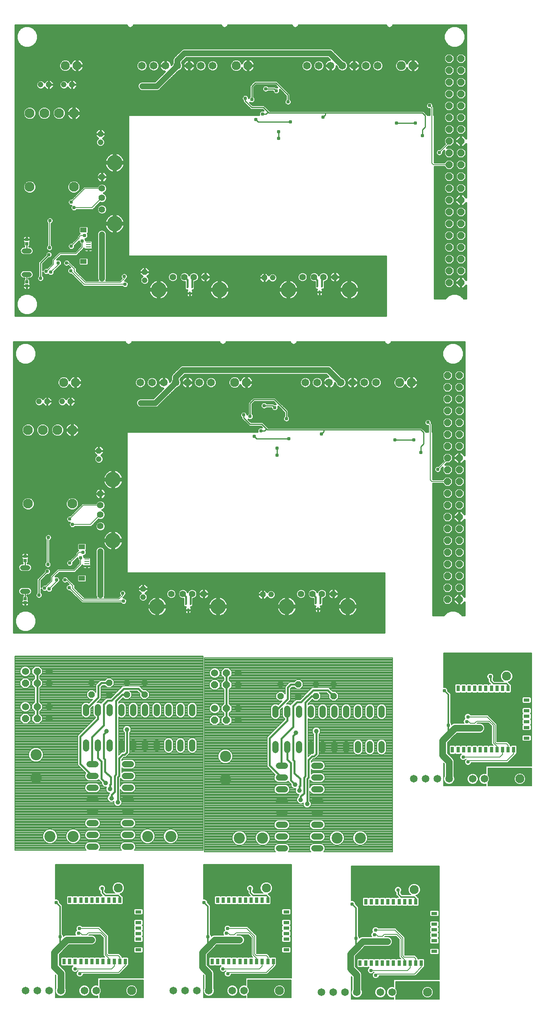
<source format=gbl>
G75*
G70*
%OFA0B0*%
%FSLAX24Y24*%
%IPPOS*%
%LPD*%
G04 *
G04 macro definitions for tiled file 'copperStiched.GBL':*
G04 *
%AMOC8*
5,1,8,0,0,1.08239X$1,22.5*
%
G04 *
G04 aperture list for tiled file 'copperStiched.GBL':*
G04 *
%ADD34C,0.0396*%
%ADD33OC8,0.0520*%
%ADD15C,0.0560*%
%ADD26C,0.0160*%
%ADD20R,0.0528X0.0394*%
%ADD39C,0.0475*%
%ADD28R,0.0310X0.0310*%
%ADD25C,0.0100*%
%ADD14C,0.0760*%
%ADD13C,0.0650*%
%ADD16C,0.1310*%
%ADD31C,0.0520*%
%ADD27C,0.0080*%
%ADD36R,0.0500X0.0250*%
%ADD29C,0.0591*%
%ADD24C,0.0310*%
%ADD38C,0.0120*%
%ADD18OC8,0.0600*%
%ADD21C,0.0440*%
%ADD11OC8,0.0480*%
%ADD30C,0.0945*%
%ADD37C,0.0060*%
%ADD19R,0.0394X0.0098*%
%ADD22R,0.0256X0.0256*%
%ADD23C,0.0500*%
%ADD32C,0.0600*%
%ADD12C,0.0480*%
%ADD10C,0.0827*%
%ADD17R,0.0157X0.0315*%
%ADD35R,0.0250X0.0500*%
G04 *
G04 next data from source file './BDM2/bottom_copper.GBL', *
G04 source file key is 'infile_0003'. *
G04 *
D10*
X001777Y080668D03*
X005527Y080668D03*
X005527Y086918D03*
X004277Y086918D03*
X003027Y086918D03*
X001777Y086918D03*
D11*
X003410Y089335D03*
X005379Y089335D03*
X007785Y085157D03*
X011537Y073453D03*
X021687Y072961D03*
D12*
X022387Y072961D03*
X011537Y072753D03*
X007785Y084457D03*
X004679Y089335D03*
X002710Y089335D03*
D13*
X011304Y090953D03*
X012304Y090953D03*
X013304Y090953D03*
X014304Y090953D03*
X015304Y090953D03*
X016304Y090953D03*
X017304Y090953D03*
X025304Y090953D03*
X026304Y090953D03*
X027304Y090953D03*
X028304Y090953D03*
X029304Y090953D03*
X030304Y090953D03*
X031304Y090953D03*
D14*
X033304Y090953D03*
X034304Y090953D03*
X020304Y090953D03*
X019304Y090953D03*
X005804Y090953D03*
X004804Y090953D03*
D15*
X007916Y081509D03*
X007916Y080529D03*
X007916Y079739D03*
X007916Y078759D03*
X013929Y073023D03*
X014909Y073023D03*
X015699Y073023D03*
X016679Y073023D03*
X024929Y073023D03*
X025909Y073023D03*
X026699Y073023D03*
X027679Y073023D03*
D16*
X028889Y071953D03*
X023719Y071953D03*
X017889Y071953D03*
X012719Y071953D03*
X008986Y077549D03*
X008986Y082719D03*
D17*
X015167Y072209D03*
X015560Y072209D03*
X015364Y071658D03*
X026175Y072288D03*
X026568Y072288D03*
X026371Y071737D03*
D18*
X037364Y072552D03*
X038364Y072552D03*
X038364Y073552D03*
X038364Y074552D03*
X037364Y074552D03*
X037364Y073552D03*
X037364Y075552D03*
X038364Y075552D03*
X038364Y076552D03*
X038364Y077552D03*
X037364Y077552D03*
X037364Y076552D03*
X037364Y078552D03*
X038364Y078552D03*
X038364Y079552D03*
X037364Y079552D03*
X037364Y080552D03*
X038364Y080552D03*
X038364Y081552D03*
X037364Y081552D03*
X037364Y082552D03*
X038364Y082552D03*
X038364Y083552D03*
X037364Y083552D03*
X037364Y084552D03*
X038364Y084552D03*
X038364Y085552D03*
X037364Y085552D03*
X037364Y086552D03*
X038364Y086552D03*
X038364Y087552D03*
X037364Y087552D03*
X037364Y088552D03*
X038364Y088552D03*
X038364Y089552D03*
X038364Y090552D03*
X037364Y090552D03*
X037364Y089552D03*
X037364Y091552D03*
X038364Y091552D03*
D19*
X006761Y075969D03*
X006761Y075772D03*
X006761Y075575D03*
X006761Y075378D03*
D20*
X006348Y074339D03*
X006348Y077008D03*
D21*
X001745Y075256D02*
X001305Y075256D01*
X001305Y073256D02*
X001745Y073256D01*
D22*
X001525Y072622D03*
X001525Y072268D03*
X001525Y075851D03*
X001525Y076205D03*
D23*
X007903Y076658D02*
X007903Y072918D01*
X013257Y087681D02*
X013415Y087681D01*
X013257Y087681D02*
X013021Y087918D01*
X012568Y089217D02*
X011328Y089217D01*
X012568Y089217D02*
X014304Y090953D01*
X014304Y091406D01*
X014911Y092012D01*
X027245Y092012D01*
X028304Y090953D01*
D24*
X024793Y088351D03*
X023690Y087878D03*
X022706Y088823D03*
X021801Y088981D03*
X020619Y088075D03*
X020068Y088193D03*
X018808Y088233D03*
X020974Y086382D03*
X021525Y086855D03*
X022903Y085359D03*
X022903Y084768D03*
X023887Y086185D03*
X026682Y086579D03*
X032903Y086067D03*
X034517Y086067D03*
X035108Y085004D03*
X036525Y083587D03*
X035698Y087563D03*
X011328Y089217D03*
X001407Y090280D03*
X005304Y079374D03*
X005541Y078902D03*
X003493Y077800D03*
X002312Y077800D03*
X003454Y075516D03*
X004084Y075437D03*
X003415Y074926D03*
X003375Y074138D03*
X003179Y073508D03*
X003572Y073430D03*
X004517Y073469D03*
X005265Y073548D03*
X004911Y074217D03*
X004202Y074217D03*
X002706Y072918D03*
X004438Y071697D03*
X007903Y072918D03*
X008179Y071737D03*
X009871Y072406D03*
X009793Y073075D03*
X006249Y076067D03*
X006446Y076540D03*
X005304Y075634D03*
X007903Y076658D03*
D25*
X003415Y074926D02*
X002706Y074217D01*
X002706Y072918D01*
X001525Y072622D02*
X001525Y073256D01*
X001525Y075256D02*
X001525Y075851D01*
X018808Y088233D02*
X018808Y088351D01*
X020068Y088193D02*
X020068Y087957D01*
X020619Y087406D01*
X021604Y087406D01*
X021997Y087012D01*
X021840Y086855D01*
X021525Y086855D01*
X021997Y087012D02*
X022076Y086933D01*
X026879Y086933D01*
X026879Y086776D01*
X026682Y086579D01*
X026879Y086933D02*
X035108Y086933D01*
X035344Y086697D01*
X035344Y085752D01*
X035108Y085516D01*
X035108Y085004D01*
X034517Y086067D02*
X032903Y086067D01*
X024832Y088390D02*
X024832Y088508D01*
X024832Y088390D02*
X024793Y088351D01*
X023690Y088469D02*
X023690Y087878D01*
X023690Y088469D02*
X022667Y089493D01*
X020934Y089493D01*
X020619Y089178D01*
X020619Y088075D01*
X021801Y088981D02*
X022549Y088981D01*
X022706Y088823D01*
X023887Y086185D02*
X021171Y086185D01*
X020974Y086382D01*
X022903Y085359D02*
X022903Y084768D01*
D26*
X000584Y094370D02*
X000584Y069733D01*
X031997Y069733D01*
X031997Y074768D01*
X010147Y074768D01*
X010147Y086776D01*
X021238Y086776D01*
X021230Y086796D01*
X021230Y086913D01*
X021275Y087022D01*
X021358Y087105D01*
X021466Y087150D01*
X021584Y087150D01*
X021597Y087144D01*
X021525Y087216D01*
X020541Y087216D01*
X020429Y087327D01*
X019878Y087878D01*
X019878Y087966D01*
X019818Y088026D01*
X019773Y088135D01*
X019773Y088252D01*
X019818Y088360D01*
X019901Y088443D01*
X020010Y088488D01*
X020127Y088488D01*
X020235Y088443D01*
X020318Y088360D01*
X020363Y088252D01*
X020363Y088227D01*
X020369Y088242D01*
X020429Y088302D01*
X020429Y089099D01*
X020429Y089256D01*
X020744Y089571D01*
X020856Y089682D01*
X022588Y089682D01*
X022745Y089682D01*
X023769Y088659D01*
X023880Y088548D01*
X023880Y088106D01*
X023940Y088045D01*
X023985Y087937D01*
X023985Y087820D01*
X023940Y087711D01*
X023857Y087628D01*
X023749Y087583D01*
X023632Y087583D01*
X023523Y087628D01*
X023440Y087711D01*
X023395Y087820D01*
X023395Y087937D01*
X023440Y088045D01*
X023500Y088106D01*
X023500Y088390D01*
X022996Y088895D01*
X023001Y088882D01*
X023001Y088765D01*
X022956Y088656D01*
X022873Y088573D01*
X022765Y088528D01*
X022647Y088528D01*
X022539Y088573D01*
X022456Y088656D01*
X022411Y088765D01*
X022411Y088791D01*
X022028Y088791D01*
X021968Y088731D01*
X021859Y088686D01*
X021742Y088686D01*
X021633Y088731D01*
X021550Y088814D01*
X021506Y088922D01*
X021506Y089039D01*
X021550Y089148D01*
X021633Y089231D01*
X021742Y089276D01*
X021859Y089276D01*
X021968Y089231D01*
X022028Y089171D01*
X022470Y089171D01*
X022627Y089171D01*
X022680Y089118D01*
X022765Y089118D01*
X022778Y089113D01*
X022588Y089303D01*
X021013Y089303D01*
X020809Y089099D01*
X020809Y088302D01*
X020869Y088242D01*
X020914Y088134D01*
X020914Y088016D01*
X020869Y087908D01*
X020787Y087825D01*
X020678Y087780D01*
X020561Y087780D01*
X020481Y087813D01*
X020698Y087596D01*
X021525Y087596D01*
X021682Y087596D01*
X022076Y087202D01*
X022076Y087202D01*
X022155Y087123D01*
X026801Y087123D01*
X026958Y087123D01*
X035029Y087123D01*
X035186Y087123D01*
X035423Y086887D01*
X035534Y086776D01*
X035715Y086776D01*
X035715Y087268D01*
X035639Y087268D01*
X035531Y087313D01*
X035448Y087396D01*
X035403Y087505D01*
X035403Y087622D01*
X035448Y087730D01*
X035531Y087813D01*
X035639Y087858D01*
X035757Y087858D01*
X035865Y087813D01*
X035948Y087730D01*
X035993Y087622D01*
X035993Y087523D01*
X036075Y087441D01*
X036075Y087292D01*
X036075Y086776D01*
X036131Y086776D01*
X036131Y082732D01*
X036924Y082732D01*
X036924Y082734D01*
X037181Y082992D01*
X037546Y082992D01*
X037804Y082734D01*
X037804Y082369D01*
X037546Y082112D01*
X037181Y082112D01*
X036924Y082369D01*
X036924Y082372D01*
X036131Y082372D01*
X036131Y071225D01*
X037051Y071225D01*
X037053Y071228D01*
X037309Y071484D01*
X037643Y071623D01*
X038005Y071623D01*
X038340Y071484D01*
X038596Y071228D01*
X038597Y071225D01*
X038804Y071225D01*
X038804Y072313D01*
X038562Y072072D01*
X038384Y072072D01*
X038384Y072531D01*
X038343Y072531D01*
X038343Y072072D01*
X038165Y072072D01*
X037884Y072353D01*
X037884Y072531D01*
X038343Y072531D01*
X038343Y072572D01*
X037884Y072572D01*
X037884Y072750D01*
X038165Y073032D01*
X038343Y073032D01*
X038343Y072572D01*
X038384Y072572D01*
X038384Y073032D01*
X038562Y073032D01*
X038804Y072790D01*
X038804Y079313D01*
X038562Y079072D01*
X038384Y079072D01*
X038384Y079531D01*
X038343Y079531D01*
X038343Y079072D01*
X038165Y079072D01*
X037884Y079353D01*
X037884Y079531D01*
X038343Y079531D01*
X038343Y079572D01*
X037884Y079572D01*
X037884Y079750D01*
X038165Y080032D01*
X038343Y080032D01*
X038343Y079572D01*
X038384Y079572D01*
X038384Y080032D01*
X038562Y080032D01*
X038804Y079790D01*
X038804Y084313D01*
X038562Y084072D01*
X038384Y084072D01*
X038384Y084531D01*
X038343Y084531D01*
X037884Y084531D01*
X037884Y084353D01*
X038165Y084072D01*
X038343Y084072D01*
X038343Y084531D01*
X038343Y084572D01*
X037884Y084572D01*
X037884Y084750D01*
X038165Y085032D01*
X038343Y085032D01*
X038343Y084572D01*
X038384Y084572D01*
X038384Y085032D01*
X038562Y085032D01*
X038804Y084790D01*
X038804Y094370D01*
X032600Y094370D01*
X032563Y094280D01*
X032477Y094195D01*
X032365Y094148D01*
X032244Y094148D01*
X032132Y094195D01*
X032046Y094280D01*
X032009Y094370D01*
X024600Y094370D01*
X024563Y094280D01*
X024477Y094195D01*
X024365Y094148D01*
X024244Y094148D01*
X024132Y094195D01*
X024046Y094280D01*
X024009Y094370D01*
X018600Y094370D01*
X018563Y094280D01*
X018477Y094195D01*
X018365Y094148D01*
X018244Y094148D01*
X018132Y094195D01*
X018046Y094280D01*
X018009Y094370D01*
X010600Y094370D01*
X010563Y094280D01*
X010477Y094195D01*
X010365Y094148D01*
X010244Y094148D01*
X010132Y094195D01*
X010046Y094280D01*
X010009Y094370D01*
X000584Y094370D01*
X000584Y094344D02*
X010019Y094344D01*
X010153Y094186D02*
X002021Y094186D01*
X002080Y094162D02*
X001745Y094300D01*
X001383Y094300D01*
X001049Y094162D01*
X000793Y093906D01*
X000654Y093571D01*
X000654Y093209D01*
X000793Y092875D01*
X001049Y092619D01*
X001383Y092480D01*
X001745Y092480D01*
X002080Y092619D01*
X002336Y092875D01*
X002474Y093209D01*
X002474Y093571D01*
X002336Y093906D01*
X002080Y094162D01*
X002214Y094027D02*
X037175Y094027D01*
X037053Y093906D02*
X036914Y093571D01*
X036914Y093209D01*
X037053Y092875D01*
X037309Y092619D01*
X037643Y092480D01*
X038005Y092480D01*
X038340Y092619D01*
X038596Y092875D01*
X038734Y093209D01*
X038734Y093571D01*
X038596Y093906D01*
X038340Y094162D01*
X038005Y094300D01*
X037643Y094300D01*
X037309Y094162D01*
X037053Y093906D01*
X037038Y093869D02*
X002351Y093869D01*
X002417Y093710D02*
X036972Y093710D01*
X036914Y093552D02*
X002474Y093552D01*
X002474Y093393D02*
X036914Y093393D01*
X036914Y093235D02*
X002474Y093235D01*
X002419Y093076D02*
X036969Y093076D01*
X037035Y092918D02*
X002353Y092918D01*
X002220Y092759D02*
X037168Y092759D01*
X037353Y092600D02*
X002036Y092600D01*
X001093Y092600D02*
X000584Y092600D01*
X000584Y092442D02*
X038804Y092442D01*
X038804Y092600D02*
X038295Y092600D01*
X038480Y092759D02*
X038804Y092759D01*
X038804Y092918D02*
X038613Y092918D01*
X038679Y093076D02*
X038804Y093076D01*
X038804Y093235D02*
X038734Y093235D01*
X038734Y093393D02*
X038804Y093393D01*
X038804Y093552D02*
X038734Y093552D01*
X038676Y093710D02*
X038804Y093710D01*
X038804Y093869D02*
X038611Y093869D01*
X038474Y094027D02*
X038804Y094027D01*
X038804Y094186D02*
X038281Y094186D01*
X038804Y094344D02*
X032590Y094344D01*
X032456Y094186D02*
X037368Y094186D01*
X038804Y092283D02*
X027526Y092283D01*
X027576Y092233D02*
X027466Y092343D01*
X027323Y092402D01*
X014988Y092402D01*
X014833Y092402D01*
X014690Y092343D01*
X014084Y091736D01*
X013974Y091627D01*
X013914Y091483D01*
X013914Y091220D01*
X013910Y091216D01*
X013840Y091046D01*
X013840Y091040D01*
X013807Y091007D01*
X013797Y091071D01*
X013772Y091147D01*
X013736Y091218D01*
X013689Y091282D01*
X013633Y091338D01*
X013569Y091385D01*
X013498Y091421D01*
X013423Y091445D01*
X013344Y091458D01*
X013333Y091458D01*
X013333Y090982D01*
X013276Y090982D01*
X013276Y091458D01*
X013265Y091458D01*
X013186Y091445D01*
X013111Y091421D01*
X013040Y091385D01*
X012976Y091338D01*
X012919Y091282D01*
X012873Y091218D01*
X012837Y091147D01*
X012812Y091071D01*
X012800Y090993D01*
X012800Y090981D01*
X013276Y090981D01*
X013276Y090925D01*
X012800Y090925D01*
X012800Y090913D01*
X012812Y090835D01*
X012837Y090759D01*
X012873Y090689D01*
X012919Y090624D01*
X012976Y090568D01*
X013040Y090521D01*
X013111Y090485D01*
X013186Y090461D01*
X013250Y090451D01*
X012407Y089607D01*
X011251Y089607D01*
X011107Y089548D01*
X010997Y089438D01*
X010938Y089294D01*
X010938Y089139D01*
X010997Y088996D01*
X011107Y088886D01*
X011251Y088827D01*
X012646Y088827D01*
X012789Y088886D01*
X012899Y088996D01*
X014391Y090488D01*
X014397Y090488D01*
X014568Y090559D01*
X014699Y090690D01*
X014769Y090861D01*
X014769Y091046D01*
X014699Y091216D01*
X014694Y091220D01*
X014694Y091244D01*
X015072Y091622D01*
X027084Y091622D01*
X027250Y091456D01*
X027186Y091445D01*
X027111Y091421D01*
X027040Y091385D01*
X026976Y091338D01*
X026919Y091282D01*
X026873Y091218D01*
X026837Y091147D01*
X026812Y091071D01*
X026800Y090993D01*
X026800Y090981D01*
X027276Y090981D01*
X027276Y090925D01*
X026800Y090925D01*
X026800Y090913D01*
X026812Y090835D01*
X026837Y090759D01*
X026873Y090689D01*
X026919Y090624D01*
X026976Y090568D01*
X027040Y090521D01*
X027111Y090485D01*
X027186Y090461D01*
X027265Y090448D01*
X027276Y090448D01*
X027276Y090925D01*
X027333Y090925D01*
X027333Y090448D01*
X027344Y090448D01*
X027423Y090461D01*
X027498Y090485D01*
X027569Y090521D01*
X027633Y090568D01*
X027689Y090624D01*
X027736Y090689D01*
X027772Y090759D01*
X027797Y090835D01*
X027807Y090899D01*
X027840Y090866D01*
X027840Y090861D01*
X027910Y090690D01*
X028041Y090559D01*
X028212Y090488D01*
X028397Y090488D01*
X028568Y090559D01*
X028699Y090690D01*
X028769Y090861D01*
X028769Y091046D01*
X028699Y091216D01*
X028568Y091347D01*
X028397Y091418D01*
X028391Y091418D01*
X027576Y092233D01*
X027684Y092125D02*
X038804Y092125D01*
X038804Y091966D02*
X038571Y091966D01*
X038546Y091992D02*
X038181Y091992D01*
X037924Y091734D01*
X037924Y091369D01*
X038181Y091112D01*
X038546Y091112D01*
X038804Y091369D01*
X038804Y091734D01*
X038546Y091992D01*
X038730Y091808D02*
X038804Y091808D01*
X038804Y091649D02*
X038804Y091649D01*
X038804Y091491D02*
X038804Y091491D01*
X038804Y091332D02*
X038766Y091332D01*
X038804Y091174D02*
X038608Y091174D01*
X038546Y090992D02*
X038181Y090992D01*
X037924Y090734D01*
X037924Y090369D01*
X038181Y090112D01*
X038546Y090112D01*
X038804Y090369D01*
X038804Y090734D01*
X038546Y090992D01*
X038681Y090856D02*
X038804Y090856D01*
X038804Y090698D02*
X038804Y090698D01*
X038804Y090539D02*
X038804Y090539D01*
X038804Y090381D02*
X038804Y090381D01*
X038804Y090222D02*
X038656Y090222D01*
X038804Y090064D02*
X013967Y090064D01*
X014125Y090222D02*
X037071Y090222D01*
X037181Y090112D02*
X037546Y090112D01*
X037804Y090369D01*
X037804Y090734D01*
X037546Y090992D01*
X037181Y090992D01*
X036924Y090734D01*
X036924Y090369D01*
X037181Y090112D01*
X037181Y089992D02*
X036924Y089734D01*
X036924Y089369D01*
X037181Y089112D01*
X037546Y089112D01*
X037804Y089369D01*
X037804Y089734D01*
X037546Y089992D01*
X037181Y089992D01*
X037095Y089905D02*
X013808Y089905D01*
X013650Y089747D02*
X036936Y089747D01*
X036924Y089588D02*
X022840Y089588D01*
X022998Y089430D02*
X036924Y089430D01*
X037022Y089271D02*
X023157Y089271D01*
X023315Y089113D02*
X037180Y089113D01*
X037181Y088992D02*
X036924Y088734D01*
X036924Y088369D01*
X037181Y088112D01*
X037546Y088112D01*
X037804Y088369D01*
X037804Y088734D01*
X037546Y088992D01*
X037181Y088992D01*
X037144Y088954D02*
X023474Y088954D01*
X023632Y088795D02*
X036985Y088795D01*
X036924Y088637D02*
X023791Y088637D01*
X023880Y088478D02*
X036924Y088478D01*
X036973Y088320D02*
X023880Y088320D01*
X023880Y088161D02*
X037132Y088161D01*
X037181Y087992D02*
X036924Y087734D01*
X036924Y087369D01*
X036075Y087369D01*
X036075Y087210D02*
X037083Y087210D01*
X037181Y087112D02*
X037546Y087112D01*
X037804Y087369D01*
X037804Y087734D01*
X037546Y087992D01*
X037181Y087992D01*
X037034Y087844D02*
X035791Y087844D01*
X035605Y087844D02*
X023985Y087844D01*
X023958Y088003D02*
X038804Y088003D01*
X038804Y088161D02*
X038595Y088161D01*
X038546Y088112D02*
X038181Y088112D01*
X037924Y088369D01*
X037924Y088734D01*
X038181Y088992D01*
X038546Y088992D01*
X038804Y088734D01*
X038804Y088369D01*
X038546Y088112D01*
X038546Y087992D02*
X038181Y087992D01*
X037924Y087734D01*
X037924Y087369D01*
X037803Y087369D01*
X037924Y087369D02*
X038181Y087112D01*
X038546Y087112D01*
X038804Y087369D01*
X038803Y087369D01*
X038804Y087369D02*
X038804Y087734D01*
X038546Y087992D01*
X038693Y087844D02*
X038804Y087844D01*
X038804Y087686D02*
X038804Y087686D01*
X038804Y087527D02*
X038804Y087527D01*
X038804Y087210D02*
X038644Y087210D01*
X038804Y087051D02*
X036075Y087051D01*
X036075Y086893D02*
X037083Y086893D01*
X037181Y086992D02*
X036924Y086734D01*
X036131Y086734D01*
X036131Y086576D02*
X036924Y086576D01*
X036924Y086734D02*
X036924Y086369D01*
X037181Y086112D01*
X037546Y086112D01*
X037804Y086369D01*
X037804Y086734D01*
X037546Y086992D01*
X037181Y086992D01*
X037181Y087112D02*
X036924Y087369D01*
X036924Y087527D02*
X035993Y087527D01*
X035967Y087686D02*
X036924Y087686D01*
X037693Y087844D02*
X038034Y087844D01*
X037924Y087686D02*
X037804Y087686D01*
X037804Y087527D02*
X037924Y087527D01*
X038083Y087210D02*
X037644Y087210D01*
X037644Y086893D02*
X038083Y086893D01*
X038181Y086992D02*
X037924Y086734D01*
X037803Y086734D01*
X037924Y086734D02*
X037924Y086369D01*
X038181Y086112D01*
X038546Y086112D01*
X038804Y086369D01*
X038804Y086734D01*
X038803Y086734D01*
X038804Y086734D02*
X038546Y086992D01*
X038181Y086992D01*
X038644Y086893D02*
X038804Y086893D01*
X038804Y086576D02*
X038804Y086576D01*
X038804Y086417D02*
X038804Y086417D01*
X038804Y086259D02*
X038693Y086259D01*
X038804Y086100D02*
X036131Y086100D01*
X036131Y085942D02*
X037131Y085942D01*
X037181Y085992D02*
X036924Y085734D01*
X036924Y085369D01*
X037181Y085112D01*
X037546Y085112D01*
X037804Y085369D01*
X037804Y085734D01*
X037546Y085992D01*
X037181Y085992D01*
X036973Y085783D02*
X036131Y085783D01*
X036131Y085625D02*
X036924Y085625D01*
X036924Y085466D02*
X036131Y085466D01*
X036131Y085307D02*
X036985Y085307D01*
X037144Y085149D02*
X036131Y085149D01*
X036131Y084990D02*
X037180Y084990D01*
X037181Y084992D02*
X036924Y084734D01*
X036924Y084369D01*
X036988Y084305D01*
X036565Y083882D01*
X036466Y083882D01*
X036358Y083837D01*
X036275Y083754D01*
X036230Y083646D01*
X036230Y083528D01*
X036275Y083420D01*
X036358Y083337D01*
X036466Y083292D01*
X036584Y083292D01*
X036692Y083337D01*
X036775Y083420D01*
X036820Y083528D01*
X036820Y083627D01*
X036924Y083731D01*
X036924Y083369D01*
X037181Y083112D01*
X037546Y083112D01*
X037804Y083369D01*
X037804Y083734D01*
X037546Y083992D01*
X037184Y083992D01*
X037304Y084112D01*
X037546Y084112D01*
X037804Y084369D01*
X037804Y084734D01*
X037546Y084992D01*
X037181Y084992D01*
X037022Y084832D02*
X036131Y084832D01*
X036131Y084673D02*
X036924Y084673D01*
X036924Y084515D02*
X036131Y084515D01*
X036131Y084356D02*
X036937Y084356D01*
X036881Y084198D02*
X036131Y084198D01*
X036131Y084039D02*
X036723Y084039D01*
X036463Y083881D02*
X036131Y083881D01*
X036131Y083722D02*
X036262Y083722D01*
X036230Y083564D02*
X036131Y083564D01*
X036131Y083405D02*
X036290Y083405D01*
X036131Y083246D02*
X037046Y083246D01*
X036924Y083405D02*
X036760Y083405D01*
X036820Y083564D02*
X036924Y083564D01*
X036914Y083722D02*
X036924Y083722D01*
X037232Y084039D02*
X038804Y084039D01*
X038804Y083881D02*
X038657Y083881D01*
X038546Y083992D02*
X038804Y083734D01*
X038804Y083369D01*
X038546Y083112D01*
X038181Y083112D01*
X037924Y083369D01*
X037924Y083734D01*
X038181Y083992D01*
X038546Y083992D01*
X038688Y084198D02*
X038804Y084198D01*
X038384Y084198D02*
X038343Y084198D01*
X038343Y084356D02*
X038384Y084356D01*
X038384Y084515D02*
X038343Y084515D01*
X038343Y084673D02*
X038384Y084673D01*
X038384Y084832D02*
X038343Y084832D01*
X038343Y084990D02*
X038384Y084990D01*
X038546Y085112D02*
X038181Y085112D01*
X037924Y085369D01*
X037924Y085734D01*
X038181Y085992D01*
X038546Y085992D01*
X038804Y085734D01*
X038804Y085369D01*
X038546Y085112D01*
X038583Y085149D02*
X038804Y085149D01*
X038804Y085307D02*
X038742Y085307D01*
X038804Y085466D02*
X038804Y085466D01*
X038804Y085625D02*
X038804Y085625D01*
X038804Y085783D02*
X038754Y085783D01*
X038804Y085942D02*
X038596Y085942D01*
X038131Y085942D02*
X037596Y085942D01*
X037754Y085783D02*
X037973Y085783D01*
X037924Y085625D02*
X037804Y085625D01*
X037804Y085466D02*
X037924Y085466D01*
X037985Y085307D02*
X037742Y085307D01*
X037583Y085149D02*
X038144Y085149D01*
X038124Y084990D02*
X037547Y084990D01*
X037705Y084832D02*
X037965Y084832D01*
X037884Y084673D02*
X037804Y084673D01*
X037804Y084515D02*
X037884Y084515D01*
X037884Y084356D02*
X037790Y084356D01*
X037632Y084198D02*
X038039Y084198D01*
X038070Y083881D02*
X037657Y083881D01*
X037804Y083722D02*
X037924Y083722D01*
X037924Y083564D02*
X037804Y083564D01*
X037804Y083405D02*
X037924Y083405D01*
X038046Y083246D02*
X037681Y083246D01*
X037608Y082929D02*
X038119Y082929D01*
X038181Y082992D02*
X037924Y082734D01*
X037924Y082369D01*
X038181Y082112D01*
X038546Y082112D01*
X038804Y082369D01*
X038804Y082734D01*
X038546Y082992D01*
X038181Y082992D01*
X037961Y082771D02*
X037766Y082771D01*
X037804Y082612D02*
X037924Y082612D01*
X037924Y082454D02*
X037804Y082454D01*
X037729Y082295D02*
X037998Y082295D01*
X038156Y082137D02*
X037571Y082137D01*
X037546Y081992D02*
X037181Y081992D01*
X036924Y081734D01*
X036924Y081369D01*
X037181Y081112D01*
X037546Y081112D01*
X037804Y081369D01*
X037804Y081734D01*
X037546Y081992D01*
X037559Y081978D02*
X038168Y081978D01*
X038181Y081992D02*
X037924Y081734D01*
X037924Y081369D01*
X038181Y081112D01*
X038546Y081112D01*
X038804Y081369D01*
X038804Y081734D01*
X038546Y081992D01*
X038181Y081992D01*
X038009Y081820D02*
X037718Y081820D01*
X037804Y081661D02*
X037924Y081661D01*
X037924Y081502D02*
X037804Y081502D01*
X037778Y081344D02*
X037949Y081344D01*
X038108Y081185D02*
X037620Y081185D01*
X037546Y080992D02*
X037181Y080992D01*
X036924Y080734D01*
X036924Y080369D01*
X037181Y080112D01*
X037546Y080112D01*
X037804Y080369D01*
X037804Y080734D01*
X037546Y080992D01*
X037669Y080868D02*
X038058Y080868D01*
X038181Y080992D02*
X037924Y080734D01*
X037924Y080369D01*
X038181Y080112D01*
X038546Y080112D01*
X038804Y080369D01*
X038804Y080734D01*
X038546Y080992D01*
X038181Y080992D01*
X037924Y080710D02*
X037804Y080710D01*
X037804Y080551D02*
X037924Y080551D01*
X037924Y080393D02*
X037804Y080393D01*
X037668Y080234D02*
X038059Y080234D01*
X037804Y079734D02*
X037546Y079992D01*
X037181Y079992D01*
X036924Y079734D01*
X036924Y079369D01*
X037181Y079112D01*
X037546Y079112D01*
X037804Y079369D01*
X037804Y079734D01*
X037779Y079758D02*
X037892Y079758D01*
X037884Y079600D02*
X037804Y079600D01*
X037804Y079441D02*
X037884Y079441D01*
X037953Y079283D02*
X037717Y079283D01*
X037558Y079124D02*
X038112Y079124D01*
X038181Y078992D02*
X037924Y078734D01*
X037924Y078369D01*
X038181Y078112D01*
X038546Y078112D01*
X038804Y078369D01*
X038804Y078734D01*
X038546Y078992D01*
X038181Y078992D01*
X038156Y078966D02*
X037572Y078966D01*
X037546Y078992D02*
X037181Y078992D01*
X036924Y078734D01*
X036924Y078369D01*
X037181Y078112D01*
X037546Y078112D01*
X037804Y078369D01*
X037804Y078734D01*
X037546Y078992D01*
X037730Y078807D02*
X037997Y078807D01*
X037924Y078649D02*
X037804Y078649D01*
X037804Y078490D02*
X037924Y078490D01*
X037961Y078332D02*
X037766Y078332D01*
X037607Y078173D02*
X038120Y078173D01*
X038181Y077992D02*
X037924Y077734D01*
X037924Y077369D01*
X038181Y077112D01*
X038546Y077112D01*
X038804Y077369D01*
X038804Y077734D01*
X038546Y077992D01*
X038181Y077992D01*
X038046Y077856D02*
X037681Y077856D01*
X037804Y077734D02*
X037546Y077992D01*
X037181Y077992D01*
X036924Y077734D01*
X036924Y077369D01*
X037181Y077112D01*
X037546Y077112D01*
X037804Y077369D01*
X037804Y077734D01*
X037804Y077697D02*
X037924Y077697D01*
X037924Y077539D02*
X037804Y077539D01*
X037804Y077380D02*
X037924Y077380D01*
X038071Y077222D02*
X037656Y077222D01*
X037546Y076992D02*
X037181Y076992D01*
X036924Y076734D01*
X036924Y076369D01*
X037181Y076112D01*
X036131Y076112D01*
X036131Y076271D02*
X037022Y076271D01*
X036924Y076429D02*
X036131Y076429D01*
X036131Y076588D02*
X036924Y076588D01*
X036936Y076746D02*
X036131Y076746D01*
X036131Y076905D02*
X037094Y076905D01*
X037071Y077222D02*
X036131Y077222D01*
X036131Y077380D02*
X036924Y077380D01*
X036924Y077539D02*
X036131Y077539D01*
X036131Y077697D02*
X036924Y077697D01*
X037046Y077856D02*
X036131Y077856D01*
X036131Y078014D02*
X038804Y078014D01*
X038804Y077856D02*
X038681Y077856D01*
X038804Y077697D02*
X038804Y077697D01*
X038804Y077539D02*
X038804Y077539D01*
X038804Y077380D02*
X038804Y077380D01*
X038804Y077222D02*
X038656Y077222D01*
X038804Y077063D02*
X036131Y077063D01*
X037181Y076112D02*
X037546Y076112D01*
X038181Y076112D01*
X038546Y076112D01*
X038804Y076112D01*
X038804Y076271D02*
X038705Y076271D01*
X038804Y076369D02*
X038546Y076112D01*
X038546Y075992D02*
X038181Y075992D01*
X037924Y075734D01*
X037924Y075369D01*
X038181Y075112D01*
X038546Y075112D01*
X038804Y075369D01*
X038804Y075734D01*
X038546Y075992D01*
X038584Y075953D02*
X038804Y075953D01*
X038804Y075795D02*
X038742Y075795D01*
X038804Y075636D02*
X038804Y075636D01*
X038804Y075478D02*
X038804Y075478D01*
X038804Y075319D02*
X038753Y075319D01*
X038804Y075161D02*
X038595Y075161D01*
X038546Y074992D02*
X038181Y074992D01*
X037924Y074734D01*
X037924Y074369D01*
X038181Y074112D01*
X038546Y074112D01*
X038804Y074369D01*
X038804Y074734D01*
X038546Y074992D01*
X038694Y074844D02*
X038804Y074844D01*
X038804Y075002D02*
X036131Y075002D01*
X036131Y074844D02*
X037033Y074844D01*
X036924Y074734D02*
X036924Y074369D01*
X037181Y074112D01*
X037546Y074112D01*
X037804Y074369D01*
X037804Y074734D01*
X037546Y074992D01*
X037181Y074992D01*
X036924Y074734D01*
X036924Y074685D02*
X036131Y074685D01*
X036131Y074527D02*
X036924Y074527D01*
X036925Y074368D02*
X036131Y074368D01*
X036131Y074209D02*
X037083Y074209D01*
X037181Y073992D02*
X036924Y073734D01*
X036131Y073734D01*
X036131Y073892D02*
X037082Y073892D01*
X037181Y073992D02*
X037546Y073992D01*
X037804Y073734D01*
X037803Y073734D02*
X037924Y073734D01*
X037924Y073369D01*
X038181Y073112D01*
X038546Y073112D01*
X038804Y073369D01*
X038804Y073734D01*
X038803Y073734D01*
X038804Y073734D02*
X038546Y073992D01*
X038181Y073992D01*
X037924Y073734D01*
X037804Y073734D02*
X037804Y073369D01*
X037546Y073112D01*
X037181Y073112D01*
X036924Y073369D01*
X036924Y073734D01*
X036924Y073575D02*
X036131Y073575D01*
X036131Y073417D02*
X036924Y073417D01*
X037035Y073258D02*
X036131Y073258D01*
X036131Y073100D02*
X038804Y073100D01*
X038804Y073258D02*
X038692Y073258D01*
X038804Y073417D02*
X038804Y073417D01*
X038804Y073575D02*
X038804Y073575D01*
X038804Y073892D02*
X038645Y073892D01*
X038804Y074051D02*
X036131Y074051D01*
X037181Y075112D02*
X037546Y075112D01*
X037804Y075369D01*
X037804Y075734D01*
X037546Y075992D01*
X037181Y075992D01*
X036924Y075734D01*
X036924Y075369D01*
X037181Y075112D01*
X037132Y075161D02*
X036131Y075161D01*
X036131Y075319D02*
X036974Y075319D01*
X036924Y075478D02*
X036131Y075478D01*
X036131Y075636D02*
X036924Y075636D01*
X036985Y075795D02*
X036131Y075795D01*
X036131Y075953D02*
X037143Y075953D01*
X037546Y076112D02*
X037804Y076369D01*
X037804Y076734D01*
X037546Y076992D01*
X037633Y076905D02*
X038094Y076905D01*
X038181Y076992D02*
X037924Y076734D01*
X037924Y076369D01*
X038181Y076112D01*
X038143Y075953D02*
X037584Y075953D01*
X037742Y075795D02*
X037985Y075795D01*
X037924Y075636D02*
X037804Y075636D01*
X037804Y075478D02*
X037924Y075478D01*
X037974Y075319D02*
X037753Y075319D01*
X037595Y075161D02*
X038132Y075161D01*
X038033Y074844D02*
X037694Y074844D01*
X037804Y074685D02*
X037924Y074685D01*
X037924Y074527D02*
X037804Y074527D01*
X037802Y074368D02*
X037925Y074368D01*
X038083Y074209D02*
X037644Y074209D01*
X037645Y073892D02*
X038082Y073892D01*
X037924Y073575D02*
X037804Y073575D01*
X037804Y073417D02*
X037924Y073417D01*
X038035Y073258D02*
X037692Y073258D01*
X037546Y072992D02*
X037181Y072992D01*
X036924Y072734D01*
X036924Y072369D01*
X037181Y072112D01*
X037546Y072112D01*
X037804Y072369D01*
X037804Y072734D01*
X037546Y072992D01*
X037596Y072941D02*
X038074Y072941D01*
X037916Y072783D02*
X037755Y072783D01*
X037804Y072624D02*
X037884Y072624D01*
X037884Y072465D02*
X037804Y072465D01*
X037741Y072307D02*
X037929Y072307D01*
X038088Y072148D02*
X037583Y072148D01*
X037144Y072148D02*
X036131Y072148D01*
X036131Y071990D02*
X038804Y071990D01*
X038804Y072148D02*
X038639Y072148D01*
X038798Y072307D02*
X038804Y072307D01*
X038384Y072307D02*
X038343Y072307D01*
X038343Y072465D02*
X038384Y072465D01*
X038384Y072624D02*
X038343Y072624D01*
X038343Y072783D02*
X038384Y072783D01*
X038384Y072941D02*
X038343Y072941D01*
X038653Y072941D02*
X038804Y072941D01*
X038384Y072148D02*
X038343Y072148D01*
X038804Y071831D02*
X036131Y071831D01*
X036131Y071673D02*
X038804Y071673D01*
X038804Y071514D02*
X038268Y071514D01*
X038468Y071356D02*
X038804Y071356D01*
X037381Y071514D02*
X036131Y071514D01*
X036131Y071356D02*
X037180Y071356D01*
X036986Y072307D02*
X036131Y072307D01*
X036131Y072465D02*
X036924Y072465D01*
X036924Y072624D02*
X036131Y072624D01*
X036131Y072783D02*
X036972Y072783D01*
X037131Y072941D02*
X036131Y072941D01*
X038644Y074209D02*
X038804Y074209D01*
X038802Y074368D02*
X038804Y074368D01*
X038804Y074527D02*
X038804Y074527D01*
X038804Y074685D02*
X038804Y074685D01*
X038804Y076369D02*
X038804Y076734D01*
X038546Y076992D01*
X038181Y076992D01*
X037936Y076746D02*
X037791Y076746D01*
X037804Y076588D02*
X037924Y076588D01*
X037924Y076429D02*
X037804Y076429D01*
X037705Y076271D02*
X038022Y076271D01*
X038804Y076429D02*
X038804Y076429D01*
X038804Y076588D02*
X038804Y076588D01*
X038791Y076746D02*
X038804Y076746D01*
X038804Y076905D02*
X038633Y076905D01*
X038607Y078173D02*
X038804Y078173D01*
X038804Y078332D02*
X038766Y078332D01*
X038804Y078490D02*
X038804Y078490D01*
X038804Y078649D02*
X038804Y078649D01*
X038804Y078807D02*
X038730Y078807D01*
X038804Y078966D02*
X038572Y078966D01*
X038615Y079124D02*
X038804Y079124D01*
X038804Y079283D02*
X038774Y079283D01*
X038384Y079283D02*
X038343Y079283D01*
X038343Y079441D02*
X038384Y079441D01*
X038384Y079600D02*
X038343Y079600D01*
X038343Y079758D02*
X038384Y079758D01*
X038384Y079917D02*
X038343Y079917D01*
X038050Y079917D02*
X037620Y079917D01*
X037107Y079917D02*
X036131Y079917D01*
X036131Y079758D02*
X036948Y079758D01*
X036924Y079600D02*
X036131Y079600D01*
X036131Y079441D02*
X036924Y079441D01*
X037010Y079283D02*
X036131Y079283D01*
X036131Y079124D02*
X037169Y079124D01*
X037156Y078966D02*
X036131Y078966D01*
X036131Y078807D02*
X036997Y078807D01*
X036924Y078649D02*
X036131Y078649D01*
X036131Y078490D02*
X036924Y078490D01*
X036961Y078332D02*
X036131Y078332D01*
X036131Y078173D02*
X037120Y078173D01*
X038343Y079124D02*
X038384Y079124D01*
X038677Y079917D02*
X038804Y079917D01*
X038804Y080076D02*
X036131Y080076D01*
X036131Y080234D02*
X037059Y080234D01*
X036924Y080393D02*
X036131Y080393D01*
X036131Y080551D02*
X036924Y080551D01*
X036924Y080710D02*
X036131Y080710D01*
X036131Y080868D02*
X037058Y080868D01*
X037108Y081185D02*
X036131Y081185D01*
X036131Y081027D02*
X038804Y081027D01*
X038804Y081185D02*
X038620Y081185D01*
X038778Y081344D02*
X038804Y081344D01*
X038804Y081502D02*
X038804Y081502D01*
X038804Y081661D02*
X038804Y081661D01*
X038804Y081820D02*
X038718Y081820D01*
X038804Y081978D02*
X038559Y081978D01*
X038571Y082137D02*
X038804Y082137D01*
X038804Y082295D02*
X038729Y082295D01*
X038804Y082454D02*
X038804Y082454D01*
X038804Y082612D02*
X038804Y082612D01*
X038804Y082771D02*
X038766Y082771D01*
X038804Y082929D02*
X038608Y082929D01*
X038804Y083088D02*
X036131Y083088D01*
X036131Y082929D02*
X037119Y082929D01*
X036961Y082771D02*
X036131Y082771D01*
X036131Y082295D02*
X036998Y082295D01*
X037156Y082137D02*
X036131Y082137D01*
X036131Y081978D02*
X037168Y081978D01*
X037009Y081820D02*
X036131Y081820D01*
X036131Y081661D02*
X036924Y081661D01*
X036924Y081502D02*
X036131Y081502D01*
X036131Y081344D02*
X036949Y081344D01*
X038669Y080868D02*
X038804Y080868D01*
X038804Y080710D02*
X038804Y080710D01*
X038804Y080551D02*
X038804Y080551D01*
X038804Y080393D02*
X038804Y080393D01*
X038804Y080234D02*
X038668Y080234D01*
X038681Y083246D02*
X038804Y083246D01*
X038804Y083405D02*
X038804Y083405D01*
X038804Y083564D02*
X038804Y083564D01*
X038804Y083722D02*
X038804Y083722D01*
X038762Y084832D02*
X038804Y084832D01*
X038804Y084990D02*
X038603Y084990D01*
X038034Y086259D02*
X037693Y086259D01*
X037804Y086417D02*
X037924Y086417D01*
X037924Y086576D02*
X037804Y086576D01*
X037034Y086259D02*
X036131Y086259D01*
X036131Y086417D02*
X036924Y086417D01*
X035715Y086893D02*
X035417Y086893D01*
X035258Y087051D02*
X035715Y087051D01*
X035715Y087210D02*
X022068Y087210D01*
X021910Y087369D02*
X035476Y087369D01*
X035403Y087527D02*
X021751Y087527D01*
X021531Y087210D02*
X006044Y087210D01*
X006034Y087229D02*
X005980Y087304D01*
X005913Y087370D01*
X005838Y087425D01*
X005755Y087468D01*
X005666Y087496D01*
X005585Y087509D01*
X005585Y086976D01*
X005469Y086976D01*
X005469Y087509D01*
X005388Y087496D01*
X005299Y087468D01*
X005216Y087425D01*
X005140Y087370D01*
X005074Y087304D01*
X005019Y087229D01*
X004977Y087145D01*
X004948Y087057D01*
X004935Y086976D01*
X005469Y086976D01*
X005469Y086860D01*
X004935Y086860D01*
X004948Y086779D01*
X004977Y086690D01*
X005019Y086607D01*
X005074Y086531D01*
X005140Y086465D01*
X005216Y086410D01*
X005299Y086368D01*
X005388Y086339D01*
X005469Y086326D01*
X005469Y086860D01*
X005585Y086860D01*
X005585Y086976D01*
X006119Y086976D01*
X006106Y087057D01*
X006077Y087145D01*
X006034Y087229D01*
X005915Y087369D02*
X020388Y087369D01*
X020230Y087527D02*
X000584Y087527D01*
X000584Y087369D02*
X001445Y087369D01*
X001463Y087387D02*
X001308Y087231D01*
X001224Y087028D01*
X001224Y086808D01*
X001308Y086604D01*
X001463Y086449D01*
X001667Y086364D01*
X001887Y086364D01*
X002090Y086449D01*
X002246Y086604D01*
X002330Y086808D01*
X002330Y087028D01*
X002246Y087231D01*
X002090Y087387D01*
X001887Y087471D01*
X001667Y087471D01*
X001463Y087387D01*
X001299Y087210D02*
X000584Y087210D01*
X000584Y087051D02*
X001233Y087051D01*
X001224Y086893D02*
X000584Y086893D01*
X000584Y086734D02*
X001254Y086734D01*
X001336Y086576D02*
X000584Y086576D01*
X000584Y086417D02*
X001539Y086417D01*
X002015Y086417D02*
X002789Y086417D01*
X002713Y086449D02*
X002917Y086364D01*
X003137Y086364D01*
X003340Y086449D01*
X003496Y086604D01*
X003580Y086808D01*
X003580Y087028D01*
X003496Y087231D01*
X003340Y087387D01*
X003137Y087471D01*
X002917Y087471D01*
X002713Y087387D01*
X002558Y087231D01*
X002474Y087028D01*
X002474Y086808D01*
X002558Y086604D01*
X002713Y086449D01*
X002586Y086576D02*
X002218Y086576D01*
X002300Y086734D02*
X002504Y086734D01*
X002474Y086893D02*
X002330Y086893D01*
X002321Y087051D02*
X002483Y087051D01*
X002549Y087210D02*
X002255Y087210D01*
X002109Y087369D02*
X002695Y087369D01*
X003359Y087369D02*
X003945Y087369D01*
X003963Y087387D02*
X003808Y087231D01*
X003724Y087028D01*
X003724Y086808D01*
X003808Y086604D01*
X003963Y086449D01*
X004167Y086364D01*
X004387Y086364D01*
X004590Y086449D01*
X004746Y086604D01*
X004830Y086808D01*
X004830Y087028D01*
X004746Y087231D01*
X004590Y087387D01*
X004387Y087471D01*
X004167Y087471D01*
X003963Y087387D01*
X003799Y087210D02*
X003505Y087210D01*
X003571Y087051D02*
X003733Y087051D01*
X003724Y086893D02*
X003580Y086893D01*
X003550Y086734D02*
X003754Y086734D01*
X003836Y086576D02*
X003468Y086576D01*
X003265Y086417D02*
X004039Y086417D01*
X004515Y086417D02*
X005206Y086417D01*
X005042Y086576D02*
X004718Y086576D01*
X004800Y086734D02*
X004963Y086734D01*
X004830Y086893D02*
X005469Y086893D01*
X005585Y086893D02*
X021230Y086893D01*
X021305Y087051D02*
X006106Y087051D01*
X006119Y086860D02*
X005585Y086860D01*
X005585Y086326D01*
X005666Y086339D01*
X005755Y086368D01*
X005838Y086410D01*
X005913Y086465D01*
X005980Y086531D01*
X006034Y086607D01*
X006077Y086690D01*
X006106Y086779D01*
X006119Y086860D01*
X006091Y086734D02*
X010147Y086734D01*
X010147Y086576D02*
X006012Y086576D01*
X005848Y086417D02*
X010147Y086417D01*
X010147Y086259D02*
X000584Y086259D01*
X000584Y086100D02*
X010147Y086100D01*
X010147Y085942D02*
X000584Y085942D01*
X000584Y085783D02*
X010147Y085783D01*
X010147Y085625D02*
X000584Y085625D01*
X000584Y085466D02*
X007499Y085466D01*
X007611Y085577D02*
X007365Y085331D01*
X007365Y085158D01*
X007784Y085158D01*
X007784Y085157D01*
X007365Y085157D01*
X007365Y084984D01*
X007569Y084779D01*
X007463Y084673D01*
X000584Y084673D01*
X000584Y084515D02*
X007405Y084515D01*
X007405Y084533D02*
X007405Y084382D01*
X007463Y084242D01*
X007570Y084135D01*
X007709Y084077D01*
X007860Y084077D01*
X008000Y084135D01*
X008107Y084242D01*
X008165Y084382D01*
X008165Y084533D01*
X008107Y084673D01*
X008000Y084779D01*
X008205Y084984D01*
X008205Y085157D01*
X007785Y085157D01*
X007785Y085158D01*
X007785Y085158D01*
X007785Y085577D01*
X007959Y085577D01*
X008205Y085331D01*
X008205Y085158D01*
X007785Y085158D01*
X007785Y085577D01*
X007611Y085577D01*
X007785Y085466D02*
X007785Y085466D01*
X007785Y085307D02*
X007785Y085307D01*
X008070Y085466D02*
X010147Y085466D01*
X010147Y085307D02*
X008205Y085307D01*
X008205Y085149D02*
X010147Y085149D01*
X010147Y084990D02*
X008205Y084990D01*
X008053Y084832D02*
X010147Y084832D01*
X010147Y084673D02*
X008106Y084673D01*
X008165Y084515D02*
X010147Y084515D01*
X010147Y084356D02*
X008154Y084356D01*
X008062Y084198D02*
X010147Y084198D01*
X010147Y084039D02*
X000584Y084039D01*
X000584Y083881D02*
X010147Y083881D01*
X010147Y083722D02*
X000584Y083722D01*
X000584Y083564D02*
X010147Y083564D01*
X010147Y083405D02*
X009464Y083405D01*
X009450Y083415D02*
X009356Y083470D01*
X009255Y083512D01*
X009149Y083540D01*
X009066Y083551D01*
X009066Y082799D01*
X009817Y082799D01*
X009806Y082882D01*
X009778Y082988D01*
X009736Y083089D01*
X009681Y083184D01*
X009615Y083271D01*
X009537Y083348D01*
X009450Y083415D01*
X009634Y083246D02*
X010147Y083246D01*
X010147Y083088D02*
X009737Y083088D01*
X009794Y082929D02*
X010147Y082929D01*
X010147Y082771D02*
X009066Y082771D01*
X009066Y082799D02*
X009066Y082639D01*
X009817Y082639D01*
X009806Y082556D01*
X009778Y082450D01*
X009736Y082349D01*
X009681Y082254D01*
X009615Y082168D01*
X009537Y082090D01*
X009450Y082023D01*
X009356Y081969D01*
X009255Y081927D01*
X009149Y081899D01*
X009066Y081888D01*
X009066Y082639D01*
X008906Y082639D01*
X008906Y081888D01*
X008822Y081899D01*
X008717Y081927D01*
X008615Y081969D01*
X008521Y082023D01*
X008434Y082090D01*
X008356Y082168D01*
X008290Y082254D01*
X008235Y082349D01*
X008193Y082450D01*
X008165Y082556D01*
X008154Y082639D01*
X008905Y082639D01*
X008905Y082799D01*
X008154Y082799D01*
X008165Y082882D01*
X008193Y082988D01*
X008235Y083089D01*
X008290Y083184D01*
X008356Y083271D01*
X008434Y083348D01*
X008521Y083415D01*
X008615Y083470D01*
X008717Y083512D01*
X008822Y083540D01*
X008906Y083551D01*
X008906Y082799D01*
X009066Y082799D01*
X009066Y082929D02*
X008906Y082929D01*
X008905Y082771D02*
X000584Y082771D01*
X000584Y082929D02*
X008177Y082929D01*
X008234Y083088D02*
X000584Y083088D01*
X000584Y083246D02*
X008338Y083246D01*
X008508Y083405D02*
X000584Y083405D01*
X000584Y084198D02*
X007507Y084198D01*
X007415Y084356D02*
X000584Y084356D01*
X000584Y084832D02*
X007516Y084832D01*
X007463Y084673D02*
X007405Y084533D01*
X007365Y084990D02*
X000584Y084990D01*
X000584Y085149D02*
X007365Y085149D01*
X007365Y085307D02*
X000584Y085307D01*
X000584Y087686D02*
X020071Y087686D01*
X019912Y087844D02*
X000584Y087844D01*
X000584Y088003D02*
X019842Y088003D01*
X019773Y088161D02*
X000584Y088161D01*
X000584Y088320D02*
X019801Y088320D01*
X019986Y088478D02*
X000584Y088478D01*
X000584Y088637D02*
X020429Y088637D01*
X020429Y088795D02*
X000584Y088795D01*
X000584Y088954D02*
X003197Y088954D01*
X003236Y088915D02*
X003410Y088915D01*
X003410Y089335D01*
X003411Y089335D01*
X003830Y089335D01*
X003830Y089509D01*
X003584Y089755D01*
X003411Y089755D01*
X003411Y089335D01*
X003411Y089335D01*
X003830Y089335D01*
X003830Y089161D01*
X003584Y088915D01*
X003411Y088915D01*
X003411Y089335D01*
X003410Y089335D01*
X003410Y089755D01*
X003236Y089755D01*
X003032Y089551D01*
X002926Y089657D01*
X002786Y089715D01*
X002635Y089715D01*
X002495Y089657D01*
X002388Y089550D01*
X002330Y089411D01*
X002330Y089259D01*
X002388Y089120D01*
X002495Y089013D01*
X002635Y088955D01*
X002786Y088955D01*
X002926Y089013D01*
X003032Y089119D01*
X003236Y088915D01*
X003410Y088954D02*
X003411Y088954D01*
X003410Y089113D02*
X003411Y089113D01*
X003410Y089271D02*
X003411Y089271D01*
X003410Y089430D02*
X003411Y089430D01*
X003410Y089588D02*
X003411Y089588D01*
X003410Y089747D02*
X003411Y089747D01*
X003593Y089747D02*
X005197Y089747D01*
X005205Y089755D02*
X005001Y089551D01*
X004894Y089657D01*
X004754Y089715D01*
X004603Y089715D01*
X004464Y089657D01*
X004357Y089550D01*
X004299Y089411D01*
X004299Y089259D01*
X004357Y089120D01*
X004464Y089013D01*
X004603Y088955D01*
X004754Y088955D01*
X004894Y089013D01*
X005001Y089119D01*
X005205Y088915D01*
X005379Y088915D01*
X005553Y088915D01*
X005799Y089161D01*
X005799Y089335D01*
X005799Y089509D01*
X005553Y089755D01*
X005379Y089755D01*
X005379Y089335D01*
X005799Y089335D01*
X005379Y089335D01*
X005379Y089335D01*
X005379Y088915D01*
X005379Y089335D01*
X005379Y089335D01*
X005379Y089335D01*
X005379Y089755D01*
X005205Y089755D01*
X005379Y089747D02*
X005379Y089747D01*
X005379Y089588D02*
X005379Y089588D01*
X005379Y089430D02*
X005379Y089430D01*
X005379Y089271D02*
X005379Y089271D01*
X005379Y089113D02*
X005379Y089113D01*
X005379Y088954D02*
X005379Y088954D01*
X005592Y088954D02*
X011039Y088954D01*
X010949Y089113D02*
X005750Y089113D01*
X005799Y089271D02*
X010938Y089271D01*
X010994Y089430D02*
X005799Y089430D01*
X005720Y089588D02*
X011205Y089588D01*
X011212Y090488D02*
X011397Y090488D01*
X011568Y090559D01*
X011699Y090690D01*
X011769Y090861D01*
X011769Y091046D01*
X011699Y091216D01*
X011568Y091347D01*
X011397Y091418D01*
X011212Y091418D01*
X011041Y091347D01*
X010910Y091216D01*
X010840Y091046D01*
X010840Y090861D01*
X010910Y090690D01*
X011041Y090559D01*
X011212Y090488D01*
X011089Y090539D02*
X006183Y090539D01*
X006169Y090526D02*
X006232Y090588D01*
X006283Y090660D01*
X006323Y090738D01*
X006351Y090822D01*
X006364Y090909D01*
X006364Y090918D01*
X005840Y090918D01*
X005840Y090988D01*
X006364Y090988D01*
X006364Y090997D01*
X006351Y091084D01*
X006323Y091168D01*
X006283Y091247D01*
X006232Y091318D01*
X006169Y091380D01*
X006098Y091432D01*
X006019Y091472D01*
X005936Y091499D01*
X005849Y091513D01*
X005839Y091513D01*
X005839Y090988D01*
X005769Y090988D01*
X005769Y091513D01*
X005760Y091513D01*
X005673Y091499D01*
X005589Y091472D01*
X005511Y091432D01*
X005440Y091380D01*
X005377Y091318D01*
X005326Y091247D01*
X005286Y091168D01*
X005282Y091158D01*
X005245Y091248D01*
X005099Y091394D01*
X004908Y091473D01*
X004701Y091473D01*
X004510Y091394D01*
X004364Y091248D01*
X004284Y091057D01*
X004284Y090850D01*
X004364Y090659D01*
X004510Y090512D01*
X004701Y090433D01*
X004908Y090433D01*
X005099Y090512D01*
X005245Y090659D01*
X005282Y090748D01*
X005286Y090738D01*
X005326Y090660D01*
X005377Y090588D01*
X005440Y090526D01*
X005511Y090474D01*
X005589Y090434D01*
X005673Y090407D01*
X005760Y090393D01*
X005769Y090393D01*
X005769Y090918D01*
X005839Y090918D01*
X005839Y090393D01*
X005849Y090393D01*
X005936Y090407D01*
X006019Y090434D01*
X006098Y090474D01*
X006169Y090526D01*
X006303Y090698D02*
X010907Y090698D01*
X010841Y090856D02*
X006356Y090856D01*
X006362Y091015D02*
X010840Y091015D01*
X010893Y091174D02*
X006321Y091174D01*
X006217Y091332D02*
X011026Y091332D01*
X011583Y091332D02*
X012026Y091332D01*
X012041Y091347D02*
X011910Y091216D01*
X011840Y091046D01*
X011840Y090861D01*
X011910Y090690D01*
X012041Y090559D01*
X012212Y090488D01*
X012397Y090488D01*
X012568Y090559D01*
X012699Y090690D01*
X012769Y090861D01*
X012769Y091046D01*
X012699Y091216D01*
X012568Y091347D01*
X012397Y091418D01*
X012212Y091418D01*
X012041Y091347D01*
X011893Y091174D02*
X011716Y091174D01*
X011769Y091015D02*
X011840Y091015D01*
X011841Y090856D02*
X011768Y090856D01*
X011702Y090698D02*
X011907Y090698D01*
X012089Y090539D02*
X011520Y090539D01*
X012520Y090539D02*
X013015Y090539D01*
X012868Y090698D02*
X012702Y090698D01*
X012768Y090856D02*
X012809Y090856D01*
X012803Y091015D02*
X012769Y091015D01*
X012716Y091174D02*
X012850Y091174D01*
X012970Y091332D02*
X012583Y091332D01*
X013276Y091332D02*
X013333Y091332D01*
X013333Y091174D02*
X013276Y091174D01*
X013276Y091015D02*
X013333Y091015D01*
X013639Y091332D02*
X013914Y091332D01*
X013917Y091491D02*
X005962Y091491D01*
X005839Y091491D02*
X005769Y091491D01*
X005647Y091491D02*
X000584Y091491D01*
X000584Y091649D02*
X013996Y091649D01*
X014155Y091808D02*
X000584Y091808D01*
X000584Y091966D02*
X014313Y091966D01*
X014472Y092125D02*
X000584Y092125D01*
X000584Y092283D02*
X014630Y092283D01*
X014941Y091491D02*
X020147Y091491D01*
X020173Y091499D02*
X020089Y091472D01*
X020011Y091432D01*
X019940Y091380D01*
X019877Y091318D01*
X019826Y091247D01*
X019786Y091168D01*
X019782Y091158D01*
X019745Y091248D01*
X019599Y091394D01*
X019408Y091473D01*
X019201Y091473D01*
X019010Y091394D01*
X018864Y091248D01*
X018784Y091057D01*
X018784Y090850D01*
X018864Y090659D01*
X019010Y090512D01*
X019201Y090433D01*
X019408Y090433D01*
X019599Y090512D01*
X019745Y090659D01*
X019782Y090748D01*
X019786Y090738D01*
X019826Y090660D01*
X019877Y090588D01*
X019940Y090526D01*
X020011Y090474D01*
X020089Y090434D01*
X020173Y090407D01*
X020260Y090393D01*
X020269Y090393D01*
X020269Y090918D01*
X020339Y090918D01*
X020339Y090393D01*
X020349Y090393D01*
X020436Y090407D01*
X020519Y090434D01*
X020598Y090474D01*
X020669Y090526D01*
X020732Y090588D01*
X020783Y090660D01*
X020823Y090738D01*
X020851Y090822D01*
X020864Y090909D01*
X020864Y090918D01*
X020340Y090918D01*
X020340Y090988D01*
X020864Y090988D01*
X020864Y090997D01*
X020851Y091084D01*
X020823Y091168D01*
X020783Y091247D01*
X020732Y091318D01*
X020669Y091380D01*
X020598Y091432D01*
X020519Y091472D01*
X020436Y091499D01*
X020349Y091513D01*
X020339Y091513D01*
X020339Y090988D01*
X020269Y090988D01*
X020269Y091513D01*
X020260Y091513D01*
X020173Y091499D01*
X020269Y091491D02*
X020339Y091491D01*
X020462Y091491D02*
X027215Y091491D01*
X026970Y091332D02*
X026583Y091332D01*
X026568Y091347D02*
X026397Y091418D01*
X026212Y091418D01*
X026041Y091347D01*
X025910Y091216D01*
X025840Y091046D01*
X025840Y090861D01*
X025910Y090690D01*
X026041Y090559D01*
X026212Y090488D01*
X026397Y090488D01*
X026568Y090559D01*
X026699Y090690D01*
X026769Y090861D01*
X026769Y091046D01*
X026699Y091216D01*
X026568Y091347D01*
X026716Y091174D02*
X026850Y091174D01*
X026803Y091015D02*
X026769Y091015D01*
X026768Y090856D02*
X026809Y090856D01*
X026868Y090698D02*
X026702Y090698D01*
X026520Y090539D02*
X027015Y090539D01*
X027276Y090539D02*
X027333Y090539D01*
X027333Y090698D02*
X027276Y090698D01*
X027276Y090856D02*
X027333Y090856D01*
X027594Y090539D02*
X028089Y090539D01*
X027907Y090698D02*
X027741Y090698D01*
X027800Y090856D02*
X027841Y090856D01*
X028520Y090539D02*
X029015Y090539D01*
X029040Y090521D02*
X028976Y090568D01*
X028919Y090624D01*
X028873Y090689D01*
X028837Y090759D01*
X028812Y090835D01*
X028800Y090913D01*
X028800Y090925D01*
X029276Y090925D01*
X029276Y090981D01*
X028800Y090981D01*
X028800Y090993D01*
X028812Y091071D01*
X028837Y091147D01*
X028873Y091218D01*
X028919Y091282D01*
X028976Y091338D01*
X029040Y091385D01*
X029111Y091421D01*
X029186Y091445D01*
X029265Y091458D01*
X029276Y091458D01*
X029276Y090982D01*
X029333Y090982D01*
X029333Y091458D01*
X029344Y091458D01*
X029423Y091445D01*
X029498Y091421D01*
X029569Y091385D01*
X029633Y091338D01*
X029689Y091282D01*
X029736Y091218D01*
X029772Y091147D01*
X029797Y091071D01*
X029809Y090993D01*
X029809Y090981D01*
X029333Y090981D01*
X029333Y090925D01*
X029809Y090925D01*
X029809Y090913D01*
X029797Y090835D01*
X029772Y090759D01*
X029736Y090689D01*
X029689Y090624D01*
X029633Y090568D01*
X029569Y090521D01*
X029498Y090485D01*
X029423Y090461D01*
X029344Y090448D01*
X029333Y090448D01*
X029333Y090925D01*
X029276Y090925D01*
X029276Y090448D01*
X029265Y090448D01*
X029186Y090461D01*
X029111Y090485D01*
X029040Y090521D01*
X029276Y090539D02*
X029333Y090539D01*
X029333Y090698D02*
X029276Y090698D01*
X029276Y090856D02*
X029333Y090856D01*
X029333Y091015D02*
X029276Y091015D01*
X029276Y091174D02*
X029333Y091174D01*
X029333Y091332D02*
X029276Y091332D01*
X028970Y091332D02*
X028583Y091332D01*
X028716Y091174D02*
X028850Y091174D01*
X028803Y091015D02*
X028769Y091015D01*
X028768Y090856D02*
X028809Y090856D01*
X028868Y090698D02*
X028702Y090698D01*
X028318Y091491D02*
X034147Y091491D01*
X034173Y091499D02*
X034089Y091472D01*
X034011Y091432D01*
X033940Y091380D01*
X033877Y091318D01*
X033826Y091247D01*
X033786Y091168D01*
X033782Y091158D01*
X033745Y091248D01*
X033599Y091394D01*
X033408Y091473D01*
X033201Y091473D01*
X033010Y091394D01*
X032864Y091248D01*
X032784Y091057D01*
X032784Y090850D01*
X032864Y090659D01*
X033010Y090512D01*
X033201Y090433D01*
X033408Y090433D01*
X033599Y090512D01*
X033745Y090659D01*
X033782Y090748D01*
X033786Y090738D01*
X033826Y090660D01*
X033877Y090588D01*
X033940Y090526D01*
X034011Y090474D01*
X034089Y090434D01*
X034173Y090407D01*
X034260Y090393D01*
X034269Y090393D01*
X034269Y090918D01*
X034339Y090918D01*
X034339Y090393D01*
X034349Y090393D01*
X034436Y090407D01*
X034519Y090434D01*
X034598Y090474D01*
X034669Y090526D01*
X034732Y090588D01*
X034783Y090660D01*
X034823Y090738D01*
X034851Y090822D01*
X034864Y090909D01*
X034864Y090918D01*
X034340Y090918D01*
X034340Y090988D01*
X034864Y090988D01*
X034864Y090997D01*
X034851Y091084D01*
X034823Y091168D01*
X034783Y091247D01*
X034732Y091318D01*
X034669Y091380D01*
X034598Y091432D01*
X034519Y091472D01*
X034436Y091499D01*
X034349Y091513D01*
X034339Y091513D01*
X034339Y090988D01*
X034269Y090988D01*
X034269Y091513D01*
X034260Y091513D01*
X034173Y091499D01*
X034269Y091491D02*
X034339Y091491D01*
X034462Y091491D02*
X036924Y091491D01*
X036924Y091369D02*
X037181Y091112D01*
X037546Y091112D01*
X037804Y091369D01*
X037804Y091734D01*
X037546Y091992D01*
X037181Y091992D01*
X036924Y091734D01*
X036924Y091369D01*
X036961Y091332D02*
X034717Y091332D01*
X034821Y091174D02*
X037119Y091174D01*
X037046Y090856D02*
X034856Y090856D01*
X034862Y091015D02*
X038804Y091015D01*
X038119Y091174D02*
X037608Y091174D01*
X037766Y091332D02*
X037961Y091332D01*
X037924Y091491D02*
X037804Y091491D01*
X037804Y091649D02*
X037924Y091649D01*
X037998Y091808D02*
X037730Y091808D01*
X037571Y091966D02*
X038156Y091966D01*
X037156Y091966D02*
X027843Y091966D01*
X028001Y091808D02*
X036998Y091808D01*
X036924Y091649D02*
X028160Y091649D01*
X029639Y091332D02*
X030026Y091332D01*
X030041Y091347D02*
X029910Y091216D01*
X029840Y091046D01*
X029840Y090861D01*
X029910Y090690D01*
X030041Y090559D01*
X030212Y090488D01*
X030397Y090488D01*
X030568Y090559D01*
X030699Y090690D01*
X030769Y090861D01*
X030769Y091046D01*
X030699Y091216D01*
X030568Y091347D01*
X030397Y091418D01*
X030212Y091418D01*
X030041Y091347D01*
X029893Y091174D02*
X029759Y091174D01*
X029806Y091015D02*
X029840Y091015D01*
X029841Y090856D02*
X029800Y090856D01*
X029741Y090698D02*
X029907Y090698D01*
X030089Y090539D02*
X029594Y090539D01*
X030520Y090539D02*
X031089Y090539D01*
X031041Y090559D02*
X031212Y090488D01*
X031397Y090488D01*
X031568Y090559D01*
X031699Y090690D01*
X031769Y090861D01*
X031769Y091046D01*
X031699Y091216D01*
X031568Y091347D01*
X031397Y091418D01*
X031212Y091418D01*
X031041Y091347D01*
X030910Y091216D01*
X030840Y091046D01*
X030840Y090861D01*
X030910Y090690D01*
X031041Y090559D01*
X030907Y090698D02*
X030702Y090698D01*
X030768Y090856D02*
X030841Y090856D01*
X030840Y091015D02*
X030769Y091015D01*
X030716Y091174D02*
X030893Y091174D01*
X031026Y091332D02*
X030583Y091332D01*
X031583Y091332D02*
X032948Y091332D01*
X032833Y091174D02*
X031716Y091174D01*
X031769Y091015D02*
X032784Y091015D01*
X032784Y090856D02*
X031768Y090856D01*
X031702Y090698D02*
X032847Y090698D01*
X032983Y090539D02*
X031520Y090539D01*
X033626Y090539D02*
X033926Y090539D01*
X033806Y090698D02*
X033762Y090698D01*
X033776Y091174D02*
X033788Y091174D01*
X033891Y091332D02*
X033661Y091332D01*
X034269Y091332D02*
X034339Y091332D01*
X034339Y091174D02*
X034269Y091174D01*
X034269Y091015D02*
X034339Y091015D01*
X034339Y090856D02*
X034269Y090856D01*
X034269Y090698D02*
X034339Y090698D01*
X034339Y090539D02*
X034269Y090539D01*
X034683Y090539D02*
X036924Y090539D01*
X036924Y090381D02*
X014284Y090381D01*
X014520Y090539D02*
X015015Y090539D01*
X015040Y090521D02*
X015111Y090485D01*
X015186Y090461D01*
X015265Y090448D01*
X015276Y090448D01*
X015276Y090925D01*
X014800Y090925D01*
X014800Y090913D01*
X014812Y090835D01*
X014837Y090759D01*
X014873Y090689D01*
X014919Y090624D01*
X014976Y090568D01*
X015040Y090521D01*
X015276Y090539D02*
X015333Y090539D01*
X015333Y090448D02*
X015344Y090448D01*
X015423Y090461D01*
X015498Y090485D01*
X015569Y090521D01*
X015633Y090568D01*
X015689Y090624D01*
X015736Y090689D01*
X015772Y090759D01*
X015797Y090835D01*
X015809Y090913D01*
X015809Y090925D01*
X015333Y090925D01*
X015333Y090981D01*
X015809Y090981D01*
X015809Y090993D01*
X015797Y091071D01*
X015772Y091147D01*
X015736Y091218D01*
X015689Y091282D01*
X015633Y091338D01*
X015569Y091385D01*
X015498Y091421D01*
X015423Y091445D01*
X015344Y091458D01*
X015333Y091458D01*
X015333Y090982D01*
X015276Y090982D01*
X015276Y091458D01*
X015265Y091458D01*
X015186Y091445D01*
X015111Y091421D01*
X015040Y091385D01*
X014976Y091338D01*
X014919Y091282D01*
X014873Y091218D01*
X014837Y091147D01*
X014812Y091071D01*
X014800Y090993D01*
X014800Y090981D01*
X015276Y090981D01*
X015276Y090925D01*
X015333Y090925D01*
X015333Y090448D01*
X015333Y090698D02*
X015276Y090698D01*
X015276Y090856D02*
X015333Y090856D01*
X015333Y091015D02*
X015276Y091015D01*
X015276Y091174D02*
X015333Y091174D01*
X015333Y091332D02*
X015276Y091332D01*
X014970Y091332D02*
X014782Y091332D01*
X014716Y091174D02*
X014850Y091174D01*
X014803Y091015D02*
X014769Y091015D01*
X014768Y090856D02*
X014809Y090856D01*
X014868Y090698D02*
X014702Y090698D01*
X015594Y090539D02*
X016089Y090539D01*
X016041Y090559D02*
X016212Y090488D01*
X016397Y090488D01*
X016568Y090559D01*
X016699Y090690D01*
X016769Y090861D01*
X016769Y091046D01*
X016699Y091216D01*
X016568Y091347D01*
X016397Y091418D01*
X016212Y091418D01*
X016041Y091347D01*
X015910Y091216D01*
X015840Y091046D01*
X015840Y090861D01*
X015910Y090690D01*
X016041Y090559D01*
X015907Y090698D02*
X015741Y090698D01*
X015800Y090856D02*
X015841Y090856D01*
X015840Y091015D02*
X015806Y091015D01*
X015759Y091174D02*
X015893Y091174D01*
X016026Y091332D02*
X015639Y091332D01*
X016583Y091332D02*
X017026Y091332D01*
X017041Y091347D02*
X016910Y091216D01*
X016840Y091046D01*
X016840Y090861D01*
X016910Y090690D01*
X017041Y090559D01*
X017212Y090488D01*
X017397Y090488D01*
X017568Y090559D01*
X017699Y090690D01*
X017769Y090861D01*
X017769Y091046D01*
X017699Y091216D01*
X017568Y091347D01*
X017397Y091418D01*
X017212Y091418D01*
X017041Y091347D01*
X016893Y091174D02*
X016716Y091174D01*
X016769Y091015D02*
X016840Y091015D01*
X016841Y090856D02*
X016768Y090856D01*
X016702Y090698D02*
X016907Y090698D01*
X017089Y090539D02*
X016520Y090539D01*
X017520Y090539D02*
X018983Y090539D01*
X018847Y090698D02*
X017702Y090698D01*
X017768Y090856D02*
X018784Y090856D01*
X018784Y091015D02*
X017769Y091015D01*
X017716Y091174D02*
X018833Y091174D01*
X018948Y091332D02*
X017583Y091332D01*
X019661Y091332D02*
X019891Y091332D01*
X019788Y091174D02*
X019776Y091174D01*
X019762Y090698D02*
X019806Y090698D01*
X019926Y090539D02*
X019626Y090539D01*
X020269Y090539D02*
X020339Y090539D01*
X020339Y090698D02*
X020269Y090698D01*
X020269Y090856D02*
X020339Y090856D01*
X020339Y091015D02*
X020269Y091015D01*
X020269Y091174D02*
X020339Y091174D01*
X020339Y091332D02*
X020269Y091332D01*
X020717Y091332D02*
X025026Y091332D01*
X025041Y091347D02*
X024910Y091216D01*
X024840Y091046D01*
X024840Y090861D01*
X024910Y090690D01*
X025041Y090559D01*
X025212Y090488D01*
X025397Y090488D01*
X025568Y090559D01*
X025699Y090690D01*
X025769Y090861D01*
X025769Y091046D01*
X025699Y091216D01*
X025568Y091347D01*
X025397Y091418D01*
X025212Y091418D01*
X025041Y091347D01*
X024893Y091174D02*
X020821Y091174D01*
X020862Y091015D02*
X024840Y091015D01*
X024841Y090856D02*
X020856Y090856D01*
X020803Y090698D02*
X024907Y090698D01*
X025089Y090539D02*
X020683Y090539D01*
X020761Y089588D02*
X013491Y089588D01*
X013332Y089430D02*
X020603Y089430D01*
X020444Y089271D02*
X013174Y089271D01*
X013015Y089113D02*
X020429Y089113D01*
X020429Y088954D02*
X012857Y088954D01*
X012546Y089747D02*
X005561Y089747D01*
X005038Y089588D02*
X004963Y089588D01*
X004994Y089113D02*
X005007Y089113D01*
X005166Y088954D02*
X003623Y088954D01*
X003782Y089113D02*
X004364Y089113D01*
X004299Y089271D02*
X003830Y089271D01*
X003830Y089430D02*
X004307Y089430D01*
X004395Y089588D02*
X003751Y089588D01*
X003228Y089747D02*
X000584Y089747D01*
X000584Y089905D02*
X012705Y089905D01*
X012864Y090064D02*
X000584Y090064D01*
X000584Y090222D02*
X013022Y090222D01*
X013181Y090381D02*
X000584Y090381D01*
X000584Y090539D02*
X004483Y090539D01*
X004347Y090698D02*
X000584Y090698D01*
X000584Y090856D02*
X004284Y090856D01*
X004284Y091015D02*
X000584Y091015D01*
X000584Y091174D02*
X004333Y091174D01*
X004448Y091332D02*
X000584Y091332D01*
X000584Y092759D02*
X000909Y092759D01*
X000775Y092918D02*
X000584Y092918D01*
X000584Y093076D02*
X000709Y093076D01*
X000654Y093235D02*
X000584Y093235D01*
X000584Y093393D02*
X000654Y093393D01*
X000654Y093552D02*
X000584Y093552D01*
X000584Y093710D02*
X000712Y093710D01*
X000778Y093869D02*
X000584Y093869D01*
X000584Y094027D02*
X000915Y094027D01*
X001108Y094186D02*
X000584Y094186D01*
X005161Y091332D02*
X005391Y091332D01*
X005288Y091174D02*
X005276Y091174D01*
X005262Y090698D02*
X005306Y090698D01*
X005426Y090539D02*
X005126Y090539D01*
X005769Y090539D02*
X005839Y090539D01*
X005839Y090698D02*
X005769Y090698D01*
X005769Y090856D02*
X005839Y090856D01*
X005839Y091015D02*
X005769Y091015D01*
X005769Y091174D02*
X005839Y091174D01*
X005839Y091332D02*
X005769Y091332D01*
X003070Y089588D02*
X002995Y089588D01*
X003025Y089113D02*
X003039Y089113D01*
X002395Y089113D02*
X000584Y089113D01*
X000584Y089271D02*
X002330Y089271D01*
X002338Y089430D02*
X000584Y089430D01*
X000584Y089588D02*
X002426Y089588D01*
X004609Y087369D02*
X005139Y087369D01*
X005010Y087210D02*
X004755Y087210D01*
X004821Y087051D02*
X004947Y087051D01*
X005469Y087051D02*
X005585Y087051D01*
X005585Y087210D02*
X005469Y087210D01*
X005469Y087369D02*
X005585Y087369D01*
X005585Y086734D02*
X005469Y086734D01*
X005469Y086576D02*
X005585Y086576D01*
X005585Y086417D02*
X005469Y086417D01*
X008906Y083405D02*
X009066Y083405D01*
X009066Y083246D02*
X008906Y083246D01*
X008906Y083088D02*
X009066Y083088D01*
X009066Y082612D02*
X008906Y082612D01*
X008906Y082454D02*
X009066Y082454D01*
X009066Y082295D02*
X008906Y082295D01*
X008906Y082137D02*
X009066Y082137D01*
X009066Y081978D02*
X008906Y081978D01*
X008599Y081978D02*
X000584Y081978D01*
X000584Y081820D02*
X007575Y081820D01*
X007565Y081809D02*
X007522Y081750D01*
X007489Y081686D01*
X007467Y081617D01*
X007456Y081545D01*
X007456Y081519D01*
X007905Y081519D01*
X007905Y081499D01*
X007456Y081499D01*
X007456Y081473D01*
X007467Y081401D01*
X007489Y081333D01*
X007522Y081268D01*
X007565Y081210D01*
X007616Y081158D01*
X007674Y081116D01*
X007739Y081083D01*
X007808Y081061D01*
X007879Y081049D01*
X007906Y081049D01*
X007906Y081499D01*
X007926Y081499D01*
X007926Y081519D01*
X008376Y081519D01*
X008376Y081545D01*
X008364Y081617D01*
X008342Y081686D01*
X008309Y081750D01*
X008266Y081809D01*
X008215Y081860D01*
X008157Y081903D01*
X008092Y081936D01*
X008023Y081958D01*
X007952Y081969D01*
X007926Y081969D01*
X007926Y081519D01*
X007906Y081519D01*
X007906Y081969D01*
X007879Y081969D01*
X007808Y081958D01*
X007739Y081936D01*
X007674Y081903D01*
X007616Y081860D01*
X007565Y081809D01*
X007481Y081661D02*
X000584Y081661D01*
X000584Y081502D02*
X007905Y081502D01*
X007926Y081499D02*
X007926Y081049D01*
X007952Y081049D01*
X008023Y081061D01*
X008092Y081083D01*
X008157Y081116D01*
X008215Y081158D01*
X008266Y081210D01*
X008309Y081268D01*
X008342Y081333D01*
X008364Y081401D01*
X008376Y081473D01*
X008376Y081499D01*
X007926Y081499D01*
X007926Y081502D02*
X010147Y081502D01*
X010147Y081344D02*
X008345Y081344D01*
X008242Y081185D02*
X010147Y081185D01*
X010147Y081027D02*
X005950Y081027D01*
X005996Y080981D02*
X005840Y081137D01*
X005637Y081221D01*
X005417Y081221D01*
X005213Y081137D01*
X005058Y080981D01*
X004974Y080778D01*
X004974Y080558D01*
X005058Y080354D01*
X005213Y080199D01*
X005417Y080114D01*
X005637Y080114D01*
X005840Y080199D01*
X005996Y080354D01*
X006080Y080558D01*
X006080Y080778D01*
X005996Y080981D01*
X006043Y080868D02*
X007661Y080868D01*
X007678Y080885D02*
X007560Y080767D01*
X007536Y080709D01*
X006385Y080709D01*
X006279Y080604D01*
X005345Y079669D01*
X005246Y079669D01*
X005137Y079624D01*
X005054Y079541D01*
X005009Y079433D01*
X005009Y079316D01*
X005054Y079207D01*
X005137Y079124D01*
X005246Y079079D01*
X005301Y079079D01*
X005291Y079069D01*
X005246Y078961D01*
X005246Y078843D01*
X005291Y078735D01*
X005374Y078652D01*
X005482Y078607D01*
X005599Y078607D01*
X005708Y078652D01*
X005778Y078722D01*
X007004Y078722D01*
X007153Y078722D01*
X007774Y079343D01*
X007832Y079319D01*
X007999Y079319D01*
X008153Y079383D01*
X008272Y079501D01*
X008336Y079656D01*
X008336Y079823D01*
X008272Y079977D01*
X008153Y080095D01*
X008059Y080134D01*
X008153Y080173D01*
X008272Y080291D01*
X008336Y080446D01*
X008336Y080613D01*
X008272Y080767D01*
X008153Y080885D01*
X007999Y080949D01*
X007832Y080949D01*
X007678Y080885D01*
X007536Y080710D02*
X006080Y080710D01*
X006078Y080551D02*
X006227Y080551D01*
X006068Y080393D02*
X006012Y080393D01*
X005910Y080234D02*
X005876Y080234D01*
X005751Y080076D02*
X000584Y080076D01*
X000584Y080234D02*
X001428Y080234D01*
X001463Y080199D02*
X001667Y080114D01*
X001887Y080114D01*
X002090Y080199D01*
X002246Y080354D01*
X002330Y080558D01*
X002330Y080778D01*
X002246Y080981D01*
X002090Y081137D01*
X001887Y081221D01*
X001667Y081221D01*
X001463Y081137D01*
X001308Y080981D01*
X001224Y080778D01*
X001224Y080558D01*
X001308Y080354D01*
X001463Y080199D01*
X001292Y080393D02*
X000584Y080393D01*
X000584Y080551D02*
X001226Y080551D01*
X001224Y080710D02*
X000584Y080710D01*
X000584Y080868D02*
X001261Y080868D01*
X001353Y081027D02*
X000584Y081027D01*
X000584Y081185D02*
X001581Y081185D01*
X001973Y081185D02*
X005331Y081185D01*
X005103Y081027D02*
X002200Y081027D01*
X002293Y080868D02*
X005011Y080868D01*
X004974Y080710D02*
X002330Y080710D01*
X002328Y080551D02*
X004976Y080551D01*
X005042Y080393D02*
X002262Y080393D01*
X002126Y080234D02*
X005178Y080234D01*
X005593Y079917D02*
X000584Y079917D01*
X000584Y079758D02*
X005434Y079758D01*
X005113Y079600D02*
X000584Y079600D01*
X000584Y079441D02*
X005013Y079441D01*
X005023Y079283D02*
X000584Y079283D01*
X000584Y079124D02*
X005137Y079124D01*
X005248Y078966D02*
X000584Y078966D01*
X000584Y078807D02*
X005261Y078807D01*
X005381Y078649D02*
X000584Y078649D01*
X000584Y078490D02*
X007591Y078490D01*
X007560Y078521D02*
X007678Y078403D01*
X007832Y078339D01*
X007999Y078339D01*
X008153Y078403D01*
X008272Y078521D01*
X008336Y078676D01*
X008336Y078843D01*
X008272Y078997D01*
X008153Y079115D01*
X007999Y079179D01*
X007832Y079179D01*
X007678Y079115D01*
X007560Y078997D01*
X007496Y078843D01*
X007496Y078676D01*
X007560Y078521D01*
X007507Y078649D02*
X005700Y078649D01*
X007238Y078807D02*
X007496Y078807D01*
X007547Y078966D02*
X007397Y078966D01*
X007555Y079124D02*
X007699Y079124D01*
X007714Y079283D02*
X010147Y079283D01*
X010147Y079441D02*
X008212Y079441D01*
X008312Y079600D02*
X010147Y079600D01*
X010147Y079758D02*
X008336Y079758D01*
X008297Y079917D02*
X010147Y079917D01*
X010147Y080076D02*
X008173Y080076D01*
X008214Y080234D02*
X010147Y080234D01*
X010147Y080393D02*
X008314Y080393D01*
X008336Y080551D02*
X010147Y080551D01*
X010147Y080710D02*
X008295Y080710D01*
X008170Y080868D02*
X010147Y080868D01*
X010147Y081661D02*
X008350Y081661D01*
X008256Y081820D02*
X010147Y081820D01*
X010147Y081978D02*
X009372Y081978D01*
X009584Y082137D02*
X010147Y082137D01*
X010147Y082295D02*
X009705Y082295D01*
X009779Y082454D02*
X010147Y082454D01*
X010147Y082612D02*
X009814Y082612D01*
X008387Y082137D02*
X000584Y082137D01*
X000584Y082295D02*
X008266Y082295D01*
X008192Y082454D02*
X000584Y082454D01*
X000584Y082612D02*
X008157Y082612D01*
X007926Y081820D02*
X007906Y081820D01*
X007906Y081661D02*
X007926Y081661D01*
X007906Y081344D02*
X007926Y081344D01*
X007926Y081185D02*
X007906Y081185D01*
X007589Y081185D02*
X005723Y081185D01*
X007486Y081344D02*
X000584Y081344D01*
X000584Y078332D02*
X008692Y078332D01*
X008717Y078342D02*
X008615Y078300D01*
X008521Y078245D01*
X008434Y078178D01*
X008356Y078101D01*
X008290Y078014D01*
X008235Y077919D01*
X008193Y077818D01*
X008165Y077712D01*
X008154Y077629D01*
X008905Y077629D01*
X008905Y077469D01*
X008154Y077469D01*
X008165Y077386D01*
X008193Y077280D01*
X008235Y077179D01*
X008290Y077084D01*
X008356Y076998D01*
X008434Y076920D01*
X008521Y076853D01*
X008615Y076799D01*
X008717Y076757D01*
X008822Y076729D01*
X008906Y076718D01*
X008906Y077469D01*
X009066Y077469D01*
X009066Y077629D01*
X009817Y077629D01*
X009806Y077712D01*
X009778Y077818D01*
X009736Y077919D01*
X009681Y078014D01*
X009615Y078101D01*
X009537Y078178D01*
X009450Y078245D01*
X009356Y078300D01*
X009255Y078342D01*
X009149Y078370D01*
X009066Y078381D01*
X009066Y077629D01*
X008906Y077629D01*
X008906Y078381D01*
X008822Y078370D01*
X008717Y078342D01*
X008906Y078332D02*
X009066Y078332D01*
X009066Y078173D02*
X008906Y078173D01*
X008906Y078014D02*
X009066Y078014D01*
X009066Y077856D02*
X008906Y077856D01*
X008906Y077697D02*
X009066Y077697D01*
X009066Y077539D02*
X010147Y077539D01*
X010147Y077697D02*
X009808Y077697D01*
X009762Y077856D02*
X010147Y077856D01*
X010147Y078014D02*
X009681Y078014D01*
X009543Y078173D02*
X010147Y078173D01*
X010147Y078332D02*
X009279Y078332D01*
X008429Y078173D02*
X000584Y078173D01*
X000584Y078014D02*
X003291Y078014D01*
X003326Y078050D02*
X003243Y077967D01*
X003198Y077858D01*
X003198Y077741D01*
X003243Y077632D01*
X003274Y077602D01*
X003274Y075753D01*
X003204Y075683D01*
X003159Y075575D01*
X003159Y075457D01*
X003204Y075349D01*
X003287Y075266D01*
X003395Y075221D01*
X003513Y075221D01*
X003621Y075266D01*
X003704Y075349D01*
X003749Y075457D01*
X003749Y075575D01*
X003704Y075683D01*
X003634Y075753D01*
X003634Y077539D01*
X003661Y077550D01*
X003744Y077632D01*
X003788Y077741D01*
X003788Y077858D01*
X003744Y077967D01*
X003661Y078050D01*
X003552Y078095D01*
X003435Y078095D01*
X003326Y078050D01*
X003198Y077856D02*
X000584Y077856D01*
X000584Y077697D02*
X003216Y077697D01*
X003274Y077539D02*
X000584Y077539D01*
X000584Y077380D02*
X003274Y077380D01*
X003274Y077222D02*
X000584Y077222D01*
X000584Y077063D02*
X003274Y077063D01*
X003274Y076905D02*
X000584Y076905D01*
X000584Y076746D02*
X003274Y076746D01*
X003274Y076588D02*
X000584Y076588D01*
X000584Y076429D02*
X001245Y076429D01*
X001253Y076444D02*
X001229Y076403D01*
X001217Y076357D01*
X001217Y076205D01*
X001217Y076053D01*
X001229Y076008D01*
X001253Y075967D01*
X001257Y075963D01*
X001257Y075665D01*
X001306Y075616D01*
X001233Y075616D01*
X001101Y075561D01*
X001000Y075460D01*
X000945Y075328D01*
X000945Y075185D01*
X001000Y075052D01*
X001101Y074951D01*
X001233Y074896D01*
X001817Y074896D01*
X001949Y074951D01*
X002050Y075052D01*
X002105Y075185D01*
X002105Y075328D01*
X002050Y075460D01*
X001949Y075561D01*
X001817Y075616D01*
X001744Y075616D01*
X001793Y075665D01*
X001793Y075963D01*
X001797Y075967D01*
X001821Y076008D01*
X001833Y076053D01*
X001833Y076205D01*
X001525Y076205D01*
X001525Y076205D01*
X001833Y076205D01*
X001833Y076357D01*
X001821Y076403D01*
X001797Y076444D01*
X001763Y076477D01*
X001722Y076501D01*
X001677Y076513D01*
X001525Y076513D01*
X001525Y076206D01*
X001525Y076206D01*
X001525Y076513D01*
X001373Y076513D01*
X001328Y076501D01*
X001286Y076477D01*
X001253Y076444D01*
X001217Y076271D02*
X000584Y076271D01*
X000584Y076112D02*
X001217Y076112D01*
X001217Y076205D02*
X001525Y076205D01*
X001525Y076205D01*
X001217Y076205D01*
X001257Y075953D02*
X000584Y075953D01*
X000584Y075795D02*
X001257Y075795D01*
X001285Y075636D02*
X000584Y075636D01*
X000584Y075478D02*
X001017Y075478D01*
X000945Y075319D02*
X000584Y075319D01*
X000584Y075161D02*
X000955Y075161D01*
X001050Y075002D02*
X000584Y075002D01*
X000584Y074844D02*
X003064Y074844D01*
X003120Y074899D02*
X002627Y074407D01*
X002516Y074296D01*
X002516Y073145D01*
X002456Y073085D01*
X002411Y072976D01*
X002411Y072859D01*
X002456Y072751D01*
X002539Y072668D01*
X002647Y072623D01*
X002765Y072623D01*
X002873Y072668D01*
X002956Y072751D01*
X003001Y072859D01*
X003001Y072976D01*
X002956Y073085D01*
X002896Y073145D01*
X002896Y073419D01*
X002928Y073341D01*
X003011Y073258D01*
X002896Y073258D01*
X003011Y073258D02*
X003120Y073213D01*
X003237Y073213D01*
X003332Y073253D01*
X003405Y073179D01*
X003514Y073135D01*
X003631Y073135D01*
X003739Y073179D01*
X003822Y073262D01*
X003867Y073371D01*
X003867Y073470D01*
X004277Y073879D01*
X004360Y073963D01*
X004369Y073967D01*
X004452Y074050D01*
X004497Y074158D01*
X004497Y074276D01*
X004452Y074384D01*
X004369Y074467D01*
X004261Y074512D01*
X004143Y074512D01*
X004106Y074496D01*
X004434Y074824D01*
X005624Y074824D01*
X005773Y074824D01*
X006324Y075376D01*
X006384Y075436D01*
X006384Y075379D01*
X006761Y075379D01*
X006761Y075378D01*
X006761Y075378D01*
X006761Y075149D01*
X006541Y075149D01*
X006495Y075161D01*
X006454Y075185D01*
X006420Y075219D01*
X006397Y075260D01*
X006384Y075305D01*
X006384Y075378D01*
X006761Y075378D01*
X006761Y075149D01*
X006982Y075149D01*
X007027Y075161D01*
X007069Y075185D01*
X007102Y075219D01*
X007126Y075260D01*
X007138Y075305D01*
X007138Y075378D01*
X006762Y075378D01*
X006762Y075379D01*
X007138Y075379D01*
X007138Y075451D01*
X007126Y075497D01*
X007102Y075538D01*
X007098Y075542D01*
X007098Y075665D01*
X007098Y075862D01*
X007098Y076076D01*
X007016Y076158D01*
X006531Y076158D01*
X006499Y076234D01*
X006489Y076245D01*
X006505Y076245D01*
X006613Y076290D01*
X006696Y076373D01*
X006741Y076481D01*
X006741Y076598D01*
X006699Y076701D01*
X006752Y076753D01*
X006752Y077263D01*
X006670Y077345D01*
X006026Y077345D01*
X005944Y077263D01*
X005944Y076753D01*
X005998Y076700D01*
X005912Y076614D01*
X005794Y076496D01*
X005794Y076378D01*
X005345Y075929D01*
X005246Y075929D01*
X005137Y075884D01*
X005054Y075801D01*
X005009Y075693D01*
X005009Y075576D01*
X005054Y075467D01*
X005137Y075384D01*
X005246Y075339D01*
X005363Y075339D01*
X005472Y075384D01*
X005555Y075467D01*
X005599Y075576D01*
X005599Y075675D01*
X005954Y076030D01*
X005954Y076009D01*
X005999Y075900D01*
X006069Y075830D01*
X006069Y075630D01*
X005624Y075184D01*
X004285Y075184D01*
X004180Y075079D01*
X003628Y074528D01*
X003628Y074379D01*
X003628Y074173D01*
X003252Y073797D01*
X003237Y073803D01*
X003120Y073803D01*
X003011Y073758D01*
X002928Y073675D01*
X002896Y073597D01*
X002896Y074138D01*
X003388Y074631D01*
X003473Y074631D01*
X003582Y074676D01*
X003665Y074758D01*
X003710Y074867D01*
X003710Y074984D01*
X003665Y075093D01*
X003582Y075176D01*
X003473Y075221D01*
X003356Y075221D01*
X003248Y075176D01*
X003165Y075093D01*
X003120Y074984D01*
X003120Y074899D01*
X003127Y075002D02*
X002000Y075002D01*
X002095Y075161D02*
X003233Y075161D01*
X003234Y075319D02*
X002105Y075319D01*
X002033Y075478D02*
X003159Y075478D01*
X003185Y075636D02*
X001764Y075636D01*
X001793Y075795D02*
X003274Y075795D01*
X003274Y075953D02*
X001793Y075953D01*
X001833Y076112D02*
X003274Y076112D01*
X003274Y076271D02*
X001833Y076271D01*
X001805Y076429D02*
X003274Y076429D01*
X003634Y076429D02*
X005794Y076429D01*
X005885Y076588D02*
X003634Y076588D01*
X003634Y076746D02*
X005951Y076746D01*
X005944Y076905D02*
X003634Y076905D01*
X003634Y077063D02*
X005944Y077063D01*
X005944Y077222D02*
X003634Y077222D01*
X003634Y077380D02*
X008166Y077380D01*
X008217Y077222D02*
X006752Y077222D01*
X006752Y077063D02*
X008306Y077063D01*
X008208Y076905D02*
X008454Y076905D01*
X008234Y076879D02*
X008124Y076988D01*
X007980Y077048D01*
X007825Y077048D01*
X007682Y076988D01*
X007572Y076879D01*
X007513Y076735D01*
X007513Y072840D01*
X007553Y072743D01*
X006560Y072743D01*
X005760Y073543D01*
X005760Y073631D01*
X005760Y073780D01*
X005248Y074291D01*
X005164Y074375D01*
X005161Y074384D01*
X005078Y074467D01*
X004969Y074512D01*
X004852Y074512D01*
X004744Y074467D01*
X004661Y074384D01*
X004616Y074276D01*
X004616Y074158D01*
X004661Y074050D01*
X004744Y073967D01*
X004852Y073922D01*
X004969Y073922D01*
X005068Y073963D01*
X005193Y073837D01*
X005098Y073798D01*
X005015Y073715D01*
X004970Y073606D01*
X004970Y073489D01*
X005015Y073381D01*
X005098Y073298D01*
X005206Y073253D01*
X005306Y073253D01*
X006332Y072226D01*
X006481Y072226D01*
X009634Y072226D01*
X009704Y072156D01*
X009813Y072111D01*
X009930Y072111D01*
X010039Y072156D01*
X010121Y072239D01*
X010166Y072347D01*
X010166Y072465D01*
X011287Y072465D01*
X011321Y072431D02*
X011461Y072373D01*
X011612Y072373D01*
X011752Y072431D01*
X011859Y072537D01*
X011917Y072677D01*
X011917Y072828D01*
X011859Y072968D01*
X011752Y073074D01*
X011957Y073279D01*
X011957Y073453D01*
X011957Y073627D01*
X011711Y073873D01*
X011537Y073873D01*
X011537Y073453D01*
X011537Y073453D01*
X011957Y073453D01*
X011537Y073453D01*
X011537Y073453D01*
X011537Y073873D01*
X011363Y073873D01*
X011117Y073627D01*
X011117Y073453D01*
X011536Y073453D01*
X011536Y073453D01*
X011117Y073453D01*
X011117Y073279D01*
X011321Y073074D01*
X011215Y072968D01*
X011157Y072828D01*
X011157Y072677D01*
X011215Y072537D01*
X011321Y072431D01*
X011179Y072624D02*
X010070Y072624D01*
X010039Y072656D02*
X009930Y072701D01*
X009870Y072701D01*
X009973Y072804D01*
X009973Y072838D01*
X010043Y072908D01*
X010088Y073016D01*
X010088Y073134D01*
X010043Y073242D01*
X009960Y073325D01*
X009851Y073370D01*
X009734Y073370D01*
X009626Y073325D01*
X009543Y073242D01*
X009498Y073134D01*
X009498Y073016D01*
X009543Y072908D01*
X009555Y072895D01*
X009403Y072743D01*
X008253Y072743D01*
X008293Y072840D01*
X008293Y076735D01*
X008234Y076879D01*
X008288Y076746D02*
X008757Y076746D01*
X008906Y076746D02*
X009066Y076746D01*
X009066Y076718D02*
X009149Y076729D01*
X009255Y076757D01*
X009356Y076799D01*
X009450Y076853D01*
X009537Y076920D01*
X009615Y076998D01*
X009681Y077084D01*
X009736Y077179D01*
X009778Y077280D01*
X009806Y077386D01*
X009817Y077469D01*
X009066Y077469D01*
X009066Y076718D01*
X009215Y076746D02*
X010147Y076746D01*
X010147Y076588D02*
X008293Y076588D01*
X008293Y076429D02*
X010147Y076429D01*
X010147Y076271D02*
X008293Y076271D01*
X008293Y076112D02*
X010147Y076112D01*
X010147Y075953D02*
X008293Y075953D01*
X008293Y075795D02*
X010147Y075795D01*
X010147Y075636D02*
X008293Y075636D01*
X008293Y075478D02*
X010147Y075478D01*
X010147Y075319D02*
X008293Y075319D01*
X008293Y075161D02*
X010147Y075161D01*
X010147Y075002D02*
X008293Y075002D01*
X008293Y074844D02*
X010147Y074844D01*
X011224Y073734D02*
X008293Y073734D01*
X008293Y073892D02*
X031997Y073892D01*
X031997Y073734D02*
X011850Y073734D01*
X011957Y073575D02*
X031997Y073575D01*
X031997Y073417D02*
X027920Y073417D01*
X027921Y073417D02*
X027856Y073449D01*
X027787Y073472D01*
X027716Y073483D01*
X027689Y073483D01*
X027689Y073033D01*
X027669Y073033D01*
X027669Y073013D01*
X027219Y073013D01*
X027219Y072987D01*
X027231Y072915D01*
X027253Y072847D01*
X027286Y072782D01*
X027329Y072723D01*
X027380Y072672D01*
X027438Y072630D01*
X027503Y072597D01*
X027572Y072574D01*
X027643Y072563D01*
X027669Y072563D01*
X027669Y073013D01*
X027689Y073013D01*
X027689Y072563D01*
X027716Y072563D01*
X027787Y072574D01*
X027856Y072597D01*
X027921Y072630D01*
X027979Y072672D01*
X028030Y072723D01*
X028073Y072782D01*
X028106Y072847D01*
X028128Y072915D01*
X028139Y072987D01*
X028139Y073013D01*
X027690Y073013D01*
X027690Y073033D01*
X028139Y073033D01*
X028139Y073059D01*
X028128Y073131D01*
X028106Y073200D01*
X028073Y073264D01*
X028030Y073323D01*
X027979Y073374D01*
X027921Y073417D01*
X028076Y073258D02*
X031997Y073258D01*
X031997Y073100D02*
X028133Y073100D01*
X028132Y072941D02*
X031997Y072941D01*
X031997Y072783D02*
X028986Y072783D01*
X028969Y072783D02*
X028809Y072783D01*
X028809Y072785D02*
X028726Y072774D01*
X028620Y072746D01*
X028519Y072704D01*
X028425Y072649D01*
X028338Y072582D01*
X028260Y072505D01*
X028194Y072418D01*
X028139Y072323D01*
X028097Y072222D01*
X028069Y072116D01*
X028058Y072033D01*
X028809Y072033D01*
X028809Y071873D01*
X028058Y071873D01*
X028069Y071790D01*
X028097Y071684D01*
X028139Y071583D01*
X028194Y071488D01*
X028260Y071401D01*
X028338Y071324D01*
X028425Y071257D01*
X028519Y071203D01*
X028620Y071161D01*
X028726Y071132D01*
X028809Y071121D01*
X028809Y071873D01*
X028969Y071873D01*
X028969Y071121D01*
X029053Y071132D01*
X029158Y071161D01*
X029260Y071203D01*
X029354Y071257D01*
X029441Y071324D01*
X029519Y071401D01*
X029585Y071488D01*
X029640Y071583D01*
X029682Y071684D01*
X029710Y071790D01*
X029721Y071873D01*
X028970Y071873D01*
X028970Y072033D01*
X029721Y072033D01*
X029710Y072116D01*
X029682Y072222D01*
X029640Y072323D01*
X029585Y072418D01*
X029519Y072505D01*
X029441Y072582D01*
X029354Y072649D01*
X029260Y072704D01*
X029158Y072746D01*
X029053Y072774D01*
X028969Y072785D01*
X028969Y072033D01*
X028809Y072033D01*
X028809Y072785D01*
X028793Y072783D02*
X028073Y072783D01*
X027909Y072624D02*
X028392Y072624D01*
X028230Y072465D02*
X026788Y072465D01*
X026788Y072605D02*
X026788Y072197D01*
X026787Y072195D01*
X026787Y072072D01*
X026705Y071990D01*
X026602Y071990D01*
X026618Y071964D01*
X026630Y071918D01*
X026630Y071737D01*
X026372Y071737D01*
X026372Y071736D01*
X026630Y071736D01*
X026630Y071555D01*
X026618Y071510D01*
X026594Y071469D01*
X026561Y071435D01*
X026520Y071411D01*
X026474Y071399D01*
X026372Y071399D01*
X026372Y071736D01*
X026371Y071736D01*
X026371Y071399D01*
X026269Y071399D01*
X026223Y071411D01*
X026182Y071435D01*
X026149Y071469D01*
X026125Y071510D01*
X026113Y071555D01*
X026113Y071736D01*
X026371Y071736D01*
X026371Y071737D01*
X026113Y071737D01*
X026113Y071918D01*
X026125Y071964D01*
X026140Y071990D01*
X023800Y071990D01*
X023800Y072033D02*
X023800Y071873D01*
X024551Y071873D01*
X024540Y071790D01*
X024512Y071684D01*
X024470Y071583D01*
X024415Y071488D01*
X024349Y071401D01*
X024271Y071324D01*
X024184Y071257D01*
X024090Y071203D01*
X023988Y071161D01*
X023883Y071132D01*
X023799Y071121D01*
X023799Y071873D01*
X023639Y071873D01*
X022888Y071873D01*
X022899Y071790D01*
X022927Y071684D01*
X022969Y071583D01*
X023024Y071488D01*
X023090Y071401D01*
X023168Y071324D01*
X023255Y071257D01*
X023349Y071203D01*
X023450Y071161D01*
X023556Y071132D01*
X023639Y071121D01*
X023639Y071873D01*
X023639Y072033D01*
X022888Y072033D01*
X022899Y072116D01*
X022927Y072222D01*
X022969Y072323D01*
X023024Y072418D01*
X023090Y072505D01*
X023168Y072582D01*
X023255Y072649D01*
X023349Y072704D01*
X023450Y072746D01*
X023556Y072774D01*
X023639Y072785D01*
X023639Y072033D01*
X023799Y072033D01*
X023799Y072785D01*
X023883Y072774D01*
X023988Y072746D01*
X024090Y072704D01*
X024184Y072649D01*
X024271Y072582D01*
X024349Y072505D01*
X024415Y072418D01*
X024470Y072323D01*
X024512Y072222D01*
X024540Y072116D01*
X024551Y072033D01*
X023800Y072033D01*
X023799Y072148D02*
X023639Y072148D01*
X023639Y071990D02*
X017970Y071990D01*
X017970Y072033D02*
X017970Y071873D01*
X018721Y071873D01*
X018710Y071790D01*
X018682Y071684D01*
X018640Y071583D01*
X018585Y071488D01*
X018519Y071401D01*
X018441Y071324D01*
X018354Y071257D01*
X018260Y071203D01*
X018158Y071161D01*
X018053Y071132D01*
X017969Y071121D01*
X017969Y071873D01*
X017809Y071873D01*
X017058Y071873D01*
X017069Y071790D01*
X017097Y071684D01*
X017139Y071583D01*
X017194Y071488D01*
X017260Y071401D01*
X017338Y071324D01*
X017425Y071257D01*
X017519Y071203D01*
X017620Y071161D01*
X017726Y071132D01*
X017809Y071121D01*
X017809Y071873D01*
X017809Y072033D01*
X017058Y072033D01*
X017069Y072116D01*
X017097Y072222D01*
X017139Y072323D01*
X017194Y072418D01*
X017260Y072505D01*
X017338Y072582D01*
X017425Y072649D01*
X017519Y072704D01*
X017620Y072746D01*
X017726Y072774D01*
X017809Y072785D01*
X017809Y072033D01*
X017969Y072033D01*
X017969Y072785D01*
X018053Y072774D01*
X018158Y072746D01*
X018260Y072704D01*
X018354Y072649D01*
X018441Y072582D01*
X018519Y072505D01*
X018585Y072418D01*
X018640Y072323D01*
X018682Y072222D01*
X018710Y072116D01*
X018721Y072033D01*
X017970Y072033D01*
X017969Y072148D02*
X017809Y072148D01*
X017809Y071990D02*
X015775Y071990D01*
X015779Y071994D02*
X015779Y072117D01*
X015780Y072118D01*
X015780Y072603D01*
X015783Y072603D01*
X015937Y072667D01*
X016056Y072785D01*
X016119Y072940D01*
X016119Y073107D01*
X016056Y073261D01*
X015937Y073379D01*
X015783Y073443D01*
X015616Y073443D01*
X015462Y073379D01*
X015343Y073261D01*
X015304Y073167D01*
X015266Y073261D01*
X015147Y073379D01*
X014993Y073443D01*
X014826Y073443D01*
X014672Y073379D01*
X014553Y073261D01*
X014489Y073107D01*
X014489Y072940D01*
X014553Y072785D01*
X014672Y072667D01*
X014826Y072603D01*
X014947Y072603D01*
X014947Y072118D01*
X014948Y072117D01*
X014948Y071994D01*
X015030Y071912D01*
X015133Y071912D01*
X015117Y071885D01*
X015105Y071839D01*
X015105Y071658D01*
X015363Y071658D01*
X015363Y071658D01*
X015105Y071658D01*
X015105Y071477D01*
X015117Y071431D01*
X015141Y071390D01*
X015174Y071356D01*
X015215Y071333D01*
X015261Y071320D01*
X015363Y071320D01*
X015363Y071657D01*
X015364Y071657D01*
X015364Y071320D01*
X015466Y071320D01*
X015512Y071333D01*
X015553Y071356D01*
X015586Y071390D01*
X015610Y071431D01*
X015622Y071477D01*
X015622Y071658D01*
X015622Y071839D01*
X015610Y071885D01*
X015595Y071912D01*
X015697Y071912D01*
X015779Y071994D01*
X015780Y072148D02*
X017077Y072148D01*
X017132Y072307D02*
X015780Y072307D01*
X015780Y072465D02*
X017230Y072465D01*
X017392Y072624D02*
X016909Y072624D01*
X016921Y072630D02*
X016979Y072672D01*
X017030Y072723D01*
X017073Y072782D01*
X017106Y072847D01*
X017128Y072915D01*
X017139Y072987D01*
X017139Y073013D01*
X016690Y073013D01*
X016690Y073033D01*
X017139Y073033D01*
X017139Y073059D01*
X017128Y073131D01*
X017106Y073200D01*
X017073Y073264D01*
X017030Y073323D01*
X016979Y073374D01*
X016921Y073417D01*
X016856Y073449D01*
X016787Y073472D01*
X016716Y073483D01*
X016689Y073483D01*
X016689Y073033D01*
X016669Y073033D01*
X016669Y073013D01*
X016219Y073013D01*
X016219Y072987D01*
X016231Y072915D01*
X016253Y072847D01*
X016286Y072782D01*
X016329Y072723D01*
X016380Y072672D01*
X016438Y072630D01*
X016503Y072597D01*
X016572Y072574D01*
X016643Y072563D01*
X016669Y072563D01*
X016669Y073013D01*
X016689Y073013D01*
X016689Y072563D01*
X016716Y072563D01*
X016787Y072574D01*
X016856Y072597D01*
X016921Y072630D01*
X017073Y072783D02*
X017793Y072783D01*
X017809Y072783D02*
X017969Y072783D01*
X017986Y072783D02*
X021271Y072783D01*
X021267Y072787D02*
X021513Y072541D01*
X021687Y072541D01*
X021861Y072541D01*
X022065Y072745D01*
X022171Y072639D01*
X022311Y072581D01*
X022462Y072581D01*
X022602Y072639D01*
X022709Y072746D01*
X022767Y072885D01*
X022767Y073037D01*
X022709Y073176D01*
X022602Y073283D01*
X022462Y073341D01*
X022311Y073341D01*
X022171Y073283D01*
X022065Y073177D01*
X021861Y073381D01*
X021687Y073381D01*
X021687Y072961D01*
X021687Y072541D01*
X021687Y072961D01*
X021687Y072961D01*
X021687Y072961D01*
X021687Y073381D01*
X021513Y073381D01*
X021267Y073135D01*
X021267Y072961D01*
X021267Y072787D01*
X021267Y072941D02*
X017132Y072941D01*
X017133Y073100D02*
X021267Y073100D01*
X021267Y072961D02*
X021686Y072961D01*
X021267Y072961D01*
X021390Y073258D02*
X017076Y073258D01*
X016920Y073417D02*
X024782Y073417D01*
X024846Y073443D02*
X024692Y073379D01*
X024573Y073261D01*
X024509Y073107D01*
X024509Y072940D01*
X024573Y072785D01*
X024692Y072667D01*
X024846Y072603D01*
X025013Y072603D01*
X025167Y072667D01*
X025286Y072785D01*
X025349Y072940D01*
X025349Y073107D01*
X025286Y073261D01*
X025167Y073379D01*
X025013Y073443D01*
X024846Y073443D01*
X025077Y073417D02*
X025762Y073417D01*
X025826Y073443D02*
X025672Y073379D01*
X025553Y073261D01*
X025489Y073107D01*
X025489Y072940D01*
X025553Y072785D01*
X025672Y072667D01*
X025826Y072603D01*
X025955Y072603D01*
X025955Y072197D01*
X025956Y072195D01*
X025956Y072072D01*
X026038Y071990D01*
X026140Y071990D01*
X026113Y071831D02*
X024546Y071831D01*
X024507Y071673D02*
X026113Y071673D01*
X026124Y071514D02*
X024430Y071514D01*
X024303Y071356D02*
X028306Y071356D01*
X028179Y071514D02*
X026619Y071514D01*
X026630Y071673D02*
X028102Y071673D01*
X028063Y071831D02*
X026630Y071831D01*
X026603Y071990D02*
X028809Y071990D01*
X028809Y072148D02*
X028969Y072148D01*
X028970Y071990D02*
X031997Y071990D01*
X031997Y072148D02*
X029702Y072148D01*
X029647Y072307D02*
X031997Y072307D01*
X031997Y072465D02*
X029549Y072465D01*
X029387Y072624D02*
X031997Y072624D01*
X031997Y071831D02*
X029716Y071831D01*
X029677Y071673D02*
X031997Y071673D01*
X031997Y071514D02*
X029600Y071514D01*
X029473Y071356D02*
X031997Y071356D01*
X031997Y071197D02*
X029246Y071197D01*
X028969Y071197D02*
X028809Y071197D01*
X028809Y071356D02*
X028969Y071356D01*
X028969Y071514D02*
X028809Y071514D01*
X028809Y071673D02*
X028969Y071673D01*
X028969Y071831D02*
X028809Y071831D01*
X028809Y072307D02*
X028969Y072307D01*
X028969Y072465D02*
X028809Y072465D01*
X028809Y072624D02*
X028969Y072624D01*
X028132Y072307D02*
X026788Y072307D01*
X026787Y072148D02*
X028077Y072148D01*
X027689Y072624D02*
X027669Y072624D01*
X027669Y072783D02*
X027689Y072783D01*
X027689Y072941D02*
X027669Y072941D01*
X027669Y073033D02*
X027219Y073033D01*
X027219Y073059D01*
X027231Y073131D01*
X027253Y073200D01*
X027286Y073264D01*
X027329Y073323D01*
X027380Y073374D01*
X027438Y073417D01*
X027503Y073449D01*
X027572Y073472D01*
X027643Y073483D01*
X027669Y073483D01*
X027669Y073033D01*
X027669Y073100D02*
X027689Y073100D01*
X027689Y073258D02*
X027669Y073258D01*
X027669Y073417D02*
X027689Y073417D01*
X027439Y073417D02*
X026847Y073417D01*
X026783Y073443D02*
X026937Y073379D01*
X027056Y073261D01*
X027119Y073107D01*
X027119Y072940D01*
X027056Y072785D01*
X026937Y072667D01*
X026788Y072605D01*
X026833Y072624D02*
X027450Y072624D01*
X027286Y072783D02*
X027053Y072783D01*
X027119Y072941D02*
X027227Y072941D01*
X027226Y073100D02*
X027119Y073100D01*
X027057Y073258D02*
X027283Y073258D01*
X026783Y073443D02*
X026616Y073443D01*
X026462Y073379D01*
X026343Y073261D01*
X026304Y073167D01*
X026266Y073261D01*
X026147Y073379D01*
X025993Y073443D01*
X025826Y073443D01*
X026057Y073417D02*
X026552Y073417D01*
X026342Y073258D02*
X026267Y073258D01*
X025909Y073023D02*
X026175Y072758D01*
X026175Y072288D01*
X025955Y072307D02*
X024477Y072307D01*
X024532Y072148D02*
X025956Y072148D01*
X025955Y072465D02*
X024379Y072465D01*
X024217Y072624D02*
X024796Y072624D01*
X025063Y072624D02*
X025776Y072624D01*
X025556Y072783D02*
X025283Y072783D01*
X025349Y072941D02*
X025489Y072941D01*
X025489Y073100D02*
X025349Y073100D01*
X025287Y073258D02*
X025552Y073258D01*
X026568Y072892D02*
X026699Y073023D01*
X026568Y072892D02*
X026568Y072288D01*
X026371Y071673D02*
X026372Y071673D01*
X026371Y071514D02*
X026372Y071514D01*
X028533Y071197D02*
X024076Y071197D01*
X023799Y071197D02*
X023639Y071197D01*
X023639Y071356D02*
X023799Y071356D01*
X023799Y071514D02*
X023639Y071514D01*
X023639Y071673D02*
X023799Y071673D01*
X023799Y071831D02*
X023639Y071831D01*
X023009Y071514D02*
X018600Y071514D01*
X018677Y071673D02*
X022932Y071673D01*
X022893Y071831D02*
X018716Y071831D01*
X018702Y072148D02*
X022907Y072148D01*
X022962Y072307D02*
X018647Y072307D01*
X018549Y072465D02*
X023060Y072465D01*
X023222Y072624D02*
X022566Y072624D01*
X022724Y072783D02*
X023623Y072783D01*
X023639Y072783D02*
X023799Y072783D01*
X023816Y072783D02*
X024576Y072783D01*
X024509Y072941D02*
X022767Y072941D01*
X022741Y073100D02*
X024509Y073100D01*
X024572Y073258D02*
X022627Y073258D01*
X022147Y073258D02*
X021984Y073258D01*
X021687Y073258D02*
X021687Y073258D01*
X021687Y073100D02*
X021687Y073100D01*
X021686Y072961D02*
X021686Y072961D01*
X021687Y072941D02*
X021687Y072941D01*
X021687Y072783D02*
X021687Y072783D01*
X021687Y072624D02*
X021687Y072624D01*
X021944Y072624D02*
X022207Y072624D01*
X021430Y072624D02*
X018387Y072624D01*
X017969Y072624D02*
X017809Y072624D01*
X017809Y072465D02*
X017969Y072465D01*
X017969Y072307D02*
X017809Y072307D01*
X017809Y071831D02*
X017969Y071831D01*
X017969Y071673D02*
X017809Y071673D01*
X017809Y071514D02*
X017969Y071514D01*
X017969Y071356D02*
X017809Y071356D01*
X017809Y071197D02*
X017969Y071197D01*
X018246Y071197D02*
X023363Y071197D01*
X023136Y071356D02*
X018473Y071356D01*
X017533Y071197D02*
X013076Y071197D01*
X013090Y071203D02*
X013184Y071257D01*
X013271Y071324D01*
X013349Y071401D01*
X013415Y071488D01*
X013470Y071583D01*
X013512Y071684D01*
X013540Y071790D01*
X013551Y071873D01*
X012800Y071873D01*
X012800Y072033D01*
X013551Y072033D01*
X013540Y072116D01*
X013512Y072222D01*
X013470Y072323D01*
X013415Y072418D01*
X013349Y072505D01*
X013271Y072582D01*
X013184Y072649D01*
X013090Y072704D01*
X012988Y072746D01*
X012883Y072774D01*
X012799Y072785D01*
X012799Y072033D01*
X012639Y072033D01*
X012639Y071873D01*
X011888Y071873D01*
X011899Y071790D01*
X011927Y071684D01*
X011969Y071583D01*
X012024Y071488D01*
X012090Y071401D01*
X012168Y071324D01*
X012255Y071257D01*
X012349Y071203D01*
X012450Y071161D01*
X012556Y071132D01*
X012639Y071121D01*
X012639Y071873D01*
X012799Y071873D01*
X012799Y071121D01*
X012883Y071132D01*
X012988Y071161D01*
X013090Y071203D01*
X013303Y071356D02*
X015175Y071356D01*
X015105Y071514D02*
X013430Y071514D01*
X013507Y071673D02*
X015105Y071673D01*
X015105Y071831D02*
X013546Y071831D01*
X013532Y072148D02*
X014947Y072148D01*
X014952Y071990D02*
X012800Y071990D01*
X012799Y072148D02*
X012639Y072148D01*
X012639Y072033D02*
X012639Y072785D01*
X012556Y072774D01*
X012450Y072746D01*
X012349Y072704D01*
X012255Y072649D01*
X012168Y072582D01*
X012090Y072505D01*
X012024Y072418D01*
X011969Y072323D01*
X011927Y072222D01*
X011899Y072116D01*
X011888Y072033D01*
X012639Y072033D01*
X012639Y071990D02*
X001753Y071990D01*
X001763Y071996D02*
X001797Y072030D01*
X001821Y072071D01*
X001833Y072116D01*
X001833Y072268D01*
X001525Y072268D01*
X001525Y071960D01*
X001677Y071960D01*
X001722Y071972D01*
X001763Y071996D01*
X001833Y072148D02*
X009722Y072148D01*
X010021Y072148D02*
X011907Y072148D01*
X011962Y072307D02*
X010150Y072307D01*
X010166Y072465D02*
X010121Y072573D01*
X010039Y072656D01*
X009951Y072783D02*
X011157Y072783D01*
X011204Y072941D02*
X010056Y072941D01*
X010088Y073100D02*
X011296Y073100D01*
X011137Y073258D02*
X010027Y073258D01*
X009559Y073258D02*
X008293Y073258D01*
X008293Y073100D02*
X009498Y073100D01*
X009529Y072941D02*
X008293Y072941D01*
X008269Y072783D02*
X009442Y072783D01*
X008293Y073417D02*
X011117Y073417D01*
X011117Y073575D02*
X008293Y073575D01*
X008293Y074051D02*
X031997Y074051D01*
X031997Y074209D02*
X008293Y074209D01*
X008293Y074368D02*
X031997Y074368D01*
X031997Y074527D02*
X008293Y074527D01*
X008293Y074685D02*
X031997Y074685D01*
X031997Y071039D02*
X002414Y071039D01*
X002474Y070894D02*
X002336Y071228D01*
X002080Y071484D01*
X001745Y071623D01*
X001383Y071623D01*
X001049Y071484D01*
X000793Y071228D01*
X000654Y070894D01*
X000654Y070532D01*
X000793Y070198D01*
X001049Y069942D01*
X001383Y069803D01*
X001745Y069803D01*
X002080Y069942D01*
X002336Y070198D01*
X002474Y070532D01*
X002474Y070894D01*
X002474Y070880D02*
X031997Y070880D01*
X031997Y070721D02*
X002474Y070721D01*
X002474Y070563D02*
X031997Y070563D01*
X031997Y070404D02*
X002421Y070404D01*
X002356Y070246D02*
X031997Y070246D01*
X031997Y070087D02*
X002225Y070087D01*
X002049Y069929D02*
X031997Y069929D01*
X031997Y069770D02*
X000584Y069770D01*
X000584Y069929D02*
X001080Y069929D01*
X000903Y070087D02*
X000584Y070087D01*
X000584Y070246D02*
X000773Y070246D01*
X000707Y070404D02*
X000584Y070404D01*
X000584Y070563D02*
X000654Y070563D01*
X000654Y070721D02*
X000584Y070721D01*
X000584Y070880D02*
X000654Y070880D01*
X000714Y071039D02*
X000584Y071039D01*
X000584Y071197D02*
X000780Y071197D01*
X000920Y071356D02*
X000584Y071356D01*
X000584Y071514D02*
X001121Y071514D01*
X001328Y071972D02*
X001373Y071960D01*
X001525Y071960D01*
X001525Y072268D01*
X001525Y072268D01*
X001525Y072268D01*
X001833Y072268D01*
X001833Y072420D01*
X001821Y072466D01*
X001821Y072465D02*
X006093Y072465D01*
X006251Y072307D02*
X001833Y072307D01*
X001821Y072466D02*
X001797Y072507D01*
X001793Y072511D01*
X001793Y072808D01*
X001715Y072886D01*
X001715Y072896D01*
X001817Y072896D01*
X001949Y072951D01*
X002050Y073052D01*
X002105Y073185D01*
X002105Y073328D01*
X002050Y073460D01*
X001949Y073561D01*
X001817Y073616D01*
X001233Y073616D01*
X001101Y073561D01*
X001000Y073460D01*
X000945Y073328D01*
X000945Y073185D01*
X001000Y073052D01*
X001101Y072951D01*
X001233Y072896D01*
X001335Y072896D01*
X001335Y072886D01*
X001257Y072808D01*
X001257Y072511D01*
X001253Y072507D01*
X001229Y072466D01*
X001217Y072420D01*
X001217Y072268D01*
X001217Y072116D01*
X001229Y072071D01*
X001253Y072030D01*
X001286Y071996D01*
X001328Y071972D01*
X001297Y071990D02*
X000584Y071990D01*
X000584Y072148D02*
X001217Y072148D01*
X001217Y072268D02*
X001525Y072268D01*
X001525Y072268D01*
X001217Y072268D01*
X001217Y072307D02*
X000584Y072307D01*
X000584Y072465D02*
X001229Y072465D01*
X001257Y072624D02*
X000584Y072624D01*
X000584Y072783D02*
X001257Y072783D01*
X001125Y072941D02*
X000584Y072941D01*
X000584Y073100D02*
X000980Y073100D01*
X000945Y073258D02*
X000584Y073258D01*
X000584Y073417D02*
X000982Y073417D01*
X001134Y073575D02*
X000584Y073575D01*
X000584Y073734D02*
X002516Y073734D01*
X002516Y073892D02*
X000584Y073892D01*
X000584Y074051D02*
X002516Y074051D01*
X002516Y074209D02*
X000584Y074209D01*
X000584Y074368D02*
X002588Y074368D01*
X002627Y074407D02*
X002627Y074407D01*
X002747Y074527D02*
X000584Y074527D01*
X000584Y074685D02*
X002906Y074685D01*
X003126Y074368D02*
X003628Y074368D01*
X003628Y074527D02*
X003284Y074527D01*
X003591Y074685D02*
X003786Y074685D01*
X003700Y074844D02*
X003944Y074844D01*
X004103Y075002D02*
X003702Y075002D01*
X003597Y075161D02*
X004261Y075161D01*
X003749Y075478D02*
X005050Y075478D01*
X005009Y075636D02*
X003724Y075636D01*
X003634Y075795D02*
X005052Y075795D01*
X005369Y075953D02*
X003634Y075953D01*
X003634Y076112D02*
X005528Y076112D01*
X005686Y076271D02*
X003634Y076271D01*
X003674Y075319D02*
X005759Y075319D01*
X005917Y075478D02*
X005559Y075478D01*
X005599Y075636D02*
X006069Y075636D01*
X006069Y075795D02*
X005720Y075795D01*
X005878Y075953D02*
X005977Y075953D01*
X006567Y076271D02*
X007513Y076271D01*
X007513Y076429D02*
X006720Y076429D01*
X006741Y076588D02*
X007513Y076588D01*
X007517Y076746D02*
X006744Y076746D01*
X006752Y076905D02*
X007598Y076905D01*
X007513Y076112D02*
X007062Y076112D01*
X007098Y075953D02*
X007513Y075953D01*
X007513Y075795D02*
X007098Y075795D01*
X007098Y075636D02*
X007513Y075636D01*
X007513Y075478D02*
X007131Y075478D01*
X007138Y075319D02*
X007513Y075319D01*
X007513Y075161D02*
X007025Y075161D01*
X006761Y075161D02*
X006761Y075161D01*
X006761Y075319D02*
X006761Y075319D01*
X006497Y075161D02*
X006109Y075161D01*
X006268Y075319D02*
X006384Y075319D01*
X005951Y075002D02*
X007513Y075002D01*
X007513Y074844D02*
X005792Y074844D01*
X006026Y074676D02*
X005944Y074594D01*
X005944Y074084D01*
X006026Y074002D01*
X006670Y074002D01*
X006752Y074084D01*
X006752Y074594D01*
X006670Y074676D01*
X006026Y074676D01*
X005944Y074527D02*
X004136Y074527D01*
X004295Y074685D02*
X007513Y074685D01*
X007513Y074527D02*
X006752Y074527D01*
X006752Y074368D02*
X007513Y074368D01*
X007513Y074209D02*
X006752Y074209D01*
X006718Y074051D02*
X007513Y074051D01*
X007513Y073892D02*
X005647Y073892D01*
X005760Y073734D02*
X007513Y073734D01*
X007513Y073575D02*
X005760Y073575D01*
X005887Y073417D02*
X007513Y073417D01*
X007513Y073258D02*
X006045Y073258D01*
X006204Y073100D02*
X007513Y073100D01*
X007513Y072941D02*
X006362Y072941D01*
X006521Y072783D02*
X007537Y072783D01*
X005934Y072624D02*
X002768Y072624D01*
X002644Y072624D02*
X001793Y072624D01*
X001793Y072783D02*
X002443Y072783D01*
X002411Y072941D02*
X001925Y072941D01*
X002070Y073100D02*
X002471Y073100D01*
X002516Y073258D02*
X002105Y073258D01*
X002068Y073417D02*
X002516Y073417D01*
X002516Y073575D02*
X001916Y073575D01*
X002896Y073417D02*
X002897Y073417D01*
X002941Y073100D02*
X005459Y073100D01*
X005617Y072941D02*
X003001Y072941D01*
X002969Y072783D02*
X005776Y072783D01*
X005193Y073258D02*
X003818Y073258D01*
X003867Y073417D02*
X005000Y073417D01*
X004970Y073575D02*
X003972Y073575D01*
X004131Y073734D02*
X005034Y073734D01*
X005138Y073892D02*
X004290Y073892D01*
X004453Y074051D02*
X004660Y074051D01*
X004616Y074209D02*
X004497Y074209D01*
X004459Y074368D02*
X004654Y074368D01*
X005172Y074368D02*
X005944Y074368D01*
X005944Y074209D02*
X005330Y074209D01*
X005489Y074051D02*
X005977Y074051D01*
X003628Y074209D02*
X002967Y074209D01*
X002896Y074051D02*
X003506Y074051D01*
X003347Y073892D02*
X002896Y073892D01*
X002896Y073734D02*
X002987Y073734D01*
X001525Y072148D02*
X001525Y072148D01*
X001525Y071990D02*
X001525Y071990D01*
X002008Y071514D02*
X012009Y071514D01*
X011932Y071673D02*
X000584Y071673D01*
X000584Y071831D02*
X011893Y071831D01*
X012136Y071356D02*
X002208Y071356D01*
X002349Y071197D02*
X012363Y071197D01*
X012639Y071197D02*
X012799Y071197D01*
X012799Y071356D02*
X012639Y071356D01*
X012639Y071514D02*
X012799Y071514D01*
X012799Y071673D02*
X012639Y071673D01*
X012639Y071831D02*
X012799Y071831D01*
X012799Y072307D02*
X012639Y072307D01*
X012639Y072465D02*
X012799Y072465D01*
X012799Y072624D02*
X012639Y072624D01*
X012639Y072783D02*
X012799Y072783D01*
X012816Y072783D02*
X013576Y072783D01*
X013573Y072785D02*
X013692Y072667D01*
X013846Y072603D01*
X014013Y072603D01*
X014167Y072667D01*
X014286Y072785D01*
X014349Y072940D01*
X014349Y073107D01*
X014286Y073261D01*
X014167Y073379D01*
X014013Y073443D01*
X013846Y073443D01*
X013692Y073379D01*
X013573Y073261D01*
X013509Y073107D01*
X013509Y072940D01*
X013573Y072785D01*
X013509Y072941D02*
X011870Y072941D01*
X011917Y072783D02*
X012623Y072783D01*
X012222Y072624D02*
X011895Y072624D01*
X011787Y072465D02*
X012060Y072465D01*
X011778Y073100D02*
X013509Y073100D01*
X013572Y073258D02*
X011936Y073258D01*
X011957Y073417D02*
X013782Y073417D01*
X014077Y073417D02*
X014762Y073417D01*
X014552Y073258D02*
X014287Y073258D01*
X014349Y073100D02*
X014489Y073100D01*
X014489Y072941D02*
X014349Y072941D01*
X014283Y072783D02*
X014556Y072783D01*
X014776Y072624D02*
X014063Y072624D01*
X013796Y072624D02*
X013217Y072624D01*
X013379Y072465D02*
X014947Y072465D01*
X014947Y072307D02*
X013477Y072307D01*
X014909Y073023D02*
X015167Y072766D01*
X015167Y072209D01*
X015560Y072209D02*
X015560Y072884D01*
X015699Y073023D01*
X015552Y073417D02*
X015057Y073417D01*
X015267Y073258D02*
X015342Y073258D01*
X015847Y073417D02*
X016439Y073417D01*
X016438Y073417D02*
X016380Y073374D01*
X016329Y073323D01*
X016286Y073264D01*
X016253Y073200D01*
X016231Y073131D01*
X016219Y073059D01*
X016219Y073033D01*
X016669Y073033D01*
X016669Y073483D01*
X016643Y073483D01*
X016572Y073472D01*
X016503Y073449D01*
X016438Y073417D01*
X016283Y073258D02*
X016057Y073258D01*
X016119Y073100D02*
X016226Y073100D01*
X016227Y072941D02*
X016119Y072941D01*
X016053Y072783D02*
X016286Y072783D01*
X016450Y072624D02*
X015833Y072624D01*
X016669Y072624D02*
X016689Y072624D01*
X016689Y072783D02*
X016669Y072783D01*
X016669Y072941D02*
X016689Y072941D01*
X016689Y073100D02*
X016669Y073100D01*
X016669Y073258D02*
X016689Y073258D01*
X016689Y073417D02*
X016669Y073417D01*
X017063Y071831D02*
X015622Y071831D01*
X015622Y071673D02*
X017102Y071673D01*
X017179Y071514D02*
X015622Y071514D01*
X015622Y071658D02*
X015364Y071658D01*
X015622Y071658D01*
X015364Y071658D02*
X015364Y071658D01*
X015363Y071514D02*
X015364Y071514D01*
X015363Y071356D02*
X015364Y071356D01*
X015552Y071356D02*
X017306Y071356D01*
X011537Y073575D02*
X011537Y073575D01*
X011537Y073734D02*
X011537Y073734D01*
X010147Y076905D02*
X009517Y076905D01*
X009665Y077063D02*
X010147Y077063D01*
X010147Y077222D02*
X009754Y077222D01*
X009805Y077380D02*
X010147Y077380D01*
X009066Y077380D02*
X008906Y077380D01*
X008906Y077222D02*
X009066Y077222D01*
X009066Y077063D02*
X008906Y077063D01*
X008906Y076905D02*
X009066Y076905D01*
X008905Y077539D02*
X003635Y077539D01*
X003770Y077697D02*
X008163Y077697D01*
X008209Y077856D02*
X003788Y077856D01*
X003696Y078014D02*
X008290Y078014D01*
X008240Y078490D02*
X010147Y078490D01*
X010147Y078649D02*
X008324Y078649D01*
X008336Y078807D02*
X010147Y078807D01*
X010147Y078966D02*
X008285Y078966D01*
X008132Y079124D02*
X010147Y079124D01*
X001525Y076429D02*
X001525Y076429D01*
X001525Y076271D02*
X001525Y076271D01*
X020151Y088478D02*
X020429Y088478D01*
X020429Y088320D02*
X020335Y088320D01*
X020809Y088320D02*
X023500Y088320D01*
X023500Y088161D02*
X020903Y088161D01*
X020909Y088003D02*
X023423Y088003D01*
X023395Y087844D02*
X020806Y087844D01*
X020608Y087686D02*
X023466Y087686D01*
X023915Y087686D02*
X035430Y087686D01*
X037595Y088161D02*
X038132Y088161D01*
X037973Y088320D02*
X037754Y088320D01*
X037804Y088478D02*
X037924Y088478D01*
X037924Y088637D02*
X037804Y088637D01*
X037742Y088795D02*
X037985Y088795D01*
X038144Y088954D02*
X037583Y088954D01*
X037547Y089113D02*
X038180Y089113D01*
X038181Y089112D02*
X038546Y089112D01*
X038804Y089369D01*
X038804Y089734D01*
X038546Y089992D01*
X038181Y089992D01*
X037924Y089734D01*
X037924Y089369D01*
X038181Y089112D01*
X038022Y089271D02*
X037705Y089271D01*
X037804Y089430D02*
X037924Y089430D01*
X037924Y089588D02*
X037804Y089588D01*
X037791Y089747D02*
X037936Y089747D01*
X038095Y089905D02*
X037632Y089905D01*
X037656Y090222D02*
X038071Y090222D01*
X037924Y090381D02*
X037804Y090381D01*
X037804Y090539D02*
X037924Y090539D01*
X037924Y090698D02*
X037804Y090698D01*
X037681Y090856D02*
X038046Y090856D01*
X038632Y089905D02*
X038804Y089905D01*
X038791Y089747D02*
X038804Y089747D01*
X038804Y089588D02*
X038804Y089588D01*
X038804Y089430D02*
X038804Y089430D01*
X038804Y089271D02*
X038705Y089271D01*
X038804Y089113D02*
X038547Y089113D01*
X038583Y088954D02*
X038804Y088954D01*
X038804Y088795D02*
X038742Y088795D01*
X038804Y088637D02*
X038804Y088637D01*
X038804Y088478D02*
X038804Y088478D01*
X038804Y088320D02*
X038754Y088320D01*
X036924Y090698D02*
X034803Y090698D01*
X032153Y094186D02*
X024456Y094186D01*
X024590Y094344D02*
X032019Y094344D01*
X026026Y091332D02*
X025583Y091332D01*
X025716Y091174D02*
X025893Y091174D01*
X025840Y091015D02*
X025769Y091015D01*
X025768Y090856D02*
X025841Y090856D01*
X025907Y090698D02*
X025702Y090698D01*
X025520Y090539D02*
X026089Y090539D01*
X023412Y088478D02*
X020809Y088478D01*
X020809Y088637D02*
X022475Y088637D01*
X022937Y088637D02*
X023254Y088637D01*
X023095Y088795D02*
X023001Y088795D01*
X022619Y089271D02*
X021870Y089271D01*
X021731Y089271D02*
X020982Y089271D01*
X020823Y089113D02*
X021536Y089113D01*
X021506Y088954D02*
X020809Y088954D01*
X020809Y088795D02*
X021569Y088795D01*
X024153Y094186D02*
X018456Y094186D01*
X018590Y094344D02*
X024019Y094344D01*
X018153Y094186D02*
X010456Y094186D01*
X010590Y094344D02*
X018019Y094344D01*
X013893Y091174D02*
X013759Y091174D01*
X013806Y091015D02*
X013815Y091015D01*
X023639Y072624D02*
X023799Y072624D01*
X023799Y072465D02*
X023639Y072465D01*
X023639Y072307D02*
X023799Y072307D01*
D27*
X009871Y072406D02*
X006407Y072406D01*
X005265Y073548D01*
X005580Y073469D02*
X005580Y073705D01*
X005068Y074217D01*
X004911Y074217D01*
X004202Y074217D02*
X004202Y074059D01*
X003572Y073430D01*
X003218Y073508D02*
X003179Y073508D01*
X003218Y073508D02*
X003808Y074099D01*
X003808Y074453D01*
X004360Y075004D01*
X005698Y075004D01*
X006249Y075556D01*
X006249Y076067D01*
X005974Y076304D02*
X005974Y076422D01*
X006092Y076540D01*
X006446Y076540D01*
X005974Y076304D02*
X005304Y075634D01*
X004202Y075437D02*
X004084Y075437D01*
X003454Y075516D02*
X003454Y077760D01*
X003493Y077800D01*
X004360Y077839D02*
X004438Y077839D01*
X005541Y078902D02*
X007078Y078902D01*
X007916Y079739D01*
X007916Y080529D02*
X006459Y080529D01*
X005304Y079374D01*
X002312Y077878D02*
X002312Y077800D01*
X003375Y074138D02*
X003454Y074138D01*
X004517Y073548D02*
X004517Y073469D01*
X005580Y073469D02*
X006486Y072563D01*
X009478Y072563D01*
X009793Y072878D01*
X009793Y073075D01*
X008179Y071737D02*
X008179Y071697D01*
X008139Y071658D01*
X004438Y071697D02*
X004438Y071619D01*
X001407Y090280D02*
X001407Y090437D01*
X035698Y087563D02*
X035895Y087367D01*
X035895Y082681D01*
X036025Y082552D01*
X037364Y082552D01*
X036525Y083587D02*
X037364Y084426D01*
X037364Y084552D01*
D28*
X004438Y077839D03*
D29*
X013021Y087918D03*
G04 *
G04 next data from source file './bluetooth4/bottom_copper.GBL', *
G04 source file key is 'infile_0008'. *
G04 *
D14*
X009440Y048075D03*
X010440Y048075D03*
X010561Y039376D03*
X009561Y039376D03*
D13*
X001560Y039375D03*
X002560Y039375D03*
X003560Y039375D03*
X004560Y039375D03*
X005560Y039375D03*
X006560Y039375D03*
X007560Y039375D03*
D35*
X007676Y041845D03*
X007203Y041845D03*
X006731Y041845D03*
X006259Y041845D03*
X005786Y041845D03*
X005314Y041845D03*
X004841Y041845D03*
X004841Y047042D03*
X005314Y047042D03*
X005786Y047042D03*
X006259Y047042D03*
X006731Y047042D03*
X007203Y047042D03*
X007676Y047042D03*
X008148Y047042D03*
X008621Y047042D03*
X009093Y047042D03*
X009566Y047042D03*
X010038Y047042D03*
X010038Y041845D03*
X009566Y041845D03*
X009093Y041845D03*
X008621Y041845D03*
X008148Y041845D03*
D36*
X011140Y042829D03*
X011140Y043223D03*
X011140Y043735D03*
X011140Y044207D03*
X011140Y044680D03*
X011140Y045152D03*
X011140Y045664D03*
X011140Y046058D03*
D37*
X011520Y046034D02*
X011570Y046034D01*
X011570Y045976D02*
X011520Y045976D01*
X011520Y045917D02*
X011570Y045917D01*
X011570Y045859D02*
X011500Y045859D01*
X011520Y045879D02*
X011520Y046236D01*
X011444Y046313D01*
X010837Y046313D01*
X010760Y046236D01*
X010760Y045879D01*
X010837Y045803D01*
X011444Y045803D01*
X011520Y045879D01*
X011570Y045800D02*
X004680Y045800D01*
X004680Y045742D02*
X011570Y045742D01*
X011570Y045683D02*
X004680Y045683D01*
X004680Y045625D02*
X011570Y045625D01*
X011570Y045566D02*
X004680Y045566D01*
X004680Y045508D02*
X011570Y045508D01*
X011570Y045449D02*
X004680Y045449D01*
X004680Y045390D02*
X010820Y045390D01*
X010837Y045407D02*
X010760Y045331D01*
X010760Y044973D01*
X010818Y044916D01*
X010760Y044859D01*
X010760Y044501D01*
X010818Y044443D01*
X010760Y044386D01*
X010760Y044028D01*
X010818Y043971D01*
X010760Y043914D01*
X010760Y043556D01*
X010837Y043480D01*
X011444Y043480D01*
X011520Y043556D01*
X011520Y043914D01*
X011463Y043971D01*
X011520Y044028D01*
X011520Y044386D01*
X011463Y044443D01*
X011520Y044501D01*
X011520Y044859D01*
X011463Y044916D01*
X011520Y044973D01*
X011520Y045331D01*
X011444Y045407D01*
X010837Y045407D01*
X010761Y045332D02*
X004680Y045332D01*
X004680Y045273D02*
X010760Y045273D01*
X010760Y045215D02*
X004680Y045215D01*
X004680Y045156D02*
X010760Y045156D01*
X010760Y045098D02*
X004680Y045098D01*
X004680Y045039D02*
X010760Y045039D01*
X010760Y044981D02*
X004680Y044981D01*
X004680Y044922D02*
X010812Y044922D01*
X010766Y044864D02*
X006325Y044864D01*
X006312Y044877D02*
X006207Y044920D01*
X006094Y044920D01*
X005989Y044877D01*
X005909Y044796D01*
X005865Y044692D01*
X005865Y044578D01*
X005906Y044480D01*
X005899Y044477D01*
X005819Y044396D01*
X005775Y044292D01*
X005775Y044178D01*
X005814Y044085D01*
X005142Y044085D01*
X004979Y044085D01*
X004828Y044023D01*
X004775Y043970D01*
X004775Y043992D01*
X004732Y044096D01*
X004680Y044148D01*
X004680Y046436D01*
X004680Y046594D01*
X004445Y046829D01*
X004445Y046902D01*
X004402Y047006D01*
X004322Y047087D01*
X004217Y047130D01*
X004104Y047130D01*
X004100Y047129D01*
X004100Y050065D01*
X011570Y050065D01*
X011570Y040445D01*
X007700Y040455D01*
X007700Y039809D01*
X007651Y039830D01*
X007470Y039830D01*
X007303Y039761D01*
X007175Y039633D01*
X007106Y039466D01*
X007106Y039285D01*
X007175Y039117D01*
X007303Y038989D01*
X007470Y038920D01*
X007651Y038920D01*
X007700Y038941D01*
X007700Y038775D01*
X004100Y038775D01*
X004100Y040715D01*
X004150Y040665D01*
X004150Y039574D01*
X004106Y039466D01*
X004106Y039285D01*
X004175Y039117D01*
X004303Y038989D01*
X004470Y038920D01*
X004651Y038920D01*
X004818Y038989D01*
X004946Y039117D01*
X005015Y039285D01*
X005015Y039466D01*
X004970Y039574D01*
X004970Y040917D01*
X004908Y041067D01*
X004793Y041183D01*
X004420Y041555D01*
X004420Y042455D01*
X004943Y042977D01*
X005230Y043265D01*
X007242Y043265D01*
X007393Y043327D01*
X007508Y043443D01*
X007570Y043593D01*
X007570Y043757D01*
X007508Y043907D01*
X007393Y044023D01*
X007242Y044085D01*
X006937Y044085D01*
X006957Y044105D01*
X007904Y044105D01*
X008170Y043839D01*
X008170Y042339D01*
X008264Y042245D01*
X008264Y042245D01*
X008284Y042225D01*
X007969Y042225D01*
X007912Y042168D01*
X007855Y042225D01*
X007497Y042225D01*
X007440Y042168D01*
X007382Y042225D01*
X007025Y042225D01*
X006967Y042168D01*
X006910Y042225D01*
X006552Y042225D01*
X006495Y042168D01*
X006437Y042225D01*
X006080Y042225D01*
X006022Y042168D01*
X005965Y042225D01*
X005607Y042225D01*
X005550Y042168D01*
X005492Y042225D01*
X005135Y042225D01*
X005077Y042168D01*
X005020Y042225D01*
X004662Y042225D01*
X004586Y042149D01*
X004586Y041541D01*
X004662Y041465D01*
X005020Y041465D01*
X005077Y041522D01*
X005135Y041465D01*
X005492Y041465D01*
X005550Y041522D01*
X005604Y041469D01*
X005599Y041467D01*
X005519Y041386D01*
X005475Y041282D01*
X005475Y041168D01*
X005519Y041064D01*
X005599Y040983D01*
X005704Y040940D01*
X005817Y040940D01*
X005922Y040983D01*
X006002Y041064D01*
X006003Y041065D01*
X006029Y041065D01*
X006009Y041057D01*
X005929Y040976D01*
X005885Y040872D01*
X005885Y040758D01*
X005929Y040654D01*
X006009Y040573D01*
X006114Y040530D01*
X006227Y040530D01*
X006332Y040573D01*
X006412Y040654D01*
X006455Y040758D01*
X006455Y040765D01*
X009527Y040765D01*
X009620Y040859D01*
X010198Y041436D01*
X010198Y041465D01*
X010217Y041465D01*
X010293Y041541D01*
X010293Y042149D01*
X010217Y042225D01*
X009859Y042225D01*
X009802Y042168D01*
X009744Y042225D01*
X009726Y042225D01*
X009726Y042286D01*
X009600Y042411D01*
X009507Y042505D01*
X008637Y042505D01*
X008610Y042531D01*
X008610Y043899D01*
X008610Y044031D01*
X007940Y044701D01*
X007847Y044795D01*
X006393Y044795D01*
X006392Y044796D01*
X006312Y044877D01*
X006383Y044805D02*
X010760Y044805D01*
X010760Y044746D02*
X007895Y044746D01*
X007954Y044688D02*
X010760Y044688D01*
X010760Y044629D02*
X008012Y044629D01*
X008071Y044571D02*
X010760Y044571D01*
X010760Y044512D02*
X008129Y044512D01*
X008188Y044454D02*
X010808Y044454D01*
X010770Y044395D02*
X008246Y044395D01*
X008305Y044337D02*
X010760Y044337D01*
X010760Y044278D02*
X008364Y044278D01*
X008422Y044220D02*
X010760Y044220D01*
X010760Y044161D02*
X008481Y044161D01*
X008539Y044102D02*
X010760Y044102D01*
X010760Y044044D02*
X008598Y044044D01*
X008610Y043985D02*
X010803Y043985D01*
X010774Y043927D02*
X008610Y043927D01*
X008610Y043868D02*
X010760Y043868D01*
X010760Y043810D02*
X008610Y043810D01*
X008610Y043751D02*
X010760Y043751D01*
X010760Y043693D02*
X008610Y043693D01*
X008610Y043634D02*
X010760Y043634D01*
X010760Y043576D02*
X008610Y043576D01*
X008610Y043517D02*
X010799Y043517D01*
X010837Y043084D02*
X010760Y043008D01*
X010760Y042650D01*
X010837Y042574D01*
X011444Y042574D01*
X011520Y042650D01*
X011520Y043008D01*
X011444Y043084D01*
X010837Y043084D01*
X010801Y043049D02*
X008610Y043049D01*
X008610Y043107D02*
X011570Y043107D01*
X011570Y043049D02*
X011480Y043049D01*
X011520Y042990D02*
X011570Y042990D01*
X011570Y042932D02*
X011520Y042932D01*
X011520Y042873D02*
X011570Y042873D01*
X011570Y042815D02*
X011520Y042815D01*
X011520Y042756D02*
X011570Y042756D01*
X011570Y042697D02*
X011520Y042697D01*
X011509Y042639D02*
X011570Y042639D01*
X011570Y042580D02*
X011450Y042580D01*
X011570Y042522D02*
X008620Y042522D01*
X008610Y042580D02*
X010831Y042580D01*
X010772Y042639D02*
X008610Y042639D01*
X008610Y042697D02*
X010760Y042697D01*
X010760Y042756D02*
X008610Y042756D01*
X008610Y042815D02*
X010760Y042815D01*
X010760Y042873D02*
X008610Y042873D01*
X008610Y042932D02*
X010760Y042932D01*
X010760Y042990D02*
X008610Y042990D01*
X008610Y043166D02*
X011570Y043166D01*
X011570Y043224D02*
X008610Y043224D01*
X008610Y043283D02*
X011570Y043283D01*
X011570Y043341D02*
X008610Y043341D01*
X008610Y043400D02*
X011570Y043400D01*
X011570Y043459D02*
X008610Y043459D01*
X008330Y043905D02*
X008330Y042405D01*
X008621Y042115D01*
X008621Y041845D01*
X008610Y041835D01*
X008570Y042345D02*
X008450Y042465D01*
X008450Y043965D01*
X007780Y044635D01*
X006150Y044635D01*
X005976Y044864D02*
X004680Y044864D01*
X004680Y044805D02*
X005917Y044805D01*
X005888Y044746D02*
X004680Y044746D01*
X004680Y044688D02*
X005865Y044688D01*
X005865Y044629D02*
X004680Y044629D01*
X004680Y044571D02*
X005869Y044571D01*
X005893Y044512D02*
X004680Y044512D01*
X004680Y044454D02*
X005876Y044454D01*
X005818Y044395D02*
X004680Y044395D01*
X004680Y044337D02*
X005794Y044337D01*
X005775Y044278D02*
X004680Y044278D01*
X004680Y044220D02*
X005775Y044220D01*
X005783Y044161D02*
X004680Y044161D01*
X004726Y044102D02*
X005807Y044102D01*
X006060Y044235D02*
X006220Y044235D01*
X006360Y044095D01*
X006720Y044095D01*
X006890Y044265D01*
X007970Y044265D01*
X008330Y043905D01*
X008170Y043810D02*
X007548Y043810D01*
X007570Y043751D02*
X008170Y043751D01*
X008170Y043693D02*
X007570Y043693D01*
X007570Y043634D02*
X008170Y043634D01*
X008170Y043576D02*
X007563Y043576D01*
X007539Y043517D02*
X008170Y043517D01*
X008170Y043459D02*
X007514Y043459D01*
X007465Y043400D02*
X008170Y043400D01*
X008170Y043341D02*
X007407Y043341D01*
X007285Y043283D02*
X008170Y043283D01*
X008170Y043224D02*
X005190Y043224D01*
X005131Y043166D02*
X008170Y043166D01*
X008170Y043107D02*
X005072Y043107D01*
X005014Y043049D02*
X008170Y043049D01*
X008170Y042990D02*
X004955Y042990D01*
X004897Y042932D02*
X008170Y042932D01*
X008170Y042873D02*
X004838Y042873D01*
X004780Y042815D02*
X008170Y042815D01*
X008170Y042756D02*
X004721Y042756D01*
X004663Y042697D02*
X008170Y042697D01*
X008170Y042639D02*
X004604Y042639D01*
X004546Y042580D02*
X008170Y042580D01*
X008170Y042522D02*
X004487Y042522D01*
X004428Y042463D02*
X008170Y042463D01*
X008170Y042405D02*
X004420Y042405D01*
X004420Y042346D02*
X008170Y042346D01*
X008222Y042288D02*
X004420Y042288D01*
X004420Y042229D02*
X008280Y042229D01*
X008570Y042345D02*
X009440Y042345D01*
X009566Y042220D01*
X009566Y041845D01*
X009799Y042171D02*
X009805Y042171D01*
X009726Y042229D02*
X011570Y042229D01*
X011570Y042171D02*
X010271Y042171D01*
X010293Y042112D02*
X011570Y042112D01*
X011570Y042053D02*
X010293Y042053D01*
X010293Y041995D02*
X011570Y041995D01*
X011570Y041936D02*
X010293Y041936D01*
X010293Y041878D02*
X011570Y041878D01*
X011570Y041819D02*
X010293Y041819D01*
X010293Y041761D02*
X011570Y041761D01*
X011570Y041702D02*
X010293Y041702D01*
X010293Y041644D02*
X011570Y041644D01*
X011570Y041585D02*
X010293Y041585D01*
X010278Y041527D02*
X011570Y041527D01*
X011570Y041468D02*
X010220Y041468D01*
X010171Y041409D02*
X011570Y041409D01*
X011570Y041351D02*
X010113Y041351D01*
X010054Y041292D02*
X011570Y041292D01*
X011570Y041234D02*
X009996Y041234D01*
X009937Y041175D02*
X011570Y041175D01*
X011570Y041117D02*
X009878Y041117D01*
X009820Y041058D02*
X011570Y041058D01*
X011570Y041000D02*
X009761Y041000D01*
X009703Y040941D02*
X011570Y040941D01*
X011570Y040883D02*
X009644Y040883D01*
X009586Y040824D02*
X011570Y040824D01*
X011570Y040766D02*
X009527Y040766D01*
X009460Y040925D02*
X006280Y040925D01*
X006170Y040815D01*
X005993Y040590D02*
X004970Y040590D01*
X004970Y040648D02*
X005934Y040648D01*
X005907Y040707D02*
X004970Y040707D01*
X004970Y040766D02*
X005885Y040766D01*
X005885Y040824D02*
X004970Y040824D01*
X004970Y040883D02*
X005890Y040883D01*
X005914Y040941D02*
X005820Y040941D01*
X005701Y040941D02*
X004960Y040941D01*
X004936Y041000D02*
X005583Y041000D01*
X005524Y041058D02*
X004912Y041058D01*
X004858Y041117D02*
X005497Y041117D01*
X005475Y041175D02*
X004800Y041175D01*
X004741Y041234D02*
X005475Y041234D01*
X005480Y041292D02*
X004683Y041292D01*
X004624Y041351D02*
X005504Y041351D01*
X005542Y041409D02*
X004566Y041409D01*
X004507Y041468D02*
X004659Y041468D01*
X004601Y041527D02*
X004449Y041527D01*
X004420Y041585D02*
X004586Y041585D01*
X004586Y041644D02*
X004420Y041644D01*
X004420Y041702D02*
X004586Y041702D01*
X004586Y041761D02*
X004420Y041761D01*
X004420Y041819D02*
X004586Y041819D01*
X004586Y041878D02*
X004420Y041878D01*
X004420Y041936D02*
X004586Y041936D01*
X004586Y041995D02*
X004420Y041995D01*
X004420Y042053D02*
X004586Y042053D01*
X004586Y042112D02*
X004420Y042112D01*
X004420Y042171D02*
X004608Y042171D01*
X005074Y042171D02*
X005080Y042171D01*
X005547Y042171D02*
X005553Y042171D01*
X005602Y041468D02*
X005495Y041468D01*
X005760Y041225D02*
X005900Y041225D01*
X008860Y041225D01*
X009093Y041458D01*
X009093Y041845D01*
X009607Y042405D02*
X011570Y042405D01*
X011570Y042463D02*
X009548Y042463D01*
X009666Y042346D02*
X011570Y042346D01*
X011570Y042288D02*
X009724Y042288D01*
X010038Y041845D02*
X010038Y041503D01*
X009460Y040925D01*
X010295Y039774D02*
X010163Y039642D01*
X010091Y039470D01*
X010091Y039283D01*
X010163Y039110D01*
X010295Y038978D01*
X010468Y038906D01*
X010655Y038906D01*
X010828Y038978D01*
X010960Y039110D01*
X011031Y039283D01*
X011031Y039470D01*
X010960Y039642D01*
X010828Y039774D01*
X010655Y039846D01*
X010468Y039846D01*
X010295Y039774D01*
X010291Y039770D02*
X007860Y039770D01*
X007860Y039712D02*
X010232Y039712D01*
X010174Y039653D02*
X007869Y039653D01*
X007860Y039662D02*
X007912Y039610D01*
X007975Y039458D01*
X007975Y039292D01*
X007912Y039140D01*
X007860Y039088D01*
X007860Y038775D01*
X011560Y038775D01*
X011560Y040285D01*
X007860Y040285D01*
X007860Y039662D01*
X007918Y039595D02*
X010143Y039595D01*
X010119Y039536D02*
X007943Y039536D01*
X007967Y039478D02*
X010095Y039478D01*
X010091Y039419D02*
X007975Y039419D01*
X007975Y039360D02*
X010091Y039360D01*
X010091Y039302D02*
X007975Y039302D01*
X007955Y039243D02*
X010108Y039243D01*
X010132Y039185D02*
X007931Y039185D01*
X007898Y039126D02*
X010156Y039126D01*
X010205Y039068D02*
X007860Y039068D01*
X007860Y039009D02*
X010264Y039009D01*
X010360Y038951D02*
X007860Y038951D01*
X007860Y038892D02*
X011560Y038892D01*
X011560Y038834D02*
X007860Y038834D01*
X007860Y038775D02*
X011560Y038775D01*
X011560Y038951D02*
X010763Y038951D01*
X010859Y039009D02*
X011560Y039009D01*
X011560Y039068D02*
X010918Y039068D01*
X010967Y039126D02*
X011560Y039126D01*
X011560Y039185D02*
X010991Y039185D01*
X011015Y039243D02*
X011560Y039243D01*
X011560Y039302D02*
X011031Y039302D01*
X011031Y039360D02*
X011560Y039360D01*
X011560Y039419D02*
X011031Y039419D01*
X011028Y039478D02*
X011560Y039478D01*
X011560Y039536D02*
X011004Y039536D01*
X010980Y039595D02*
X011560Y039595D01*
X011560Y039653D02*
X010949Y039653D01*
X010890Y039712D02*
X011560Y039712D01*
X011560Y039770D02*
X010832Y039770D01*
X010696Y039829D02*
X011560Y039829D01*
X011560Y039887D02*
X007860Y039887D01*
X007860Y039829D02*
X010426Y039829D01*
X011560Y039946D02*
X007860Y039946D01*
X007860Y040004D02*
X011560Y040004D01*
X011560Y040063D02*
X007860Y040063D01*
X007860Y040122D02*
X011560Y040122D01*
X011560Y040180D02*
X007860Y040180D01*
X007860Y040239D02*
X011560Y040239D01*
X011570Y040473D02*
X004970Y040473D01*
X004970Y040531D02*
X006111Y040531D01*
X006230Y040531D02*
X011570Y040531D01*
X011570Y040590D02*
X006348Y040590D01*
X006407Y040648D02*
X011570Y040648D01*
X011570Y040707D02*
X006434Y040707D01*
X006013Y041058D02*
X005997Y041058D01*
X005952Y041000D02*
X005938Y041000D01*
X006019Y042171D02*
X006025Y042171D01*
X006492Y042171D02*
X006498Y042171D01*
X006964Y042171D02*
X006970Y042171D01*
X007437Y042171D02*
X007443Y042171D01*
X007909Y042171D02*
X007915Y042171D01*
X008141Y043868D02*
X007524Y043868D01*
X007488Y043927D02*
X008082Y043927D01*
X008024Y043985D02*
X007430Y043985D01*
X007341Y044044D02*
X007965Y044044D01*
X007907Y044102D02*
X006954Y044102D01*
X006910Y046662D02*
X006552Y046662D01*
X006495Y046719D01*
X006437Y046662D01*
X006080Y046662D01*
X006022Y046719D01*
X005965Y046662D01*
X005607Y046662D01*
X005550Y046719D01*
X005492Y046662D01*
X005135Y046662D01*
X005059Y046738D01*
X005059Y047346D01*
X005135Y047422D01*
X005492Y047422D01*
X005550Y047364D01*
X005607Y047422D01*
X005965Y047422D01*
X006022Y047364D01*
X006080Y047422D01*
X006437Y047422D01*
X006495Y047364D01*
X006552Y047422D01*
X006910Y047422D01*
X006967Y047364D01*
X007025Y047422D01*
X007382Y047422D01*
X007440Y047364D01*
X007497Y047422D01*
X007855Y047422D01*
X007912Y047364D01*
X007969Y047422D01*
X008085Y047422D01*
X008012Y047495D01*
X007900Y047606D01*
X007900Y047803D01*
X007899Y047803D01*
X007819Y047884D01*
X007775Y047988D01*
X007775Y048102D01*
X007819Y048206D01*
X007899Y048287D01*
X008004Y048330D01*
X008117Y048330D01*
X008222Y048287D01*
X008302Y048206D01*
X008345Y048102D01*
X008345Y047988D01*
X008302Y047884D01*
X008280Y047862D01*
X008280Y047764D01*
X008409Y047635D01*
X009170Y047635D01*
X009152Y047643D01*
X009008Y047786D01*
X008930Y047974D01*
X008930Y048176D01*
X009008Y048364D01*
X009152Y048507D01*
X009339Y048585D01*
X009542Y048585D01*
X009729Y048507D01*
X009873Y048364D01*
X009950Y048176D01*
X009950Y047974D01*
X009873Y047786D01*
X009729Y047643D01*
X009575Y047579D01*
X009644Y047510D01*
X009732Y047422D01*
X009744Y047422D01*
X009821Y047346D01*
X009821Y046738D01*
X009744Y046662D01*
X009387Y046662D01*
X009329Y046719D01*
X009272Y046662D01*
X008914Y046662D01*
X008857Y046719D01*
X008800Y046662D01*
X008442Y046662D01*
X008384Y046719D01*
X008327Y046662D01*
X007969Y046662D01*
X007912Y046719D01*
X007855Y046662D01*
X007497Y046662D01*
X007440Y046719D01*
X007382Y046662D01*
X007025Y046662D01*
X006967Y046719D01*
X006910Y046662D01*
X006926Y046678D02*
X007008Y046678D01*
X007399Y046678D02*
X007481Y046678D01*
X007871Y046678D02*
X007953Y046678D01*
X008344Y046678D02*
X008425Y046678D01*
X008816Y046678D02*
X008898Y046678D01*
X009288Y046678D02*
X009370Y046678D01*
X009566Y047042D02*
X009566Y047140D01*
X009715Y047439D02*
X011570Y047439D01*
X011570Y047381D02*
X009785Y047381D01*
X009821Y047322D02*
X011570Y047322D01*
X011570Y047264D02*
X009821Y047264D01*
X009821Y047205D02*
X011570Y047205D01*
X011570Y047147D02*
X009821Y047147D01*
X009821Y047088D02*
X011570Y047088D01*
X011570Y047030D02*
X009821Y047030D01*
X009821Y046971D02*
X011570Y046971D01*
X011570Y046913D02*
X009821Y046913D01*
X009821Y046854D02*
X011570Y046854D01*
X011570Y046795D02*
X009821Y046795D01*
X009819Y046737D02*
X011570Y046737D01*
X011570Y046678D02*
X009761Y046678D01*
X009656Y047498D02*
X011570Y047498D01*
X011570Y047557D02*
X009598Y047557D01*
X009663Y047615D02*
X011570Y047615D01*
X011570Y047674D02*
X009760Y047674D01*
X009819Y047732D02*
X011570Y047732D01*
X011570Y047791D02*
X009875Y047791D01*
X009899Y047849D02*
X011570Y047849D01*
X011570Y047908D02*
X009923Y047908D01*
X009947Y047966D02*
X011570Y047966D01*
X011570Y048025D02*
X009950Y048025D01*
X009950Y048083D02*
X011570Y048083D01*
X011570Y048142D02*
X009950Y048142D01*
X009940Y048201D02*
X011570Y048201D01*
X011570Y048259D02*
X009916Y048259D01*
X009892Y048318D02*
X011570Y048318D01*
X011570Y048376D02*
X009861Y048376D01*
X009802Y048435D02*
X011570Y048435D01*
X011570Y048493D02*
X009743Y048493D01*
X009622Y048552D02*
X011570Y048552D01*
X011570Y048610D02*
X004100Y048610D01*
X004100Y048552D02*
X009259Y048552D01*
X009137Y048493D02*
X004100Y048493D01*
X004100Y048435D02*
X009079Y048435D01*
X009020Y048376D02*
X004100Y048376D01*
X004100Y048318D02*
X007974Y048318D01*
X007871Y048259D02*
X004100Y048259D01*
X004100Y048201D02*
X007816Y048201D01*
X007792Y048142D02*
X004100Y048142D01*
X004100Y048083D02*
X007775Y048083D01*
X007775Y048025D02*
X004100Y048025D01*
X004100Y047966D02*
X007785Y047966D01*
X007809Y047908D02*
X004100Y047908D01*
X004100Y047849D02*
X007853Y047849D01*
X007900Y047791D02*
X004100Y047791D01*
X004100Y047732D02*
X007900Y047732D01*
X007900Y047674D02*
X004100Y047674D01*
X004100Y047615D02*
X007900Y047615D01*
X007950Y047557D02*
X004100Y047557D01*
X004100Y047498D02*
X008009Y047498D01*
X008067Y047439D02*
X004100Y047439D01*
X004100Y047381D02*
X005094Y047381D01*
X005059Y047322D02*
X004100Y047322D01*
X004100Y047264D02*
X005059Y047264D01*
X005059Y047205D02*
X004100Y047205D01*
X004100Y047147D02*
X005059Y047147D01*
X005059Y047088D02*
X004318Y047088D01*
X004379Y047030D02*
X005059Y047030D01*
X005059Y046971D02*
X004417Y046971D01*
X004441Y046913D02*
X005059Y046913D01*
X005059Y046854D02*
X004445Y046854D01*
X004479Y046795D02*
X005059Y046795D01*
X005060Y046737D02*
X004537Y046737D01*
X004596Y046678D02*
X005118Y046678D01*
X005509Y046678D02*
X005591Y046678D01*
X005981Y046678D02*
X006063Y046678D01*
X006454Y046678D02*
X006536Y046678D01*
X006511Y047381D02*
X006478Y047381D01*
X006039Y047381D02*
X006006Y047381D01*
X005566Y047381D02*
X005533Y047381D01*
X004654Y046620D02*
X011570Y046620D01*
X011570Y046561D02*
X004680Y046561D01*
X004680Y046503D02*
X011570Y046503D01*
X011570Y046444D02*
X004680Y046444D01*
X004680Y046386D02*
X011570Y046386D01*
X011570Y046327D02*
X004680Y046327D01*
X004680Y046269D02*
X010793Y046269D01*
X010760Y046210D02*
X004680Y046210D01*
X004680Y046151D02*
X010760Y046151D01*
X010760Y046093D02*
X004680Y046093D01*
X004680Y046034D02*
X010760Y046034D01*
X010760Y045976D02*
X004680Y045976D01*
X004680Y045917D02*
X010760Y045917D01*
X010780Y045859D02*
X004680Y045859D01*
X004754Y044044D02*
X004880Y044044D01*
X004791Y043985D02*
X004775Y043985D01*
X004490Y043935D02*
X004490Y043545D01*
X004710Y043325D01*
X005023Y041468D02*
X005132Y041468D01*
X004970Y040414D02*
X007700Y040414D01*
X007700Y040356D02*
X004970Y040356D01*
X004970Y040297D02*
X007700Y040297D01*
X007700Y040239D02*
X004970Y040239D01*
X004970Y040180D02*
X007700Y040180D01*
X007700Y040122D02*
X004970Y040122D01*
X004970Y040063D02*
X007700Y040063D01*
X007700Y040004D02*
X004970Y040004D01*
X004970Y039946D02*
X007700Y039946D01*
X007700Y039887D02*
X004970Y039887D01*
X004970Y039829D02*
X006468Y039829D01*
X006470Y039830D02*
X006303Y039761D01*
X006175Y039633D01*
X006106Y039466D01*
X006106Y039285D01*
X006175Y039117D01*
X006303Y038989D01*
X006470Y038920D01*
X006651Y038920D01*
X006818Y038989D01*
X006946Y039117D01*
X007015Y039285D01*
X007015Y039466D01*
X006946Y039633D01*
X006818Y039761D01*
X006651Y039830D01*
X006470Y039830D01*
X006326Y039770D02*
X004970Y039770D01*
X004970Y039712D02*
X006254Y039712D01*
X006195Y039653D02*
X004970Y039653D01*
X004970Y039595D02*
X006159Y039595D01*
X006135Y039536D02*
X004986Y039536D01*
X005010Y039478D02*
X006111Y039478D01*
X006106Y039419D02*
X005015Y039419D01*
X005015Y039360D02*
X006106Y039360D01*
X006106Y039302D02*
X005015Y039302D01*
X004998Y039243D02*
X006123Y039243D01*
X006147Y039185D02*
X004974Y039185D01*
X004950Y039126D02*
X006171Y039126D01*
X006225Y039068D02*
X004896Y039068D01*
X004838Y039009D02*
X006283Y039009D01*
X006396Y038951D02*
X004724Y038951D01*
X004396Y038951D02*
X004100Y038951D01*
X004100Y039009D02*
X004283Y039009D01*
X004225Y039068D02*
X004100Y039068D01*
X004100Y039126D02*
X004171Y039126D01*
X004147Y039185D02*
X004100Y039185D01*
X004100Y039243D02*
X004123Y039243D01*
X004106Y039302D02*
X004100Y039302D01*
X004100Y039360D02*
X004106Y039360D01*
X004100Y039419D02*
X004106Y039419D01*
X004100Y039478D02*
X004111Y039478D01*
X004100Y039536D02*
X004135Y039536D01*
X004150Y039595D02*
X004100Y039595D01*
X004100Y039653D02*
X004150Y039653D01*
X004150Y039712D02*
X004100Y039712D01*
X004100Y039770D02*
X004150Y039770D01*
X004150Y039829D02*
X004100Y039829D01*
X004100Y039887D02*
X004150Y039887D01*
X004150Y039946D02*
X004100Y039946D01*
X004100Y040004D02*
X004150Y040004D01*
X004150Y040063D02*
X004100Y040063D01*
X004100Y040122D02*
X004150Y040122D01*
X004150Y040180D02*
X004100Y040180D01*
X004100Y040239D02*
X004150Y040239D01*
X004150Y040297D02*
X004100Y040297D01*
X004100Y040356D02*
X004150Y040356D01*
X004150Y040414D02*
X004100Y040414D01*
X004100Y040473D02*
X004150Y040473D01*
X004150Y040531D02*
X004100Y040531D01*
X004100Y040590D02*
X004150Y040590D01*
X004150Y040648D02*
X004100Y040648D01*
X004100Y040707D02*
X004109Y040707D01*
X004400Y039375D02*
X004560Y039375D01*
X004100Y038892D02*
X007700Y038892D01*
X007700Y038834D02*
X004100Y038834D01*
X004100Y038775D02*
X007700Y038775D01*
X007396Y038951D02*
X006724Y038951D01*
X006838Y039009D02*
X007283Y039009D01*
X007225Y039068D02*
X006896Y039068D01*
X006950Y039126D02*
X007171Y039126D01*
X007147Y039185D02*
X006974Y039185D01*
X006998Y039243D02*
X007123Y039243D01*
X007106Y039302D02*
X007015Y039302D01*
X007015Y039360D02*
X007106Y039360D01*
X007106Y039419D02*
X007015Y039419D01*
X007010Y039478D02*
X007111Y039478D01*
X007135Y039536D02*
X006986Y039536D01*
X006962Y039595D02*
X007159Y039595D01*
X007195Y039653D02*
X006925Y039653D01*
X006867Y039712D02*
X007254Y039712D01*
X007326Y039770D02*
X006795Y039770D01*
X006653Y039829D02*
X007468Y039829D01*
X007653Y039829D02*
X007700Y039829D01*
X011481Y043517D02*
X011570Y043517D01*
X011570Y043576D02*
X011520Y043576D01*
X011520Y043634D02*
X011570Y043634D01*
X011570Y043693D02*
X011520Y043693D01*
X011520Y043751D02*
X011570Y043751D01*
X011570Y043810D02*
X011520Y043810D01*
X011520Y043868D02*
X011570Y043868D01*
X011570Y043927D02*
X011507Y043927D01*
X011477Y043985D02*
X011570Y043985D01*
X011570Y044044D02*
X011520Y044044D01*
X011520Y044102D02*
X011570Y044102D01*
X011570Y044161D02*
X011520Y044161D01*
X011520Y044220D02*
X011570Y044220D01*
X011570Y044278D02*
X011520Y044278D01*
X011520Y044337D02*
X011570Y044337D01*
X011570Y044395D02*
X011511Y044395D01*
X011473Y044454D02*
X011570Y044454D01*
X011570Y044512D02*
X011520Y044512D01*
X011520Y044571D02*
X011570Y044571D01*
X011570Y044629D02*
X011520Y044629D01*
X011520Y044688D02*
X011570Y044688D01*
X011570Y044746D02*
X011520Y044746D01*
X011520Y044805D02*
X011570Y044805D01*
X011570Y044864D02*
X011515Y044864D01*
X011469Y044922D02*
X011570Y044922D01*
X011570Y044981D02*
X011520Y044981D01*
X011520Y045039D02*
X011570Y045039D01*
X011570Y045098D02*
X011520Y045098D01*
X011520Y045156D02*
X011570Y045156D01*
X011570Y045215D02*
X011520Y045215D01*
X011520Y045273D02*
X011570Y045273D01*
X011570Y045332D02*
X011519Y045332D01*
X011570Y045390D02*
X011461Y045390D01*
X011520Y046093D02*
X011570Y046093D01*
X011570Y046151D02*
X011520Y046151D01*
X011520Y046210D02*
X011570Y046210D01*
X011570Y046269D02*
X011488Y046269D01*
X011570Y048669D02*
X004100Y048669D01*
X004100Y048727D02*
X011570Y048727D01*
X011570Y048786D02*
X004100Y048786D01*
X004100Y048844D02*
X011570Y048844D01*
X011570Y048903D02*
X004100Y048903D01*
X004100Y048962D02*
X011570Y048962D01*
X011570Y049020D02*
X004100Y049020D01*
X004100Y049079D02*
X011570Y049079D01*
X011570Y049137D02*
X004100Y049137D01*
X004100Y049196D02*
X011570Y049196D01*
X011570Y049254D02*
X004100Y049254D01*
X004100Y049313D02*
X011570Y049313D01*
X011570Y049371D02*
X004100Y049371D01*
X004100Y049430D02*
X011570Y049430D01*
X011570Y049488D02*
X004100Y049488D01*
X004100Y049547D02*
X011570Y049547D01*
X011570Y049606D02*
X004100Y049606D01*
X004100Y049664D02*
X011570Y049664D01*
X011570Y049723D02*
X004100Y049723D01*
X004100Y049781D02*
X011570Y049781D01*
X011570Y049840D02*
X004100Y049840D01*
X004100Y049898D02*
X011570Y049898D01*
X011570Y049957D02*
X004100Y049957D01*
X004100Y050015D02*
X011570Y050015D01*
X009121Y047674D02*
X008371Y047674D01*
X008312Y047732D02*
X009062Y047732D01*
X009006Y047791D02*
X008280Y047791D01*
X008280Y047849D02*
X008982Y047849D01*
X008958Y047908D02*
X008312Y047908D01*
X008336Y047966D02*
X008933Y047966D01*
X008930Y048025D02*
X008345Y048025D01*
X008345Y048083D02*
X008930Y048083D01*
X008930Y048142D02*
X008329Y048142D01*
X008304Y048201D02*
X008940Y048201D01*
X008965Y048259D02*
X008249Y048259D01*
X008147Y048318D02*
X008989Y048318D01*
X007929Y047381D02*
X007896Y047381D01*
X007456Y047381D02*
X007423Y047381D01*
X006984Y047381D02*
X006951Y047381D01*
D24*
X008060Y048045D03*
X008750Y044805D03*
X009170Y044805D03*
X009560Y044805D03*
X009980Y044805D03*
X009980Y044085D03*
X009560Y044085D03*
X009170Y044085D03*
X008750Y044085D03*
X008750Y043365D03*
X009170Y043365D03*
X009560Y043365D03*
X009980Y043365D03*
X009980Y042645D03*
X009560Y042645D03*
X009170Y042645D03*
X008750Y042645D03*
X006170Y040815D03*
X005760Y041225D03*
X005780Y042885D03*
X006060Y044235D03*
X006150Y044635D03*
X005270Y046395D03*
X004160Y046845D03*
X004490Y043935D03*
D38*
X004490Y046515D01*
X004160Y046845D01*
X004490Y043935D02*
X004490Y043335D01*
X008330Y047445D02*
X008090Y047685D01*
X008090Y047985D01*
X008060Y048045D01*
X008330Y047445D02*
X009440Y047445D01*
X009566Y047320D01*
X009566Y047042D01*
D34*
X008520Y039605D03*
X008750Y039205D03*
X008280Y039205D03*
D39*
X007160Y043675D03*
D15*
X005060Y043675D01*
X004710Y043325D01*
X004010Y042625D01*
X004010Y041385D01*
X004560Y040835D01*
X004560Y039375D01*
G04 *
G04 next data from source file './BDM1/bottom_copper.GBL', *
G04 source file key is 'infile_0007'. *
G04 *
D10*
X001912Y107533D03*
X005662Y107533D03*
X005662Y113783D03*
X004412Y113783D03*
X003162Y113783D03*
X001912Y113783D03*
D11*
X003545Y116200D03*
X005514Y116200D03*
X007920Y112022D03*
X011672Y100318D03*
X021822Y099826D03*
D12*
X022522Y099826D03*
X011672Y099618D03*
X007920Y111322D03*
X004814Y116200D03*
X002845Y116200D03*
D13*
X011439Y117818D03*
X012439Y117818D03*
X013439Y117818D03*
X014439Y117818D03*
X015439Y117818D03*
X016439Y117818D03*
X017439Y117818D03*
X025439Y117818D03*
X026439Y117818D03*
X027439Y117818D03*
X028439Y117818D03*
X029439Y117818D03*
X030439Y117818D03*
X031439Y117818D03*
D14*
X033439Y117818D03*
X034439Y117818D03*
X020439Y117818D03*
X019439Y117818D03*
X005939Y117818D03*
X004939Y117818D03*
D15*
X008051Y108374D03*
X008051Y107394D03*
X008051Y106604D03*
X008051Y105624D03*
X014064Y099888D03*
X015044Y099888D03*
X015834Y099888D03*
X016814Y099888D03*
X025064Y099888D03*
X026044Y099888D03*
X026834Y099888D03*
X027814Y099888D03*
D16*
X029024Y098818D03*
X023854Y098818D03*
X018024Y098818D03*
X012854Y098818D03*
X009121Y104414D03*
X009121Y109584D03*
D17*
X015302Y099074D03*
X015695Y099074D03*
X015499Y098523D03*
X026310Y099153D03*
X026703Y099153D03*
X026506Y098602D03*
D18*
X037499Y099417D03*
X038499Y099417D03*
X038499Y100417D03*
X038499Y101417D03*
X037499Y101417D03*
X037499Y100417D03*
X037499Y102417D03*
X038499Y102417D03*
X038499Y103417D03*
X038499Y104417D03*
X037499Y104417D03*
X037499Y103417D03*
X037499Y105417D03*
X038499Y105417D03*
X038499Y106417D03*
X037499Y106417D03*
X037499Y107417D03*
X038499Y107417D03*
X038499Y108417D03*
X037499Y108417D03*
X037499Y109417D03*
X038499Y109417D03*
X038499Y110417D03*
X037499Y110417D03*
X037499Y111417D03*
X038499Y111417D03*
X038499Y112417D03*
X037499Y112417D03*
X037499Y113417D03*
X038499Y113417D03*
X038499Y114417D03*
X037499Y114417D03*
X037499Y115417D03*
X038499Y115417D03*
X038499Y116417D03*
X038499Y117417D03*
X037499Y117417D03*
X037499Y116417D03*
X037499Y118417D03*
X038499Y118417D03*
D19*
X006896Y102834D03*
X006896Y102637D03*
X006896Y102440D03*
X006896Y102243D03*
D20*
X006483Y101204D03*
X006483Y103873D03*
D21*
X001880Y102121D02*
X001440Y102121D01*
X001440Y100121D02*
X001880Y100121D01*
D22*
X001660Y099487D03*
X001660Y099133D03*
X001660Y102716D03*
X001660Y103070D03*
D23*
X008038Y103523D02*
X008038Y099783D01*
X013392Y114546D02*
X013550Y114546D01*
X013392Y114546D02*
X013156Y114783D01*
X012703Y116082D02*
X011463Y116082D01*
X012703Y116082D02*
X014439Y117818D01*
X014439Y118271D01*
X015046Y118877D01*
X027380Y118877D01*
X028439Y117818D01*
D24*
X024928Y115216D03*
X023825Y114743D03*
X022841Y115688D03*
X021936Y115846D03*
X020754Y114940D03*
X020203Y115058D03*
X018943Y115098D03*
X021109Y113247D03*
X021660Y113720D03*
X023038Y112224D03*
X023038Y111633D03*
X024022Y113050D03*
X026817Y113444D03*
X033038Y112932D03*
X034652Y112932D03*
X035243Y111869D03*
X036660Y110452D03*
X035833Y114428D03*
X011463Y116082D03*
X001542Y117145D03*
X005439Y106239D03*
X005676Y105767D03*
X003628Y104665D03*
X002447Y104665D03*
X003589Y102381D03*
X004219Y102302D03*
X003550Y101791D03*
X003510Y101003D03*
X003314Y100373D03*
X003707Y100295D03*
X004652Y100334D03*
X005400Y100413D03*
X005046Y101082D03*
X004337Y101082D03*
X002841Y099783D03*
X004573Y098562D03*
X008038Y099783D03*
X008314Y098602D03*
X010006Y099271D03*
X009928Y099940D03*
X006384Y102932D03*
X006581Y103405D03*
X005439Y102499D03*
X008038Y103523D03*
D25*
X003550Y101791D02*
X002841Y101082D01*
X002841Y099783D01*
X001660Y099487D02*
X001660Y100121D01*
X001660Y102121D02*
X001660Y102716D01*
X018943Y115098D02*
X018943Y115216D01*
X020203Y115058D02*
X020203Y114822D01*
X020754Y114271D01*
X021739Y114271D01*
X022132Y113877D01*
X021975Y113720D01*
X021660Y113720D01*
X022132Y113877D02*
X022211Y113798D01*
X027014Y113798D01*
X027014Y113641D01*
X026817Y113444D01*
X027014Y113798D02*
X035243Y113798D01*
X035479Y113562D01*
X035479Y112617D01*
X035243Y112381D01*
X035243Y111869D01*
X034652Y112932D02*
X033038Y112932D01*
X024967Y115255D02*
X024967Y115373D01*
X024967Y115255D02*
X024928Y115216D01*
X023825Y115334D02*
X023825Y114743D01*
X023825Y115334D02*
X022802Y116358D01*
X021069Y116358D01*
X020754Y116043D01*
X020754Y114940D01*
X021936Y115846D02*
X022684Y115846D01*
X022841Y115688D01*
X024022Y113050D02*
X021306Y113050D01*
X021109Y113247D01*
X023038Y112224D02*
X023038Y111633D01*
D26*
X000719Y121235D02*
X000719Y096598D01*
X032132Y096598D01*
X032132Y101633D01*
X010282Y101633D01*
X010282Y113641D01*
X021373Y113641D01*
X021365Y113661D01*
X021365Y113778D01*
X021410Y113887D01*
X021493Y113970D01*
X021601Y114015D01*
X021719Y114015D01*
X021732Y114009D01*
X021660Y114081D01*
X020676Y114081D01*
X020564Y114192D01*
X020013Y114743D01*
X020013Y114831D01*
X019953Y114891D01*
X019908Y115000D01*
X019908Y115117D01*
X019953Y115225D01*
X020036Y115308D01*
X020145Y115353D01*
X020262Y115353D01*
X020370Y115308D01*
X020453Y115225D01*
X020498Y115117D01*
X020498Y115092D01*
X020504Y115107D01*
X020564Y115167D01*
X020564Y115964D01*
X020564Y116121D01*
X020879Y116436D01*
X020991Y116547D01*
X022723Y116547D01*
X022880Y116547D01*
X023904Y115524D01*
X024015Y115413D01*
X024015Y114971D01*
X024075Y114910D01*
X024120Y114802D01*
X024120Y114685D01*
X024075Y114576D01*
X023992Y114493D01*
X023884Y114448D01*
X023767Y114448D01*
X023658Y114493D01*
X023575Y114576D01*
X023530Y114685D01*
X023530Y114802D01*
X023575Y114910D01*
X023635Y114971D01*
X023635Y115255D01*
X023131Y115760D01*
X023136Y115747D01*
X023136Y115630D01*
X023091Y115521D01*
X023008Y115438D01*
X022900Y115393D01*
X022782Y115393D01*
X022674Y115438D01*
X022591Y115521D01*
X022546Y115630D01*
X022546Y115656D01*
X022163Y115656D01*
X022103Y115596D01*
X021994Y115551D01*
X021877Y115551D01*
X021768Y115596D01*
X021685Y115679D01*
X021641Y115787D01*
X021641Y115904D01*
X021685Y116013D01*
X021768Y116096D01*
X021877Y116141D01*
X021994Y116141D01*
X022103Y116096D01*
X022163Y116036D01*
X022605Y116036D01*
X022762Y116036D01*
X022815Y115983D01*
X022900Y115983D01*
X022913Y115978D01*
X022723Y116168D01*
X021148Y116168D01*
X020944Y115964D01*
X020944Y115167D01*
X021004Y115107D01*
X021049Y114999D01*
X021049Y114881D01*
X021004Y114773D01*
X020922Y114690D01*
X020813Y114645D01*
X020696Y114645D01*
X020616Y114678D01*
X020833Y114461D01*
X021660Y114461D01*
X021817Y114461D01*
X022211Y114067D01*
X022211Y114067D01*
X022290Y113988D01*
X026936Y113988D01*
X027093Y113988D01*
X035164Y113988D01*
X035321Y113988D01*
X035558Y113752D01*
X035669Y113641D01*
X035850Y113641D01*
X035850Y114133D01*
X035774Y114133D01*
X035666Y114178D01*
X035583Y114261D01*
X035538Y114370D01*
X035538Y114487D01*
X035583Y114595D01*
X035666Y114678D01*
X035774Y114723D01*
X035892Y114723D01*
X036000Y114678D01*
X036083Y114595D01*
X036128Y114487D01*
X036128Y114388D01*
X036210Y114306D01*
X036210Y114157D01*
X036210Y113641D01*
X036266Y113641D01*
X036266Y109597D01*
X037059Y109597D01*
X037059Y109599D01*
X037316Y109857D01*
X037681Y109857D01*
X037939Y109599D01*
X037939Y109234D01*
X037681Y108977D01*
X037316Y108977D01*
X037059Y109234D01*
X037059Y109237D01*
X036266Y109237D01*
X036266Y098090D01*
X037186Y098090D01*
X037188Y098093D01*
X037444Y098349D01*
X037778Y098488D01*
X038140Y098488D01*
X038475Y098349D01*
X038731Y098093D01*
X038732Y098090D01*
X038939Y098090D01*
X038939Y099178D01*
X038697Y098937D01*
X038519Y098937D01*
X038519Y099396D01*
X038478Y099396D01*
X038478Y098937D01*
X038300Y098937D01*
X038019Y099218D01*
X038019Y099396D01*
X038478Y099396D01*
X038478Y099437D01*
X038019Y099437D01*
X038019Y099615D01*
X038300Y099897D01*
X038478Y099897D01*
X038478Y099437D01*
X038519Y099437D01*
X038519Y099897D01*
X038697Y099897D01*
X038939Y099655D01*
X038939Y106178D01*
X038697Y105937D01*
X038519Y105937D01*
X038519Y106396D01*
X038478Y106396D01*
X038478Y105937D01*
X038300Y105937D01*
X038019Y106218D01*
X038019Y106396D01*
X038478Y106396D01*
X038478Y106437D01*
X038019Y106437D01*
X038019Y106615D01*
X038300Y106897D01*
X038478Y106897D01*
X038478Y106437D01*
X038519Y106437D01*
X038519Y106897D01*
X038697Y106897D01*
X038939Y106655D01*
X038939Y111178D01*
X038697Y110937D01*
X038519Y110937D01*
X038519Y111396D01*
X038478Y111396D01*
X038019Y111396D01*
X038019Y111218D01*
X038300Y110937D01*
X038478Y110937D01*
X038478Y111396D01*
X038478Y111437D01*
X038019Y111437D01*
X038019Y111615D01*
X038300Y111897D01*
X038478Y111897D01*
X038478Y111437D01*
X038519Y111437D01*
X038519Y111897D01*
X038697Y111897D01*
X038939Y111655D01*
X038939Y121235D01*
X032735Y121235D01*
X032698Y121145D01*
X032612Y121060D01*
X032500Y121013D01*
X032379Y121013D01*
X032267Y121060D01*
X032181Y121145D01*
X032144Y121235D01*
X024735Y121235D01*
X024698Y121145D01*
X024612Y121060D01*
X024500Y121013D01*
X024379Y121013D01*
X024267Y121060D01*
X024181Y121145D01*
X024144Y121235D01*
X018735Y121235D01*
X018698Y121145D01*
X018612Y121060D01*
X018500Y121013D01*
X018379Y121013D01*
X018267Y121060D01*
X018181Y121145D01*
X018144Y121235D01*
X010735Y121235D01*
X010698Y121145D01*
X010612Y121060D01*
X010500Y121013D01*
X010379Y121013D01*
X010267Y121060D01*
X010181Y121145D01*
X010144Y121235D01*
X000719Y121235D01*
X000719Y121209D02*
X010154Y121209D01*
X010288Y121051D02*
X002156Y121051D01*
X002215Y121027D02*
X001880Y121165D01*
X001518Y121165D01*
X001184Y121027D01*
X000928Y120771D01*
X000789Y120436D01*
X000789Y120074D01*
X000928Y119740D01*
X001184Y119484D01*
X001518Y119345D01*
X001880Y119345D01*
X002215Y119484D01*
X002471Y119740D01*
X002609Y120074D01*
X002609Y120436D01*
X002471Y120771D01*
X002215Y121027D01*
X002349Y120892D02*
X037310Y120892D01*
X037188Y120771D02*
X037049Y120436D01*
X037049Y120074D01*
X037188Y119740D01*
X037444Y119484D01*
X037778Y119345D01*
X038140Y119345D01*
X038475Y119484D01*
X038731Y119740D01*
X038869Y120074D01*
X038869Y120436D01*
X038731Y120771D01*
X038475Y121027D01*
X038140Y121165D01*
X037778Y121165D01*
X037444Y121027D01*
X037188Y120771D01*
X037173Y120734D02*
X002486Y120734D01*
X002552Y120575D02*
X037107Y120575D01*
X037049Y120417D02*
X002609Y120417D01*
X002609Y120258D02*
X037049Y120258D01*
X037049Y120100D02*
X002609Y120100D01*
X002554Y119941D02*
X037104Y119941D01*
X037170Y119783D02*
X002488Y119783D01*
X002355Y119624D02*
X037303Y119624D01*
X037488Y119465D02*
X002171Y119465D01*
X001228Y119465D02*
X000719Y119465D01*
X000719Y119307D02*
X038939Y119307D01*
X038939Y119465D02*
X038430Y119465D01*
X038615Y119624D02*
X038939Y119624D01*
X038939Y119783D02*
X038748Y119783D01*
X038814Y119941D02*
X038939Y119941D01*
X038939Y120100D02*
X038869Y120100D01*
X038869Y120258D02*
X038939Y120258D01*
X038939Y120417D02*
X038869Y120417D01*
X038811Y120575D02*
X038939Y120575D01*
X038939Y120734D02*
X038746Y120734D01*
X038609Y120892D02*
X038939Y120892D01*
X038939Y121051D02*
X038416Y121051D01*
X038939Y121209D02*
X032725Y121209D01*
X032591Y121051D02*
X037503Y121051D01*
X038939Y119148D02*
X027661Y119148D01*
X027711Y119098D02*
X027601Y119208D01*
X027458Y119267D01*
X015123Y119267D01*
X014968Y119267D01*
X014825Y119208D01*
X014219Y118601D01*
X014109Y118492D01*
X014049Y118348D01*
X014049Y118085D01*
X014045Y118081D01*
X013975Y117911D01*
X013975Y117905D01*
X013942Y117872D01*
X013932Y117936D01*
X013907Y118012D01*
X013871Y118083D01*
X013824Y118147D01*
X013768Y118203D01*
X013704Y118250D01*
X013633Y118286D01*
X013558Y118310D01*
X013479Y118323D01*
X013468Y118323D01*
X013468Y117847D01*
X013411Y117847D01*
X013411Y118323D01*
X013400Y118323D01*
X013321Y118310D01*
X013246Y118286D01*
X013175Y118250D01*
X013111Y118203D01*
X013054Y118147D01*
X013008Y118083D01*
X012972Y118012D01*
X012947Y117936D01*
X012935Y117858D01*
X012935Y117846D01*
X013411Y117846D01*
X013411Y117790D01*
X012935Y117790D01*
X012935Y117778D01*
X012947Y117700D01*
X012972Y117624D01*
X013008Y117554D01*
X013054Y117489D01*
X013111Y117433D01*
X013175Y117386D01*
X013246Y117350D01*
X013321Y117326D01*
X013385Y117316D01*
X012542Y116472D01*
X011386Y116472D01*
X011242Y116413D01*
X011132Y116303D01*
X011073Y116159D01*
X011073Y116004D01*
X011132Y115861D01*
X011242Y115751D01*
X011386Y115692D01*
X012781Y115692D01*
X012924Y115751D01*
X013034Y115861D01*
X014526Y117353D01*
X014532Y117353D01*
X014703Y117424D01*
X014834Y117555D01*
X014904Y117726D01*
X014904Y117911D01*
X014834Y118081D01*
X014829Y118085D01*
X014829Y118109D01*
X015207Y118487D01*
X027219Y118487D01*
X027385Y118321D01*
X027321Y118310D01*
X027246Y118286D01*
X027175Y118250D01*
X027111Y118203D01*
X027054Y118147D01*
X027008Y118083D01*
X026972Y118012D01*
X026947Y117936D01*
X026935Y117858D01*
X026935Y117846D01*
X027411Y117846D01*
X027411Y117790D01*
X026935Y117790D01*
X026935Y117778D01*
X026947Y117700D01*
X026972Y117624D01*
X027008Y117554D01*
X027054Y117489D01*
X027111Y117433D01*
X027175Y117386D01*
X027246Y117350D01*
X027321Y117326D01*
X027400Y117313D01*
X027411Y117313D01*
X027411Y117790D01*
X027468Y117790D01*
X027468Y117313D01*
X027479Y117313D01*
X027558Y117326D01*
X027633Y117350D01*
X027704Y117386D01*
X027768Y117433D01*
X027824Y117489D01*
X027871Y117554D01*
X027907Y117624D01*
X027932Y117700D01*
X027942Y117764D01*
X027975Y117731D01*
X027975Y117726D01*
X028045Y117555D01*
X028176Y117424D01*
X028347Y117353D01*
X028532Y117353D01*
X028703Y117424D01*
X028834Y117555D01*
X028904Y117726D01*
X028904Y117911D01*
X028834Y118081D01*
X028703Y118212D01*
X028532Y118283D01*
X028526Y118283D01*
X027711Y119098D01*
X027819Y118990D02*
X038939Y118990D01*
X038939Y118831D02*
X038706Y118831D01*
X038681Y118857D02*
X038316Y118857D01*
X038059Y118599D01*
X038059Y118234D01*
X038316Y117977D01*
X038681Y117977D01*
X038939Y118234D01*
X038939Y118599D01*
X038681Y118857D01*
X038865Y118673D02*
X038939Y118673D01*
X038939Y118514D02*
X038939Y118514D01*
X038939Y118356D02*
X038939Y118356D01*
X038939Y118197D02*
X038901Y118197D01*
X038939Y118039D02*
X038743Y118039D01*
X038681Y117857D02*
X038316Y117857D01*
X038059Y117599D01*
X038059Y117234D01*
X038316Y116977D01*
X038681Y116977D01*
X038939Y117234D01*
X038939Y117599D01*
X038681Y117857D01*
X038816Y117721D02*
X038939Y117721D01*
X038939Y117563D02*
X038939Y117563D01*
X038939Y117404D02*
X038939Y117404D01*
X038939Y117246D02*
X038939Y117246D01*
X038939Y117087D02*
X038791Y117087D01*
X038939Y116929D02*
X014102Y116929D01*
X014260Y117087D02*
X037206Y117087D01*
X037316Y116977D02*
X037681Y116977D01*
X037939Y117234D01*
X037939Y117599D01*
X037681Y117857D01*
X037316Y117857D01*
X037059Y117599D01*
X037059Y117234D01*
X037316Y116977D01*
X037316Y116857D02*
X037059Y116599D01*
X037059Y116234D01*
X037316Y115977D01*
X037681Y115977D01*
X037939Y116234D01*
X037939Y116599D01*
X037681Y116857D01*
X037316Y116857D01*
X037230Y116770D02*
X013943Y116770D01*
X013785Y116612D02*
X037071Y116612D01*
X037059Y116453D02*
X022975Y116453D01*
X023133Y116295D02*
X037059Y116295D01*
X037157Y116136D02*
X023292Y116136D01*
X023450Y115978D02*
X037315Y115978D01*
X037316Y115857D02*
X037059Y115599D01*
X037059Y115234D01*
X037316Y114977D01*
X037681Y114977D01*
X037939Y115234D01*
X037939Y115599D01*
X037681Y115857D01*
X037316Y115857D01*
X037279Y115819D02*
X023609Y115819D01*
X023767Y115660D02*
X037120Y115660D01*
X037059Y115502D02*
X023926Y115502D01*
X024015Y115343D02*
X037059Y115343D01*
X037108Y115185D02*
X024015Y115185D01*
X024015Y115026D02*
X037267Y115026D01*
X037316Y114857D02*
X037059Y114599D01*
X037059Y114234D01*
X036210Y114234D01*
X036210Y114075D02*
X037218Y114075D01*
X037316Y113977D02*
X037681Y113977D01*
X037939Y114234D01*
X037939Y114599D01*
X037681Y114857D01*
X037316Y114857D01*
X037169Y114709D02*
X035926Y114709D01*
X035740Y114709D02*
X024120Y114709D01*
X024093Y114868D02*
X038939Y114868D01*
X038939Y115026D02*
X038730Y115026D01*
X038681Y114977D02*
X038316Y114977D01*
X038059Y115234D01*
X038059Y115599D01*
X038316Y115857D01*
X038681Y115857D01*
X038939Y115599D01*
X038939Y115234D01*
X038681Y114977D01*
X038681Y114857D02*
X038316Y114857D01*
X038059Y114599D01*
X038059Y114234D01*
X037938Y114234D01*
X038059Y114234D02*
X038316Y113977D01*
X038681Y113977D01*
X038939Y114234D01*
X038938Y114234D01*
X038939Y114234D02*
X038939Y114599D01*
X038681Y114857D01*
X038828Y114709D02*
X038939Y114709D01*
X038939Y114551D02*
X038939Y114551D01*
X038939Y114392D02*
X038939Y114392D01*
X038939Y114075D02*
X038779Y114075D01*
X038939Y113916D02*
X036210Y113916D01*
X036210Y113758D02*
X037218Y113758D01*
X037316Y113857D02*
X037059Y113599D01*
X036266Y113599D01*
X036266Y113441D02*
X037059Y113441D01*
X037059Y113599D02*
X037059Y113234D01*
X037316Y112977D01*
X037681Y112977D01*
X037939Y113234D01*
X037939Y113599D01*
X037681Y113857D01*
X037316Y113857D01*
X037316Y113977D02*
X037059Y114234D01*
X037059Y114392D02*
X036128Y114392D01*
X036102Y114551D02*
X037059Y114551D01*
X037828Y114709D02*
X038169Y114709D01*
X038059Y114551D02*
X037939Y114551D01*
X037939Y114392D02*
X038059Y114392D01*
X038218Y114075D02*
X037779Y114075D01*
X037779Y113758D02*
X038218Y113758D01*
X038316Y113857D02*
X038059Y113599D01*
X037938Y113599D01*
X038059Y113599D02*
X038059Y113234D01*
X038316Y112977D01*
X038681Y112977D01*
X038939Y113234D01*
X038939Y113599D01*
X038938Y113599D01*
X038939Y113599D02*
X038681Y113857D01*
X038316Y113857D01*
X038779Y113758D02*
X038939Y113758D01*
X038939Y113441D02*
X038939Y113441D01*
X038939Y113282D02*
X038939Y113282D01*
X038939Y113124D02*
X038828Y113124D01*
X038939Y112965D02*
X036266Y112965D01*
X036266Y112807D02*
X037266Y112807D01*
X037316Y112857D02*
X037059Y112599D01*
X037059Y112234D01*
X037316Y111977D01*
X037681Y111977D01*
X037939Y112234D01*
X037939Y112599D01*
X037681Y112857D01*
X037316Y112857D01*
X037108Y112648D02*
X036266Y112648D01*
X036266Y112490D02*
X037059Y112490D01*
X037059Y112331D02*
X036266Y112331D01*
X036266Y112172D02*
X037120Y112172D01*
X037279Y112014D02*
X036266Y112014D01*
X036266Y111855D02*
X037315Y111855D01*
X037316Y111857D02*
X037059Y111599D01*
X037059Y111234D01*
X037123Y111170D01*
X036700Y110747D01*
X036601Y110747D01*
X036493Y110702D01*
X036410Y110619D01*
X036365Y110511D01*
X036365Y110393D01*
X036410Y110285D01*
X036493Y110202D01*
X036601Y110157D01*
X036719Y110157D01*
X036827Y110202D01*
X036910Y110285D01*
X036955Y110393D01*
X036955Y110492D01*
X037059Y110596D01*
X037059Y110234D01*
X037316Y109977D01*
X037681Y109977D01*
X037939Y110234D01*
X037939Y110599D01*
X037681Y110857D01*
X037319Y110857D01*
X037439Y110977D01*
X037681Y110977D01*
X037939Y111234D01*
X037939Y111599D01*
X037681Y111857D01*
X037316Y111857D01*
X037157Y111697D02*
X036266Y111697D01*
X036266Y111538D02*
X037059Y111538D01*
X037059Y111380D02*
X036266Y111380D01*
X036266Y111221D02*
X037072Y111221D01*
X037016Y111063D02*
X036266Y111063D01*
X036266Y110904D02*
X036858Y110904D01*
X036598Y110746D02*
X036266Y110746D01*
X036266Y110587D02*
X036397Y110587D01*
X036365Y110429D02*
X036266Y110429D01*
X036266Y110270D02*
X036425Y110270D01*
X036266Y110111D02*
X037181Y110111D01*
X037059Y110270D02*
X036895Y110270D01*
X036955Y110429D02*
X037059Y110429D01*
X037049Y110587D02*
X037059Y110587D01*
X037367Y110904D02*
X038939Y110904D01*
X038939Y110746D02*
X038792Y110746D01*
X038681Y110857D02*
X038939Y110599D01*
X038939Y110234D01*
X038681Y109977D01*
X038316Y109977D01*
X038059Y110234D01*
X038059Y110599D01*
X038316Y110857D01*
X038681Y110857D01*
X038823Y111063D02*
X038939Y111063D01*
X038519Y111063D02*
X038478Y111063D01*
X038478Y111221D02*
X038519Y111221D01*
X038519Y111380D02*
X038478Y111380D01*
X038478Y111538D02*
X038519Y111538D01*
X038519Y111697D02*
X038478Y111697D01*
X038478Y111855D02*
X038519Y111855D01*
X038681Y111977D02*
X038316Y111977D01*
X038059Y112234D01*
X038059Y112599D01*
X038316Y112857D01*
X038681Y112857D01*
X038939Y112599D01*
X038939Y112234D01*
X038681Y111977D01*
X038718Y112014D02*
X038939Y112014D01*
X038939Y112172D02*
X038877Y112172D01*
X038939Y112331D02*
X038939Y112331D01*
X038939Y112490D02*
X038939Y112490D01*
X038939Y112648D02*
X038889Y112648D01*
X038939Y112807D02*
X038731Y112807D01*
X038266Y112807D02*
X037731Y112807D01*
X037889Y112648D02*
X038108Y112648D01*
X038059Y112490D02*
X037939Y112490D01*
X037939Y112331D02*
X038059Y112331D01*
X038120Y112172D02*
X037877Y112172D01*
X037718Y112014D02*
X038279Y112014D01*
X038259Y111855D02*
X037682Y111855D01*
X037840Y111697D02*
X038100Y111697D01*
X038019Y111538D02*
X037939Y111538D01*
X037939Y111380D02*
X038019Y111380D01*
X038019Y111221D02*
X037925Y111221D01*
X037767Y111063D02*
X038174Y111063D01*
X038205Y110746D02*
X037792Y110746D01*
X037939Y110587D02*
X038059Y110587D01*
X038059Y110429D02*
X037939Y110429D01*
X037939Y110270D02*
X038059Y110270D01*
X038181Y110111D02*
X037816Y110111D01*
X037743Y109794D02*
X038254Y109794D01*
X038316Y109857D02*
X038059Y109599D01*
X038059Y109234D01*
X038316Y108977D01*
X038681Y108977D01*
X038939Y109234D01*
X038939Y109599D01*
X038681Y109857D01*
X038316Y109857D01*
X038096Y109636D02*
X037901Y109636D01*
X037939Y109477D02*
X038059Y109477D01*
X038059Y109319D02*
X037939Y109319D01*
X037864Y109160D02*
X038133Y109160D01*
X038291Y109002D02*
X037706Y109002D01*
X037681Y108857D02*
X037316Y108857D01*
X037059Y108599D01*
X037059Y108234D01*
X037316Y107977D01*
X037681Y107977D01*
X037939Y108234D01*
X037939Y108599D01*
X037681Y108857D01*
X037694Y108843D02*
X038303Y108843D01*
X038316Y108857D02*
X038059Y108599D01*
X038059Y108234D01*
X038316Y107977D01*
X038681Y107977D01*
X038939Y108234D01*
X038939Y108599D01*
X038681Y108857D01*
X038316Y108857D01*
X038144Y108685D02*
X037853Y108685D01*
X037939Y108526D02*
X038059Y108526D01*
X038059Y108367D02*
X037939Y108367D01*
X037913Y108209D02*
X038084Y108209D01*
X038243Y108050D02*
X037755Y108050D01*
X037681Y107857D02*
X037316Y107857D01*
X037059Y107599D01*
X037059Y107234D01*
X037316Y106977D01*
X037681Y106977D01*
X037939Y107234D01*
X037939Y107599D01*
X037681Y107857D01*
X037804Y107733D02*
X038193Y107733D01*
X038316Y107857D02*
X038059Y107599D01*
X038059Y107234D01*
X038316Y106977D01*
X038681Y106977D01*
X038939Y107234D01*
X038939Y107599D01*
X038681Y107857D01*
X038316Y107857D01*
X038059Y107575D02*
X037939Y107575D01*
X037939Y107416D02*
X038059Y107416D01*
X038059Y107258D02*
X037939Y107258D01*
X037803Y107099D02*
X038194Y107099D01*
X037939Y106599D02*
X037681Y106857D01*
X037316Y106857D01*
X037059Y106599D01*
X037059Y106234D01*
X037316Y105977D01*
X037681Y105977D01*
X037939Y106234D01*
X037939Y106599D01*
X037914Y106623D02*
X038027Y106623D01*
X038019Y106465D02*
X037939Y106465D01*
X037939Y106306D02*
X038019Y106306D01*
X038088Y106148D02*
X037852Y106148D01*
X037693Y105989D02*
X038247Y105989D01*
X038316Y105857D02*
X038059Y105599D01*
X038059Y105234D01*
X038316Y104977D01*
X038681Y104977D01*
X038939Y105234D01*
X038939Y105599D01*
X038681Y105857D01*
X038316Y105857D01*
X038291Y105831D02*
X037707Y105831D01*
X037681Y105857D02*
X037316Y105857D01*
X037059Y105599D01*
X037059Y105234D01*
X037316Y104977D01*
X037681Y104977D01*
X037939Y105234D01*
X037939Y105599D01*
X037681Y105857D01*
X037865Y105672D02*
X038132Y105672D01*
X038059Y105514D02*
X037939Y105514D01*
X037939Y105355D02*
X038059Y105355D01*
X038096Y105197D02*
X037901Y105197D01*
X037742Y105038D02*
X038255Y105038D01*
X038316Y104857D02*
X038059Y104599D01*
X038059Y104234D01*
X038316Y103977D01*
X038681Y103977D01*
X038939Y104234D01*
X038939Y104599D01*
X038681Y104857D01*
X038316Y104857D01*
X038181Y104721D02*
X037816Y104721D01*
X037939Y104599D02*
X037681Y104857D01*
X037316Y104857D01*
X037059Y104599D01*
X037059Y104234D01*
X037316Y103977D01*
X037681Y103977D01*
X037939Y104234D01*
X037939Y104599D01*
X037939Y104562D02*
X038059Y104562D01*
X038059Y104404D02*
X037939Y104404D01*
X037939Y104245D02*
X038059Y104245D01*
X038206Y104087D02*
X037791Y104087D01*
X037681Y103857D02*
X037316Y103857D01*
X037059Y103599D01*
X037059Y103234D01*
X037316Y102977D01*
X036266Y102977D01*
X036266Y103136D02*
X037157Y103136D01*
X037059Y103294D02*
X036266Y103294D01*
X036266Y103453D02*
X037059Y103453D01*
X037071Y103611D02*
X036266Y103611D01*
X036266Y103770D02*
X037229Y103770D01*
X037206Y104087D02*
X036266Y104087D01*
X036266Y104245D02*
X037059Y104245D01*
X037059Y104404D02*
X036266Y104404D01*
X036266Y104562D02*
X037059Y104562D01*
X037181Y104721D02*
X036266Y104721D01*
X036266Y104879D02*
X038939Y104879D01*
X038939Y104721D02*
X038816Y104721D01*
X038939Y104562D02*
X038939Y104562D01*
X038939Y104404D02*
X038939Y104404D01*
X038939Y104245D02*
X038939Y104245D01*
X038939Y104087D02*
X038791Y104087D01*
X038939Y103928D02*
X036266Y103928D01*
X037316Y102977D02*
X037681Y102977D01*
X038316Y102977D01*
X038681Y102977D01*
X038939Y102977D01*
X038939Y103136D02*
X038840Y103136D01*
X038939Y103234D02*
X038681Y102977D01*
X038681Y102857D02*
X038316Y102857D01*
X038059Y102599D01*
X038059Y102234D01*
X038316Y101977D01*
X038681Y101977D01*
X038939Y102234D01*
X038939Y102599D01*
X038681Y102857D01*
X038719Y102818D02*
X038939Y102818D01*
X038939Y102660D02*
X038877Y102660D01*
X038939Y102501D02*
X038939Y102501D01*
X038939Y102343D02*
X038939Y102343D01*
X038939Y102184D02*
X038888Y102184D01*
X038939Y102026D02*
X038730Y102026D01*
X038681Y101857D02*
X038316Y101857D01*
X038059Y101599D01*
X038059Y101234D01*
X038316Y100977D01*
X038681Y100977D01*
X038939Y101234D01*
X038939Y101599D01*
X038681Y101857D01*
X038829Y101709D02*
X038939Y101709D01*
X038939Y101867D02*
X036266Y101867D01*
X036266Y101709D02*
X037168Y101709D01*
X037059Y101599D02*
X037059Y101234D01*
X037316Y100977D01*
X037681Y100977D01*
X037939Y101234D01*
X037939Y101599D01*
X037681Y101857D01*
X037316Y101857D01*
X037059Y101599D01*
X037059Y101550D02*
X036266Y101550D01*
X036266Y101392D02*
X037059Y101392D01*
X037060Y101233D02*
X036266Y101233D01*
X036266Y101074D02*
X037218Y101074D01*
X037316Y100857D02*
X037059Y100599D01*
X036266Y100599D01*
X036266Y100757D02*
X037217Y100757D01*
X037316Y100857D02*
X037681Y100857D01*
X037939Y100599D01*
X037938Y100599D02*
X038059Y100599D01*
X038059Y100234D01*
X038316Y099977D01*
X038681Y099977D01*
X038939Y100234D01*
X038939Y100599D01*
X038938Y100599D01*
X038939Y100599D02*
X038681Y100857D01*
X038316Y100857D01*
X038059Y100599D01*
X037939Y100599D02*
X037939Y100234D01*
X037681Y099977D01*
X037316Y099977D01*
X037059Y100234D01*
X037059Y100599D01*
X037059Y100440D02*
X036266Y100440D01*
X036266Y100282D02*
X037059Y100282D01*
X037170Y100123D02*
X036266Y100123D01*
X036266Y099965D02*
X038939Y099965D01*
X038939Y100123D02*
X038827Y100123D01*
X038939Y100282D02*
X038939Y100282D01*
X038939Y100440D02*
X038939Y100440D01*
X038939Y100757D02*
X038780Y100757D01*
X038939Y100916D02*
X036266Y100916D01*
X037316Y101977D02*
X037681Y101977D01*
X037939Y102234D01*
X037939Y102599D01*
X037681Y102857D01*
X037316Y102857D01*
X037059Y102599D01*
X037059Y102234D01*
X037316Y101977D01*
X037267Y102026D02*
X036266Y102026D01*
X036266Y102184D02*
X037109Y102184D01*
X037059Y102343D02*
X036266Y102343D01*
X036266Y102501D02*
X037059Y102501D01*
X037120Y102660D02*
X036266Y102660D01*
X036266Y102818D02*
X037278Y102818D01*
X037681Y102977D02*
X037939Y103234D01*
X037939Y103599D01*
X037681Y103857D01*
X037768Y103770D02*
X038229Y103770D01*
X038316Y103857D02*
X038059Y103599D01*
X038059Y103234D01*
X038316Y102977D01*
X038278Y102818D02*
X037719Y102818D01*
X037877Y102660D02*
X038120Y102660D01*
X038059Y102501D02*
X037939Y102501D01*
X037939Y102343D02*
X038059Y102343D01*
X038109Y102184D02*
X037888Y102184D01*
X037730Y102026D02*
X038267Y102026D01*
X038168Y101709D02*
X037829Y101709D01*
X037939Y101550D02*
X038059Y101550D01*
X038059Y101392D02*
X037939Y101392D01*
X037937Y101233D02*
X038060Y101233D01*
X038218Y101074D02*
X037779Y101074D01*
X037780Y100757D02*
X038217Y100757D01*
X038059Y100440D02*
X037939Y100440D01*
X037939Y100282D02*
X038059Y100282D01*
X038170Y100123D02*
X037827Y100123D01*
X037681Y099857D02*
X037316Y099857D01*
X037059Y099599D01*
X037059Y099234D01*
X037316Y098977D01*
X037681Y098977D01*
X037939Y099234D01*
X037939Y099599D01*
X037681Y099857D01*
X037731Y099806D02*
X038209Y099806D01*
X038051Y099648D02*
X037890Y099648D01*
X037939Y099489D02*
X038019Y099489D01*
X038019Y099330D02*
X037939Y099330D01*
X037876Y099172D02*
X038064Y099172D01*
X038223Y099013D02*
X037718Y099013D01*
X037279Y099013D02*
X036266Y099013D01*
X036266Y098855D02*
X038939Y098855D01*
X038939Y099013D02*
X038774Y099013D01*
X038933Y099172D02*
X038939Y099172D01*
X038519Y099172D02*
X038478Y099172D01*
X038478Y099330D02*
X038519Y099330D01*
X038519Y099489D02*
X038478Y099489D01*
X038478Y099648D02*
X038519Y099648D01*
X038519Y099806D02*
X038478Y099806D01*
X038788Y099806D02*
X038939Y099806D01*
X038519Y099013D02*
X038478Y099013D01*
X038939Y098696D02*
X036266Y098696D01*
X036266Y098538D02*
X038939Y098538D01*
X038939Y098379D02*
X038403Y098379D01*
X038603Y098221D02*
X038939Y098221D01*
X037516Y098379D02*
X036266Y098379D01*
X036266Y098221D02*
X037315Y098221D01*
X037121Y099172D02*
X036266Y099172D01*
X036266Y099330D02*
X037059Y099330D01*
X037059Y099489D02*
X036266Y099489D01*
X036266Y099648D02*
X037107Y099648D01*
X037266Y099806D02*
X036266Y099806D01*
X038779Y101074D02*
X038939Y101074D01*
X038937Y101233D02*
X038939Y101233D01*
X038939Y101392D02*
X038939Y101392D01*
X038939Y101550D02*
X038939Y101550D01*
X038939Y103234D02*
X038939Y103599D01*
X038681Y103857D01*
X038316Y103857D01*
X038071Y103611D02*
X037926Y103611D01*
X037939Y103453D02*
X038059Y103453D01*
X038059Y103294D02*
X037939Y103294D01*
X037840Y103136D02*
X038157Y103136D01*
X038939Y103294D02*
X038939Y103294D01*
X038939Y103453D02*
X038939Y103453D01*
X038926Y103611D02*
X038939Y103611D01*
X038939Y103770D02*
X038768Y103770D01*
X038742Y105038D02*
X038939Y105038D01*
X038939Y105197D02*
X038901Y105197D01*
X038939Y105355D02*
X038939Y105355D01*
X038939Y105514D02*
X038939Y105514D01*
X038939Y105672D02*
X038865Y105672D01*
X038939Y105831D02*
X038707Y105831D01*
X038750Y105989D02*
X038939Y105989D01*
X038939Y106148D02*
X038909Y106148D01*
X038519Y106148D02*
X038478Y106148D01*
X038478Y106306D02*
X038519Y106306D01*
X038519Y106465D02*
X038478Y106465D01*
X038478Y106623D02*
X038519Y106623D01*
X038519Y106782D02*
X038478Y106782D01*
X038185Y106782D02*
X037755Y106782D01*
X037242Y106782D02*
X036266Y106782D01*
X036266Y106623D02*
X037083Y106623D01*
X037059Y106465D02*
X036266Y106465D01*
X036266Y106306D02*
X037059Y106306D01*
X037145Y106148D02*
X036266Y106148D01*
X036266Y105989D02*
X037304Y105989D01*
X037291Y105831D02*
X036266Y105831D01*
X036266Y105672D02*
X037132Y105672D01*
X037059Y105514D02*
X036266Y105514D01*
X036266Y105355D02*
X037059Y105355D01*
X037096Y105197D02*
X036266Y105197D01*
X036266Y105038D02*
X037255Y105038D01*
X038478Y105989D02*
X038519Y105989D01*
X038812Y106782D02*
X038939Y106782D01*
X038939Y106941D02*
X036266Y106941D01*
X036266Y107099D02*
X037194Y107099D01*
X037059Y107258D02*
X036266Y107258D01*
X036266Y107416D02*
X037059Y107416D01*
X037059Y107575D02*
X036266Y107575D01*
X036266Y107733D02*
X037193Y107733D01*
X037243Y108050D02*
X036266Y108050D01*
X036266Y107892D02*
X038939Y107892D01*
X038939Y108050D02*
X038755Y108050D01*
X038913Y108209D02*
X038939Y108209D01*
X038939Y108367D02*
X038939Y108367D01*
X038939Y108526D02*
X038939Y108526D01*
X038939Y108685D02*
X038853Y108685D01*
X038939Y108843D02*
X038694Y108843D01*
X038706Y109002D02*
X038939Y109002D01*
X038939Y109160D02*
X038864Y109160D01*
X038939Y109319D02*
X038939Y109319D01*
X038939Y109477D02*
X038939Y109477D01*
X038939Y109636D02*
X038901Y109636D01*
X038939Y109794D02*
X038743Y109794D01*
X038939Y109953D02*
X036266Y109953D01*
X036266Y109794D02*
X037254Y109794D01*
X037096Y109636D02*
X036266Y109636D01*
X036266Y109160D02*
X037133Y109160D01*
X037291Y109002D02*
X036266Y109002D01*
X036266Y108843D02*
X037303Y108843D01*
X037144Y108685D02*
X036266Y108685D01*
X036266Y108526D02*
X037059Y108526D01*
X037059Y108367D02*
X036266Y108367D01*
X036266Y108209D02*
X037084Y108209D01*
X038804Y107733D02*
X038939Y107733D01*
X038939Y107575D02*
X038939Y107575D01*
X038939Y107416D02*
X038939Y107416D01*
X038939Y107258D02*
X038939Y107258D01*
X038939Y107099D02*
X038803Y107099D01*
X038816Y110111D02*
X038939Y110111D01*
X038939Y110270D02*
X038939Y110270D01*
X038939Y110429D02*
X038939Y110429D01*
X038939Y110587D02*
X038939Y110587D01*
X038897Y111697D02*
X038939Y111697D01*
X038939Y111855D02*
X038738Y111855D01*
X038169Y113124D02*
X037828Y113124D01*
X037939Y113282D02*
X038059Y113282D01*
X038059Y113441D02*
X037939Y113441D01*
X037169Y113124D02*
X036266Y113124D01*
X036266Y113282D02*
X037059Y113282D01*
X035850Y113758D02*
X035552Y113758D01*
X035393Y113916D02*
X035850Y113916D01*
X035850Y114075D02*
X022203Y114075D01*
X022045Y114234D02*
X035611Y114234D01*
X035538Y114392D02*
X021886Y114392D01*
X021666Y114075D02*
X006179Y114075D01*
X006169Y114094D02*
X006115Y114169D01*
X006048Y114235D01*
X005973Y114290D01*
X005890Y114333D01*
X005801Y114361D01*
X005720Y114374D01*
X005720Y113841D01*
X005604Y113841D01*
X005604Y114374D01*
X005523Y114361D01*
X005434Y114333D01*
X005351Y114290D01*
X005275Y114235D01*
X005209Y114169D01*
X005154Y114094D01*
X005112Y114010D01*
X005083Y113922D01*
X005070Y113841D01*
X005604Y113841D01*
X005604Y113725D01*
X005070Y113725D01*
X005083Y113644D01*
X005112Y113555D01*
X005154Y113472D01*
X005209Y113396D01*
X005275Y113330D01*
X005351Y113275D01*
X005434Y113233D01*
X005523Y113204D01*
X005604Y113191D01*
X005604Y113725D01*
X005720Y113725D01*
X005720Y113841D01*
X006254Y113841D01*
X006241Y113922D01*
X006212Y114010D01*
X006169Y114094D01*
X006050Y114234D02*
X020523Y114234D01*
X020365Y114392D02*
X000719Y114392D01*
X000719Y114234D02*
X001580Y114234D01*
X001598Y114252D02*
X001443Y114096D01*
X001359Y113893D01*
X001359Y113673D01*
X001443Y113469D01*
X001598Y113314D01*
X001802Y113229D01*
X002022Y113229D01*
X002225Y113314D01*
X002381Y113469D01*
X002465Y113673D01*
X002465Y113893D01*
X002381Y114096D01*
X002225Y114252D01*
X002022Y114336D01*
X001802Y114336D01*
X001598Y114252D01*
X001434Y114075D02*
X000719Y114075D01*
X000719Y113916D02*
X001368Y113916D01*
X001359Y113758D02*
X000719Y113758D01*
X000719Y113599D02*
X001389Y113599D01*
X001471Y113441D02*
X000719Y113441D01*
X000719Y113282D02*
X001674Y113282D01*
X002150Y113282D02*
X002924Y113282D01*
X002848Y113314D02*
X003052Y113229D01*
X003272Y113229D01*
X003475Y113314D01*
X003631Y113469D01*
X003715Y113673D01*
X003715Y113893D01*
X003631Y114096D01*
X003475Y114252D01*
X003272Y114336D01*
X003052Y114336D01*
X002848Y114252D01*
X002693Y114096D01*
X002609Y113893D01*
X002609Y113673D01*
X002693Y113469D01*
X002848Y113314D01*
X002721Y113441D02*
X002353Y113441D01*
X002435Y113599D02*
X002639Y113599D01*
X002609Y113758D02*
X002465Y113758D01*
X002456Y113916D02*
X002618Y113916D01*
X002684Y114075D02*
X002390Y114075D01*
X002244Y114234D02*
X002830Y114234D01*
X003494Y114234D02*
X004080Y114234D01*
X004098Y114252D02*
X003943Y114096D01*
X003859Y113893D01*
X003859Y113673D01*
X003943Y113469D01*
X004098Y113314D01*
X004302Y113229D01*
X004522Y113229D01*
X004725Y113314D01*
X004881Y113469D01*
X004965Y113673D01*
X004965Y113893D01*
X004881Y114096D01*
X004725Y114252D01*
X004522Y114336D01*
X004302Y114336D01*
X004098Y114252D01*
X003934Y114075D02*
X003640Y114075D01*
X003706Y113916D02*
X003868Y113916D01*
X003859Y113758D02*
X003715Y113758D01*
X003685Y113599D02*
X003889Y113599D01*
X003971Y113441D02*
X003603Y113441D01*
X003400Y113282D02*
X004174Y113282D01*
X004650Y113282D02*
X005341Y113282D01*
X005177Y113441D02*
X004853Y113441D01*
X004935Y113599D02*
X005098Y113599D01*
X004965Y113758D02*
X005604Y113758D01*
X005720Y113758D02*
X021365Y113758D01*
X021440Y113916D02*
X006241Y113916D01*
X006254Y113725D02*
X005720Y113725D01*
X005720Y113191D01*
X005801Y113204D01*
X005890Y113233D01*
X005973Y113275D01*
X006048Y113330D01*
X006115Y113396D01*
X006169Y113472D01*
X006212Y113555D01*
X006241Y113644D01*
X006254Y113725D01*
X006226Y113599D02*
X010282Y113599D01*
X010282Y113441D02*
X006147Y113441D01*
X005983Y113282D02*
X010282Y113282D01*
X010282Y113124D02*
X000719Y113124D01*
X000719Y112965D02*
X010282Y112965D01*
X010282Y112807D02*
X000719Y112807D01*
X000719Y112648D02*
X010282Y112648D01*
X010282Y112490D02*
X000719Y112490D01*
X000719Y112331D02*
X007634Y112331D01*
X007746Y112442D02*
X007500Y112196D01*
X007500Y112023D01*
X007919Y112023D01*
X007919Y112022D01*
X007500Y112022D01*
X007500Y111849D01*
X007704Y111644D01*
X007598Y111538D01*
X000719Y111538D01*
X000719Y111380D02*
X007540Y111380D01*
X007540Y111398D02*
X007540Y111247D01*
X007598Y111107D01*
X007705Y111000D01*
X007844Y110942D01*
X007995Y110942D01*
X008135Y111000D01*
X008242Y111107D01*
X008300Y111247D01*
X008300Y111398D01*
X008242Y111538D01*
X008135Y111644D01*
X008340Y111849D01*
X008340Y112022D01*
X007920Y112022D01*
X007920Y112023D01*
X007920Y112023D01*
X007920Y112442D01*
X008094Y112442D01*
X008340Y112196D01*
X008340Y112023D01*
X007920Y112023D01*
X007920Y112442D01*
X007746Y112442D01*
X007920Y112331D02*
X007920Y112331D01*
X007920Y112172D02*
X007920Y112172D01*
X008205Y112331D02*
X010282Y112331D01*
X010282Y112172D02*
X008340Y112172D01*
X008340Y112014D02*
X010282Y112014D01*
X010282Y111855D02*
X008340Y111855D01*
X008188Y111697D02*
X010282Y111697D01*
X010282Y111538D02*
X008241Y111538D01*
X008300Y111380D02*
X010282Y111380D01*
X010282Y111221D02*
X008289Y111221D01*
X008197Y111063D02*
X010282Y111063D01*
X010282Y110904D02*
X000719Y110904D01*
X000719Y110746D02*
X010282Y110746D01*
X010282Y110587D02*
X000719Y110587D01*
X000719Y110429D02*
X010282Y110429D01*
X010282Y110270D02*
X009599Y110270D01*
X009585Y110280D02*
X009491Y110335D01*
X009390Y110377D01*
X009284Y110405D01*
X009201Y110416D01*
X009201Y109664D01*
X009952Y109664D01*
X009941Y109747D01*
X009913Y109853D01*
X009871Y109954D01*
X009816Y110049D01*
X009750Y110136D01*
X009672Y110213D01*
X009585Y110280D01*
X009769Y110111D02*
X010282Y110111D01*
X010282Y109953D02*
X009872Y109953D01*
X009929Y109794D02*
X010282Y109794D01*
X010282Y109636D02*
X009201Y109636D01*
X009201Y109664D02*
X009201Y109504D01*
X009952Y109504D01*
X009941Y109421D01*
X009913Y109315D01*
X009871Y109214D01*
X009816Y109119D01*
X009750Y109033D01*
X009672Y108955D01*
X009585Y108888D01*
X009491Y108834D01*
X009390Y108792D01*
X009284Y108764D01*
X009201Y108753D01*
X009201Y109504D01*
X009041Y109504D01*
X009041Y108753D01*
X008957Y108764D01*
X008852Y108792D01*
X008750Y108834D01*
X008656Y108888D01*
X008569Y108955D01*
X008491Y109033D01*
X008425Y109119D01*
X008370Y109214D01*
X008328Y109315D01*
X008300Y109421D01*
X008289Y109504D01*
X009040Y109504D01*
X009040Y109664D01*
X008289Y109664D01*
X008300Y109747D01*
X008328Y109853D01*
X008370Y109954D01*
X008425Y110049D01*
X008491Y110136D01*
X008569Y110213D01*
X008656Y110280D01*
X008750Y110335D01*
X008852Y110377D01*
X008957Y110405D01*
X009041Y110416D01*
X009041Y109664D01*
X009201Y109664D01*
X009201Y109794D02*
X009041Y109794D01*
X009040Y109636D02*
X000719Y109636D01*
X000719Y109794D02*
X008312Y109794D01*
X008369Y109953D02*
X000719Y109953D01*
X000719Y110111D02*
X008473Y110111D01*
X008643Y110270D02*
X000719Y110270D01*
X000719Y111063D02*
X007642Y111063D01*
X007550Y111221D02*
X000719Y111221D01*
X000719Y111697D02*
X007651Y111697D01*
X007598Y111538D02*
X007540Y111398D01*
X007500Y111855D02*
X000719Y111855D01*
X000719Y112014D02*
X007500Y112014D01*
X007500Y112172D02*
X000719Y112172D01*
X000719Y114551D02*
X020206Y114551D01*
X020047Y114709D02*
X000719Y114709D01*
X000719Y114868D02*
X019977Y114868D01*
X019908Y115026D02*
X000719Y115026D01*
X000719Y115185D02*
X019936Y115185D01*
X020121Y115343D02*
X000719Y115343D01*
X000719Y115502D02*
X020564Y115502D01*
X020564Y115660D02*
X000719Y115660D01*
X000719Y115819D02*
X003332Y115819D01*
X003371Y115780D02*
X003545Y115780D01*
X003545Y116200D01*
X003546Y116200D01*
X003965Y116200D01*
X003965Y116374D01*
X003719Y116620D01*
X003546Y116620D01*
X003546Y116200D01*
X003546Y116200D01*
X003965Y116200D01*
X003965Y116026D01*
X003719Y115780D01*
X003546Y115780D01*
X003546Y116200D01*
X003545Y116200D01*
X003545Y116620D01*
X003371Y116620D01*
X003167Y116416D01*
X003061Y116522D01*
X002921Y116580D01*
X002770Y116580D01*
X002630Y116522D01*
X002523Y116415D01*
X002465Y116276D01*
X002465Y116124D01*
X002523Y115985D01*
X002630Y115878D01*
X002770Y115820D01*
X002921Y115820D01*
X003061Y115878D01*
X003167Y115984D01*
X003371Y115780D01*
X003545Y115819D02*
X003546Y115819D01*
X003545Y115978D02*
X003546Y115978D01*
X003545Y116136D02*
X003546Y116136D01*
X003545Y116295D02*
X003546Y116295D01*
X003545Y116453D02*
X003546Y116453D01*
X003545Y116612D02*
X003546Y116612D01*
X003728Y116612D02*
X005332Y116612D01*
X005340Y116620D02*
X005136Y116416D01*
X005029Y116522D01*
X004889Y116580D01*
X004738Y116580D01*
X004599Y116522D01*
X004492Y116415D01*
X004434Y116276D01*
X004434Y116124D01*
X004492Y115985D01*
X004599Y115878D01*
X004738Y115820D01*
X004889Y115820D01*
X005029Y115878D01*
X005136Y115984D01*
X005340Y115780D01*
X005514Y115780D01*
X005688Y115780D01*
X005934Y116026D01*
X005934Y116200D01*
X005934Y116374D01*
X005688Y116620D01*
X005514Y116620D01*
X005514Y116200D01*
X005934Y116200D01*
X005514Y116200D01*
X005514Y116200D01*
X005514Y115780D01*
X005514Y116200D01*
X005514Y116200D01*
X005514Y116200D01*
X005514Y116620D01*
X005340Y116620D01*
X005514Y116612D02*
X005514Y116612D01*
X005514Y116453D02*
X005514Y116453D01*
X005514Y116295D02*
X005514Y116295D01*
X005514Y116136D02*
X005514Y116136D01*
X005514Y115978D02*
X005514Y115978D01*
X005514Y115819D02*
X005514Y115819D01*
X005727Y115819D02*
X011174Y115819D01*
X011084Y115978D02*
X005885Y115978D01*
X005934Y116136D02*
X011073Y116136D01*
X011129Y116295D02*
X005934Y116295D01*
X005855Y116453D02*
X011340Y116453D01*
X011347Y117353D02*
X011532Y117353D01*
X011703Y117424D01*
X011834Y117555D01*
X011904Y117726D01*
X011904Y117911D01*
X011834Y118081D01*
X011703Y118212D01*
X011532Y118283D01*
X011347Y118283D01*
X011176Y118212D01*
X011045Y118081D01*
X010975Y117911D01*
X010975Y117726D01*
X011045Y117555D01*
X011176Y117424D01*
X011347Y117353D01*
X011224Y117404D02*
X006318Y117404D01*
X006304Y117391D02*
X006367Y117453D01*
X006418Y117525D01*
X006458Y117603D01*
X006486Y117687D01*
X006499Y117774D01*
X006499Y117783D01*
X005975Y117783D01*
X005975Y117853D01*
X006499Y117853D01*
X006499Y117862D01*
X006486Y117949D01*
X006458Y118033D01*
X006418Y118112D01*
X006367Y118183D01*
X006304Y118245D01*
X006233Y118297D01*
X006154Y118337D01*
X006071Y118364D01*
X005984Y118378D01*
X005974Y118378D01*
X005974Y117853D01*
X005904Y117853D01*
X005904Y118378D01*
X005895Y118378D01*
X005808Y118364D01*
X005724Y118337D01*
X005646Y118297D01*
X005575Y118245D01*
X005512Y118183D01*
X005461Y118112D01*
X005421Y118033D01*
X005417Y118023D01*
X005380Y118113D01*
X005234Y118259D01*
X005043Y118338D01*
X004836Y118338D01*
X004645Y118259D01*
X004499Y118113D01*
X004419Y117922D01*
X004419Y117715D01*
X004499Y117524D01*
X004645Y117377D01*
X004836Y117298D01*
X005043Y117298D01*
X005234Y117377D01*
X005380Y117524D01*
X005417Y117613D01*
X005421Y117603D01*
X005461Y117525D01*
X005512Y117453D01*
X005575Y117391D01*
X005646Y117339D01*
X005724Y117299D01*
X005808Y117272D01*
X005895Y117258D01*
X005904Y117258D01*
X005904Y117783D01*
X005974Y117783D01*
X005974Y117258D01*
X005984Y117258D01*
X006071Y117272D01*
X006154Y117299D01*
X006233Y117339D01*
X006304Y117391D01*
X006438Y117563D02*
X011042Y117563D01*
X010976Y117721D02*
X006491Y117721D01*
X006497Y117880D02*
X010975Y117880D01*
X011028Y118039D02*
X006456Y118039D01*
X006352Y118197D02*
X011161Y118197D01*
X011718Y118197D02*
X012161Y118197D01*
X012176Y118212D02*
X012045Y118081D01*
X011975Y117911D01*
X011975Y117726D01*
X012045Y117555D01*
X012176Y117424D01*
X012347Y117353D01*
X012532Y117353D01*
X012703Y117424D01*
X012834Y117555D01*
X012904Y117726D01*
X012904Y117911D01*
X012834Y118081D01*
X012703Y118212D01*
X012532Y118283D01*
X012347Y118283D01*
X012176Y118212D01*
X012028Y118039D02*
X011851Y118039D01*
X011904Y117880D02*
X011975Y117880D01*
X011976Y117721D02*
X011903Y117721D01*
X011837Y117563D02*
X012042Y117563D01*
X012224Y117404D02*
X011655Y117404D01*
X012655Y117404D02*
X013150Y117404D01*
X013003Y117563D02*
X012837Y117563D01*
X012903Y117721D02*
X012944Y117721D01*
X012938Y117880D02*
X012904Y117880D01*
X012851Y118039D02*
X012985Y118039D01*
X013105Y118197D02*
X012718Y118197D01*
X013411Y118197D02*
X013468Y118197D01*
X013468Y118039D02*
X013411Y118039D01*
X013411Y117880D02*
X013468Y117880D01*
X013774Y118197D02*
X014049Y118197D01*
X014052Y118356D02*
X006097Y118356D01*
X005974Y118356D02*
X005904Y118356D01*
X005782Y118356D02*
X000719Y118356D01*
X000719Y118514D02*
X014131Y118514D01*
X014290Y118673D02*
X000719Y118673D01*
X000719Y118831D02*
X014448Y118831D01*
X014607Y118990D02*
X000719Y118990D01*
X000719Y119148D02*
X014765Y119148D01*
X015076Y118356D02*
X020282Y118356D01*
X020308Y118364D02*
X020224Y118337D01*
X020146Y118297D01*
X020075Y118245D01*
X020012Y118183D01*
X019961Y118112D01*
X019921Y118033D01*
X019917Y118023D01*
X019880Y118113D01*
X019734Y118259D01*
X019543Y118338D01*
X019336Y118338D01*
X019145Y118259D01*
X018999Y118113D01*
X018919Y117922D01*
X018919Y117715D01*
X018999Y117524D01*
X019145Y117377D01*
X019336Y117298D01*
X019543Y117298D01*
X019734Y117377D01*
X019880Y117524D01*
X019917Y117613D01*
X019921Y117603D01*
X019961Y117525D01*
X020012Y117453D01*
X020075Y117391D01*
X020146Y117339D01*
X020224Y117299D01*
X020308Y117272D01*
X020395Y117258D01*
X020404Y117258D01*
X020404Y117783D01*
X020474Y117783D01*
X020474Y117258D01*
X020484Y117258D01*
X020571Y117272D01*
X020654Y117299D01*
X020733Y117339D01*
X020804Y117391D01*
X020867Y117453D01*
X020918Y117525D01*
X020958Y117603D01*
X020986Y117687D01*
X020999Y117774D01*
X020999Y117783D01*
X020475Y117783D01*
X020475Y117853D01*
X020999Y117853D01*
X020999Y117862D01*
X020986Y117949D01*
X020958Y118033D01*
X020918Y118112D01*
X020867Y118183D01*
X020804Y118245D01*
X020733Y118297D01*
X020654Y118337D01*
X020571Y118364D01*
X020484Y118378D01*
X020474Y118378D01*
X020474Y117853D01*
X020404Y117853D01*
X020404Y118378D01*
X020395Y118378D01*
X020308Y118364D01*
X020404Y118356D02*
X020474Y118356D01*
X020597Y118356D02*
X027350Y118356D01*
X027105Y118197D02*
X026718Y118197D01*
X026703Y118212D02*
X026532Y118283D01*
X026347Y118283D01*
X026176Y118212D01*
X026045Y118081D01*
X025975Y117911D01*
X025975Y117726D01*
X026045Y117555D01*
X026176Y117424D01*
X026347Y117353D01*
X026532Y117353D01*
X026703Y117424D01*
X026834Y117555D01*
X026904Y117726D01*
X026904Y117911D01*
X026834Y118081D01*
X026703Y118212D01*
X026851Y118039D02*
X026985Y118039D01*
X026938Y117880D02*
X026904Y117880D01*
X026903Y117721D02*
X026944Y117721D01*
X027003Y117563D02*
X026837Y117563D01*
X026655Y117404D02*
X027150Y117404D01*
X027411Y117404D02*
X027468Y117404D01*
X027468Y117563D02*
X027411Y117563D01*
X027411Y117721D02*
X027468Y117721D01*
X027729Y117404D02*
X028224Y117404D01*
X028042Y117563D02*
X027876Y117563D01*
X027935Y117721D02*
X027976Y117721D01*
X028655Y117404D02*
X029150Y117404D01*
X029175Y117386D02*
X029111Y117433D01*
X029054Y117489D01*
X029008Y117554D01*
X028972Y117624D01*
X028947Y117700D01*
X028935Y117778D01*
X028935Y117790D01*
X029411Y117790D01*
X029411Y117846D01*
X028935Y117846D01*
X028935Y117858D01*
X028947Y117936D01*
X028972Y118012D01*
X029008Y118083D01*
X029054Y118147D01*
X029111Y118203D01*
X029175Y118250D01*
X029246Y118286D01*
X029321Y118310D01*
X029400Y118323D01*
X029411Y118323D01*
X029411Y117847D01*
X029468Y117847D01*
X029468Y118323D01*
X029479Y118323D01*
X029558Y118310D01*
X029633Y118286D01*
X029704Y118250D01*
X029768Y118203D01*
X029824Y118147D01*
X029871Y118083D01*
X029907Y118012D01*
X029932Y117936D01*
X029944Y117858D01*
X029944Y117846D01*
X029468Y117846D01*
X029468Y117790D01*
X029944Y117790D01*
X029944Y117778D01*
X029932Y117700D01*
X029907Y117624D01*
X029871Y117554D01*
X029824Y117489D01*
X029768Y117433D01*
X029704Y117386D01*
X029633Y117350D01*
X029558Y117326D01*
X029479Y117313D01*
X029468Y117313D01*
X029468Y117790D01*
X029411Y117790D01*
X029411Y117313D01*
X029400Y117313D01*
X029321Y117326D01*
X029246Y117350D01*
X029175Y117386D01*
X029411Y117404D02*
X029468Y117404D01*
X029468Y117563D02*
X029411Y117563D01*
X029411Y117721D02*
X029468Y117721D01*
X029468Y117880D02*
X029411Y117880D01*
X029411Y118039D02*
X029468Y118039D01*
X029468Y118197D02*
X029411Y118197D01*
X029105Y118197D02*
X028718Y118197D01*
X028851Y118039D02*
X028985Y118039D01*
X028938Y117880D02*
X028904Y117880D01*
X028903Y117721D02*
X028944Y117721D01*
X029003Y117563D02*
X028837Y117563D01*
X028453Y118356D02*
X034282Y118356D01*
X034308Y118364D02*
X034224Y118337D01*
X034146Y118297D01*
X034075Y118245D01*
X034012Y118183D01*
X033961Y118112D01*
X033921Y118033D01*
X033917Y118023D01*
X033880Y118113D01*
X033734Y118259D01*
X033543Y118338D01*
X033336Y118338D01*
X033145Y118259D01*
X032999Y118113D01*
X032919Y117922D01*
X032919Y117715D01*
X032999Y117524D01*
X033145Y117377D01*
X033336Y117298D01*
X033543Y117298D01*
X033734Y117377D01*
X033880Y117524D01*
X033917Y117613D01*
X033921Y117603D01*
X033961Y117525D01*
X034012Y117453D01*
X034075Y117391D01*
X034146Y117339D01*
X034224Y117299D01*
X034308Y117272D01*
X034395Y117258D01*
X034404Y117258D01*
X034404Y117783D01*
X034474Y117783D01*
X034474Y117258D01*
X034484Y117258D01*
X034571Y117272D01*
X034654Y117299D01*
X034733Y117339D01*
X034804Y117391D01*
X034867Y117453D01*
X034918Y117525D01*
X034958Y117603D01*
X034986Y117687D01*
X034999Y117774D01*
X034999Y117783D01*
X034475Y117783D01*
X034475Y117853D01*
X034999Y117853D01*
X034999Y117862D01*
X034986Y117949D01*
X034958Y118033D01*
X034918Y118112D01*
X034867Y118183D01*
X034804Y118245D01*
X034733Y118297D01*
X034654Y118337D01*
X034571Y118364D01*
X034484Y118378D01*
X034474Y118378D01*
X034474Y117853D01*
X034404Y117853D01*
X034404Y118378D01*
X034395Y118378D01*
X034308Y118364D01*
X034404Y118356D02*
X034474Y118356D01*
X034597Y118356D02*
X037059Y118356D01*
X037059Y118234D02*
X037316Y117977D01*
X037681Y117977D01*
X037939Y118234D01*
X037939Y118599D01*
X037681Y118857D01*
X037316Y118857D01*
X037059Y118599D01*
X037059Y118234D01*
X037096Y118197D02*
X034852Y118197D01*
X034956Y118039D02*
X037254Y118039D01*
X037181Y117721D02*
X034991Y117721D01*
X034997Y117880D02*
X038939Y117880D01*
X038254Y118039D02*
X037743Y118039D01*
X037901Y118197D02*
X038096Y118197D01*
X038059Y118356D02*
X037939Y118356D01*
X037939Y118514D02*
X038059Y118514D01*
X038133Y118673D02*
X037865Y118673D01*
X037706Y118831D02*
X038291Y118831D01*
X037291Y118831D02*
X027978Y118831D01*
X028136Y118673D02*
X037133Y118673D01*
X037059Y118514D02*
X028295Y118514D01*
X029774Y118197D02*
X030161Y118197D01*
X030176Y118212D02*
X030045Y118081D01*
X029975Y117911D01*
X029975Y117726D01*
X030045Y117555D01*
X030176Y117424D01*
X030347Y117353D01*
X030532Y117353D01*
X030703Y117424D01*
X030834Y117555D01*
X030904Y117726D01*
X030904Y117911D01*
X030834Y118081D01*
X030703Y118212D01*
X030532Y118283D01*
X030347Y118283D01*
X030176Y118212D01*
X030028Y118039D02*
X029894Y118039D01*
X029941Y117880D02*
X029975Y117880D01*
X029976Y117721D02*
X029935Y117721D01*
X029876Y117563D02*
X030042Y117563D01*
X030224Y117404D02*
X029729Y117404D01*
X030655Y117404D02*
X031224Y117404D01*
X031176Y117424D02*
X031347Y117353D01*
X031532Y117353D01*
X031703Y117424D01*
X031834Y117555D01*
X031904Y117726D01*
X031904Y117911D01*
X031834Y118081D01*
X031703Y118212D01*
X031532Y118283D01*
X031347Y118283D01*
X031176Y118212D01*
X031045Y118081D01*
X030975Y117911D01*
X030975Y117726D01*
X031045Y117555D01*
X031176Y117424D01*
X031042Y117563D02*
X030837Y117563D01*
X030903Y117721D02*
X030976Y117721D01*
X030975Y117880D02*
X030904Y117880D01*
X030851Y118039D02*
X031028Y118039D01*
X031161Y118197D02*
X030718Y118197D01*
X031718Y118197D02*
X033083Y118197D01*
X032968Y118039D02*
X031851Y118039D01*
X031904Y117880D02*
X032919Y117880D01*
X032919Y117721D02*
X031903Y117721D01*
X031837Y117563D02*
X032982Y117563D01*
X033118Y117404D02*
X031655Y117404D01*
X033761Y117404D02*
X034061Y117404D01*
X033941Y117563D02*
X033897Y117563D01*
X033911Y118039D02*
X033923Y118039D01*
X034026Y118197D02*
X033796Y118197D01*
X034404Y118197D02*
X034474Y118197D01*
X034474Y118039D02*
X034404Y118039D01*
X034404Y117880D02*
X034474Y117880D01*
X034474Y117721D02*
X034404Y117721D01*
X034404Y117563D02*
X034474Y117563D01*
X034474Y117404D02*
X034404Y117404D01*
X034818Y117404D02*
X037059Y117404D01*
X037059Y117246D02*
X014419Y117246D01*
X014655Y117404D02*
X015150Y117404D01*
X015175Y117386D02*
X015246Y117350D01*
X015321Y117326D01*
X015400Y117313D01*
X015411Y117313D01*
X015411Y117790D01*
X014935Y117790D01*
X014935Y117778D01*
X014947Y117700D01*
X014972Y117624D01*
X015008Y117554D01*
X015054Y117489D01*
X015111Y117433D01*
X015175Y117386D01*
X015411Y117404D02*
X015468Y117404D01*
X015468Y117313D02*
X015479Y117313D01*
X015558Y117326D01*
X015633Y117350D01*
X015704Y117386D01*
X015768Y117433D01*
X015824Y117489D01*
X015871Y117554D01*
X015907Y117624D01*
X015932Y117700D01*
X015944Y117778D01*
X015944Y117790D01*
X015468Y117790D01*
X015468Y117846D01*
X015944Y117846D01*
X015944Y117858D01*
X015932Y117936D01*
X015907Y118012D01*
X015871Y118083D01*
X015824Y118147D01*
X015768Y118203D01*
X015704Y118250D01*
X015633Y118286D01*
X015558Y118310D01*
X015479Y118323D01*
X015468Y118323D01*
X015468Y117847D01*
X015411Y117847D01*
X015411Y118323D01*
X015400Y118323D01*
X015321Y118310D01*
X015246Y118286D01*
X015175Y118250D01*
X015111Y118203D01*
X015054Y118147D01*
X015008Y118083D01*
X014972Y118012D01*
X014947Y117936D01*
X014935Y117858D01*
X014935Y117846D01*
X015411Y117846D01*
X015411Y117790D01*
X015468Y117790D01*
X015468Y117313D01*
X015468Y117563D02*
X015411Y117563D01*
X015411Y117721D02*
X015468Y117721D01*
X015468Y117880D02*
X015411Y117880D01*
X015411Y118039D02*
X015468Y118039D01*
X015468Y118197D02*
X015411Y118197D01*
X015105Y118197D02*
X014917Y118197D01*
X014851Y118039D02*
X014985Y118039D01*
X014938Y117880D02*
X014904Y117880D01*
X014903Y117721D02*
X014944Y117721D01*
X015003Y117563D02*
X014837Y117563D01*
X015729Y117404D02*
X016224Y117404D01*
X016176Y117424D02*
X016347Y117353D01*
X016532Y117353D01*
X016703Y117424D01*
X016834Y117555D01*
X016904Y117726D01*
X016904Y117911D01*
X016834Y118081D01*
X016703Y118212D01*
X016532Y118283D01*
X016347Y118283D01*
X016176Y118212D01*
X016045Y118081D01*
X015975Y117911D01*
X015975Y117726D01*
X016045Y117555D01*
X016176Y117424D01*
X016042Y117563D02*
X015876Y117563D01*
X015935Y117721D02*
X015976Y117721D01*
X015975Y117880D02*
X015941Y117880D01*
X015894Y118039D02*
X016028Y118039D01*
X016161Y118197D02*
X015774Y118197D01*
X016718Y118197D02*
X017161Y118197D01*
X017176Y118212D02*
X017045Y118081D01*
X016975Y117911D01*
X016975Y117726D01*
X017045Y117555D01*
X017176Y117424D01*
X017347Y117353D01*
X017532Y117353D01*
X017703Y117424D01*
X017834Y117555D01*
X017904Y117726D01*
X017904Y117911D01*
X017834Y118081D01*
X017703Y118212D01*
X017532Y118283D01*
X017347Y118283D01*
X017176Y118212D01*
X017028Y118039D02*
X016851Y118039D01*
X016904Y117880D02*
X016975Y117880D01*
X016976Y117721D02*
X016903Y117721D01*
X016837Y117563D02*
X017042Y117563D01*
X017224Y117404D02*
X016655Y117404D01*
X017655Y117404D02*
X019118Y117404D01*
X018982Y117563D02*
X017837Y117563D01*
X017903Y117721D02*
X018919Y117721D01*
X018919Y117880D02*
X017904Y117880D01*
X017851Y118039D02*
X018968Y118039D01*
X019083Y118197D02*
X017718Y118197D01*
X019796Y118197D02*
X020026Y118197D01*
X019923Y118039D02*
X019911Y118039D01*
X019897Y117563D02*
X019941Y117563D01*
X020061Y117404D02*
X019761Y117404D01*
X020404Y117404D02*
X020474Y117404D01*
X020474Y117563D02*
X020404Y117563D01*
X020404Y117721D02*
X020474Y117721D01*
X020474Y117880D02*
X020404Y117880D01*
X020404Y118039D02*
X020474Y118039D01*
X020474Y118197D02*
X020404Y118197D01*
X020852Y118197D02*
X025161Y118197D01*
X025176Y118212D02*
X025045Y118081D01*
X024975Y117911D01*
X024975Y117726D01*
X025045Y117555D01*
X025176Y117424D01*
X025347Y117353D01*
X025532Y117353D01*
X025703Y117424D01*
X025834Y117555D01*
X025904Y117726D01*
X025904Y117911D01*
X025834Y118081D01*
X025703Y118212D01*
X025532Y118283D01*
X025347Y118283D01*
X025176Y118212D01*
X025028Y118039D02*
X020956Y118039D01*
X020997Y117880D02*
X024975Y117880D01*
X024976Y117721D02*
X020991Y117721D01*
X020938Y117563D02*
X025042Y117563D01*
X025224Y117404D02*
X020818Y117404D01*
X020896Y116453D02*
X013626Y116453D01*
X013467Y116295D02*
X020738Y116295D01*
X020579Y116136D02*
X013309Y116136D01*
X013150Y115978D02*
X020564Y115978D01*
X020564Y115819D02*
X012992Y115819D01*
X012681Y116612D02*
X005696Y116612D01*
X005173Y116453D02*
X005098Y116453D01*
X005129Y115978D02*
X005142Y115978D01*
X005301Y115819D02*
X003758Y115819D01*
X003917Y115978D02*
X004499Y115978D01*
X004434Y116136D02*
X003965Y116136D01*
X003965Y116295D02*
X004442Y116295D01*
X004530Y116453D02*
X003886Y116453D01*
X003363Y116612D02*
X000719Y116612D01*
X000719Y116770D02*
X012840Y116770D01*
X012999Y116929D02*
X000719Y116929D01*
X000719Y117087D02*
X013157Y117087D01*
X013316Y117246D02*
X000719Y117246D01*
X000719Y117404D02*
X004618Y117404D01*
X004482Y117563D02*
X000719Y117563D01*
X000719Y117721D02*
X004419Y117721D01*
X004419Y117880D02*
X000719Y117880D01*
X000719Y118039D02*
X004468Y118039D01*
X004583Y118197D02*
X000719Y118197D01*
X000719Y119624D02*
X001044Y119624D01*
X000910Y119783D02*
X000719Y119783D01*
X000719Y119941D02*
X000844Y119941D01*
X000789Y120100D02*
X000719Y120100D01*
X000719Y120258D02*
X000789Y120258D01*
X000789Y120417D02*
X000719Y120417D01*
X000719Y120575D02*
X000847Y120575D01*
X000913Y120734D02*
X000719Y120734D01*
X000719Y120892D02*
X001050Y120892D01*
X001243Y121051D02*
X000719Y121051D01*
X005296Y118197D02*
X005526Y118197D01*
X005423Y118039D02*
X005411Y118039D01*
X005397Y117563D02*
X005441Y117563D01*
X005561Y117404D02*
X005261Y117404D01*
X005904Y117404D02*
X005974Y117404D01*
X005974Y117563D02*
X005904Y117563D01*
X005904Y117721D02*
X005974Y117721D01*
X005974Y117880D02*
X005904Y117880D01*
X005904Y118039D02*
X005974Y118039D01*
X005974Y118197D02*
X005904Y118197D01*
X003205Y116453D02*
X003130Y116453D01*
X003160Y115978D02*
X003174Y115978D01*
X002530Y115978D02*
X000719Y115978D01*
X000719Y116136D02*
X002465Y116136D01*
X002473Y116295D02*
X000719Y116295D01*
X000719Y116453D02*
X002561Y116453D01*
X004744Y114234D02*
X005274Y114234D01*
X005145Y114075D02*
X004890Y114075D01*
X004956Y113916D02*
X005082Y113916D01*
X005604Y113916D02*
X005720Y113916D01*
X005720Y114075D02*
X005604Y114075D01*
X005604Y114234D02*
X005720Y114234D01*
X005720Y113599D02*
X005604Y113599D01*
X005604Y113441D02*
X005720Y113441D01*
X005720Y113282D02*
X005604Y113282D01*
X009041Y110270D02*
X009201Y110270D01*
X009201Y110111D02*
X009041Y110111D01*
X009041Y109953D02*
X009201Y109953D01*
X009201Y109477D02*
X009041Y109477D01*
X009041Y109319D02*
X009201Y109319D01*
X009201Y109160D02*
X009041Y109160D01*
X009041Y109002D02*
X009201Y109002D01*
X009201Y108843D02*
X009041Y108843D01*
X008734Y108843D02*
X000719Y108843D01*
X000719Y108685D02*
X007710Y108685D01*
X007700Y108674D02*
X007657Y108615D01*
X007624Y108551D01*
X007602Y108482D01*
X007591Y108410D01*
X007591Y108384D01*
X008040Y108384D01*
X008040Y108364D01*
X007591Y108364D01*
X007591Y108338D01*
X007602Y108266D01*
X007624Y108198D01*
X007657Y108133D01*
X007700Y108075D01*
X007751Y108023D01*
X007809Y107981D01*
X007874Y107948D01*
X007943Y107926D01*
X008014Y107914D01*
X008041Y107914D01*
X008041Y108364D01*
X008061Y108364D01*
X008061Y108384D01*
X008511Y108384D01*
X008511Y108410D01*
X008499Y108482D01*
X008477Y108551D01*
X008444Y108615D01*
X008401Y108674D01*
X008350Y108725D01*
X008292Y108768D01*
X008227Y108801D01*
X008158Y108823D01*
X008087Y108834D01*
X008061Y108834D01*
X008061Y108384D01*
X008041Y108384D01*
X008041Y108834D01*
X008014Y108834D01*
X007943Y108823D01*
X007874Y108801D01*
X007809Y108768D01*
X007751Y108725D01*
X007700Y108674D01*
X007616Y108526D02*
X000719Y108526D01*
X000719Y108367D02*
X008040Y108367D01*
X008061Y108364D02*
X008061Y107914D01*
X008087Y107914D01*
X008158Y107926D01*
X008227Y107948D01*
X008292Y107981D01*
X008350Y108023D01*
X008401Y108075D01*
X008444Y108133D01*
X008477Y108198D01*
X008499Y108266D01*
X008511Y108338D01*
X008511Y108364D01*
X008061Y108364D01*
X008061Y108367D02*
X010282Y108367D01*
X010282Y108209D02*
X008480Y108209D01*
X008377Y108050D02*
X010282Y108050D01*
X010282Y107892D02*
X006085Y107892D01*
X006131Y107846D02*
X005975Y108002D01*
X005772Y108086D01*
X005552Y108086D01*
X005348Y108002D01*
X005193Y107846D01*
X005109Y107643D01*
X005109Y107423D01*
X005193Y107219D01*
X005348Y107064D01*
X005552Y106979D01*
X005772Y106979D01*
X005975Y107064D01*
X006131Y107219D01*
X006215Y107423D01*
X006215Y107643D01*
X006131Y107846D01*
X006178Y107733D02*
X007796Y107733D01*
X007813Y107750D02*
X007695Y107632D01*
X007671Y107574D01*
X006520Y107574D01*
X006414Y107469D01*
X005480Y106534D01*
X005381Y106534D01*
X005272Y106489D01*
X005189Y106406D01*
X005144Y106298D01*
X005144Y106181D01*
X005189Y106072D01*
X005272Y105989D01*
X005381Y105944D01*
X005436Y105944D01*
X005426Y105934D01*
X005381Y105826D01*
X005381Y105708D01*
X005426Y105600D01*
X005509Y105517D01*
X005617Y105472D01*
X005734Y105472D01*
X005843Y105517D01*
X005913Y105587D01*
X007139Y105587D01*
X007288Y105587D01*
X007909Y106208D01*
X007967Y106184D01*
X008134Y106184D01*
X008288Y106248D01*
X008407Y106366D01*
X008471Y106521D01*
X008471Y106688D01*
X008407Y106842D01*
X008288Y106960D01*
X008194Y106999D01*
X008288Y107038D01*
X008407Y107156D01*
X008471Y107311D01*
X008471Y107478D01*
X008407Y107632D01*
X008288Y107750D01*
X008134Y107814D01*
X007967Y107814D01*
X007813Y107750D01*
X007671Y107575D02*
X006215Y107575D01*
X006213Y107416D02*
X006362Y107416D01*
X006203Y107258D02*
X006147Y107258D01*
X006045Y107099D02*
X006011Y107099D01*
X005886Y106941D02*
X000719Y106941D01*
X000719Y107099D02*
X001563Y107099D01*
X001598Y107064D02*
X001802Y106979D01*
X002022Y106979D01*
X002225Y107064D01*
X002381Y107219D01*
X002465Y107423D01*
X002465Y107643D01*
X002381Y107846D01*
X002225Y108002D01*
X002022Y108086D01*
X001802Y108086D01*
X001598Y108002D01*
X001443Y107846D01*
X001359Y107643D01*
X001359Y107423D01*
X001443Y107219D01*
X001598Y107064D01*
X001427Y107258D02*
X000719Y107258D01*
X000719Y107416D02*
X001361Y107416D01*
X001359Y107575D02*
X000719Y107575D01*
X000719Y107733D02*
X001396Y107733D01*
X001488Y107892D02*
X000719Y107892D01*
X000719Y108050D02*
X001716Y108050D01*
X002108Y108050D02*
X005466Y108050D01*
X005238Y107892D02*
X002335Y107892D01*
X002428Y107733D02*
X005146Y107733D01*
X005109Y107575D02*
X002465Y107575D01*
X002463Y107416D02*
X005111Y107416D01*
X005177Y107258D02*
X002397Y107258D01*
X002261Y107099D02*
X005313Y107099D01*
X005728Y106782D02*
X000719Y106782D01*
X000719Y106623D02*
X005569Y106623D01*
X005248Y106465D02*
X000719Y106465D01*
X000719Y106306D02*
X005148Y106306D01*
X005158Y106148D02*
X000719Y106148D01*
X000719Y105989D02*
X005272Y105989D01*
X005383Y105831D02*
X000719Y105831D01*
X000719Y105672D02*
X005396Y105672D01*
X005516Y105514D02*
X000719Y105514D01*
X000719Y105355D02*
X007726Y105355D01*
X007695Y105386D02*
X007813Y105268D01*
X007967Y105204D01*
X008134Y105204D01*
X008288Y105268D01*
X008407Y105386D01*
X008471Y105541D01*
X008471Y105708D01*
X008407Y105862D01*
X008288Y105980D01*
X008134Y106044D01*
X007967Y106044D01*
X007813Y105980D01*
X007695Y105862D01*
X007631Y105708D01*
X007631Y105541D01*
X007695Y105386D01*
X007642Y105514D02*
X005835Y105514D01*
X007373Y105672D02*
X007631Y105672D01*
X007682Y105831D02*
X007532Y105831D01*
X007690Y105989D02*
X007834Y105989D01*
X007849Y106148D02*
X010282Y106148D01*
X010282Y106306D02*
X008347Y106306D01*
X008447Y106465D02*
X010282Y106465D01*
X010282Y106623D02*
X008471Y106623D01*
X008432Y106782D02*
X010282Y106782D01*
X010282Y106941D02*
X008308Y106941D01*
X008349Y107099D02*
X010282Y107099D01*
X010282Y107258D02*
X008449Y107258D01*
X008471Y107416D02*
X010282Y107416D01*
X010282Y107575D02*
X008430Y107575D01*
X008305Y107733D02*
X010282Y107733D01*
X010282Y108526D02*
X008485Y108526D01*
X008391Y108685D02*
X010282Y108685D01*
X010282Y108843D02*
X009507Y108843D01*
X009719Y109002D02*
X010282Y109002D01*
X010282Y109160D02*
X009840Y109160D01*
X009914Y109319D02*
X010282Y109319D01*
X010282Y109477D02*
X009949Y109477D01*
X008522Y109002D02*
X000719Y109002D01*
X000719Y109160D02*
X008401Y109160D01*
X008327Y109319D02*
X000719Y109319D01*
X000719Y109477D02*
X008292Y109477D01*
X008061Y108685D02*
X008041Y108685D01*
X008041Y108526D02*
X008061Y108526D01*
X008041Y108209D02*
X008061Y108209D01*
X008061Y108050D02*
X008041Y108050D01*
X007724Y108050D02*
X005858Y108050D01*
X007621Y108209D02*
X000719Y108209D01*
X000719Y105197D02*
X008827Y105197D01*
X008852Y105207D02*
X008750Y105165D01*
X008656Y105110D01*
X008569Y105043D01*
X008491Y104966D01*
X008425Y104879D01*
X008370Y104784D01*
X008328Y104683D01*
X008300Y104577D01*
X008289Y104494D01*
X009040Y104494D01*
X009040Y104334D01*
X008289Y104334D01*
X008300Y104251D01*
X008328Y104145D01*
X008370Y104044D01*
X008425Y103949D01*
X008491Y103863D01*
X008569Y103785D01*
X008656Y103718D01*
X008750Y103664D01*
X008852Y103622D01*
X008957Y103594D01*
X009041Y103583D01*
X009041Y104334D01*
X009201Y104334D01*
X009201Y104494D01*
X009952Y104494D01*
X009941Y104577D01*
X009913Y104683D01*
X009871Y104784D01*
X009816Y104879D01*
X009750Y104966D01*
X009672Y105043D01*
X009585Y105110D01*
X009491Y105165D01*
X009390Y105207D01*
X009284Y105235D01*
X009201Y105246D01*
X009201Y104494D01*
X009041Y104494D01*
X009041Y105246D01*
X008957Y105235D01*
X008852Y105207D01*
X009041Y105197D02*
X009201Y105197D01*
X009201Y105038D02*
X009041Y105038D01*
X009041Y104879D02*
X009201Y104879D01*
X009201Y104721D02*
X009041Y104721D01*
X009041Y104562D02*
X009201Y104562D01*
X009201Y104404D02*
X010282Y104404D01*
X010282Y104562D02*
X009943Y104562D01*
X009897Y104721D02*
X010282Y104721D01*
X010282Y104879D02*
X009816Y104879D01*
X009678Y105038D02*
X010282Y105038D01*
X010282Y105197D02*
X009414Y105197D01*
X008564Y105038D02*
X000719Y105038D01*
X000719Y104879D02*
X003426Y104879D01*
X003461Y104915D02*
X003378Y104832D01*
X003333Y104723D01*
X003333Y104606D01*
X003378Y104497D01*
X003409Y104467D01*
X003409Y102618D01*
X003339Y102548D01*
X003294Y102440D01*
X003294Y102322D01*
X003339Y102214D01*
X003422Y102131D01*
X003530Y102086D01*
X003648Y102086D01*
X003756Y102131D01*
X003839Y102214D01*
X003884Y102322D01*
X003884Y102440D01*
X003839Y102548D01*
X003769Y102618D01*
X003769Y104404D01*
X003796Y104415D01*
X003879Y104497D01*
X003923Y104606D01*
X003923Y104723D01*
X003879Y104832D01*
X003796Y104915D01*
X003687Y104960D01*
X003570Y104960D01*
X003461Y104915D01*
X003333Y104721D02*
X000719Y104721D01*
X000719Y104562D02*
X003351Y104562D01*
X003409Y104404D02*
X000719Y104404D01*
X000719Y104245D02*
X003409Y104245D01*
X003409Y104087D02*
X000719Y104087D01*
X000719Y103928D02*
X003409Y103928D01*
X003409Y103770D02*
X000719Y103770D01*
X000719Y103611D02*
X003409Y103611D01*
X003409Y103453D02*
X000719Y103453D01*
X000719Y103294D02*
X001380Y103294D01*
X001388Y103309D02*
X001364Y103268D01*
X001352Y103222D01*
X001352Y103070D01*
X001352Y102918D01*
X001364Y102873D01*
X001388Y102832D01*
X001392Y102828D01*
X001392Y102530D01*
X001441Y102481D01*
X001368Y102481D01*
X001236Y102426D01*
X001135Y102325D01*
X001080Y102193D01*
X001080Y102050D01*
X001135Y101917D01*
X001236Y101816D01*
X001368Y101761D01*
X001952Y101761D01*
X002084Y101816D01*
X002185Y101917D01*
X002240Y102050D01*
X002240Y102193D01*
X002185Y102325D01*
X002084Y102426D01*
X001952Y102481D01*
X001879Y102481D01*
X001928Y102530D01*
X001928Y102828D01*
X001932Y102832D01*
X001956Y102873D01*
X001968Y102918D01*
X001968Y103070D01*
X001660Y103070D01*
X001660Y103070D01*
X001968Y103070D01*
X001968Y103222D01*
X001956Y103268D01*
X001932Y103309D01*
X001898Y103342D01*
X001857Y103366D01*
X001812Y103378D01*
X001660Y103378D01*
X001660Y103071D01*
X001660Y103071D01*
X001660Y103378D01*
X001508Y103378D01*
X001463Y103366D01*
X001421Y103342D01*
X001388Y103309D01*
X001352Y103136D02*
X000719Y103136D01*
X000719Y102977D02*
X001352Y102977D01*
X001352Y103070D02*
X001660Y103070D01*
X001660Y103070D01*
X001352Y103070D01*
X001392Y102818D02*
X000719Y102818D01*
X000719Y102660D02*
X001392Y102660D01*
X001420Y102501D02*
X000719Y102501D01*
X000719Y102343D02*
X001152Y102343D01*
X001080Y102184D02*
X000719Y102184D01*
X000719Y102026D02*
X001090Y102026D01*
X001185Y101867D02*
X000719Y101867D01*
X000719Y101709D02*
X003199Y101709D01*
X003255Y101764D02*
X002762Y101272D01*
X002651Y101161D01*
X002651Y100010D01*
X002591Y099950D01*
X002546Y099841D01*
X002546Y099724D01*
X002591Y099616D01*
X002674Y099533D01*
X002782Y099488D01*
X002900Y099488D01*
X003008Y099533D01*
X003091Y099616D01*
X003136Y099724D01*
X003136Y099841D01*
X003091Y099950D01*
X003031Y100010D01*
X003031Y100284D01*
X003063Y100206D01*
X003146Y100123D01*
X003031Y100123D01*
X003146Y100123D02*
X003255Y100078D01*
X003372Y100078D01*
X003467Y100118D01*
X003540Y100044D01*
X003649Y100000D01*
X003766Y100000D01*
X003874Y100044D01*
X003957Y100127D01*
X004002Y100236D01*
X004002Y100335D01*
X004412Y100744D01*
X004495Y100828D01*
X004504Y100832D01*
X004587Y100915D01*
X004632Y101023D01*
X004632Y101141D01*
X004587Y101249D01*
X004504Y101332D01*
X004396Y101377D01*
X004278Y101377D01*
X004241Y101361D01*
X004569Y101689D01*
X005759Y101689D01*
X005908Y101689D01*
X006459Y102241D01*
X006519Y102301D01*
X006519Y102244D01*
X006896Y102244D01*
X006896Y102243D01*
X006896Y102243D01*
X006896Y102014D01*
X006676Y102014D01*
X006630Y102026D01*
X006589Y102050D01*
X006555Y102084D01*
X006532Y102125D01*
X006519Y102170D01*
X006519Y102243D01*
X006896Y102243D01*
X006896Y102014D01*
X007117Y102014D01*
X007162Y102026D01*
X007204Y102050D01*
X007237Y102084D01*
X007261Y102125D01*
X007273Y102170D01*
X007273Y102243D01*
X006897Y102243D01*
X006897Y102244D01*
X007273Y102244D01*
X007273Y102316D01*
X007261Y102362D01*
X007237Y102403D01*
X007233Y102407D01*
X007233Y102530D01*
X007233Y102727D01*
X007233Y102941D01*
X007151Y103023D01*
X006666Y103023D01*
X006634Y103099D01*
X006624Y103110D01*
X006640Y103110D01*
X006748Y103155D01*
X006831Y103238D01*
X006876Y103346D01*
X006876Y103463D01*
X006834Y103566D01*
X006887Y103618D01*
X006887Y104128D01*
X006805Y104210D01*
X006161Y104210D01*
X006079Y104128D01*
X006079Y103618D01*
X006133Y103565D01*
X006047Y103479D01*
X005929Y103361D01*
X005929Y103243D01*
X005480Y102794D01*
X005381Y102794D01*
X005272Y102749D01*
X005189Y102666D01*
X005144Y102558D01*
X005144Y102441D01*
X005189Y102332D01*
X005272Y102249D01*
X005381Y102204D01*
X005498Y102204D01*
X005607Y102249D01*
X005690Y102332D01*
X005734Y102441D01*
X005734Y102540D01*
X006089Y102895D01*
X006089Y102874D01*
X006134Y102765D01*
X006204Y102695D01*
X006204Y102495D01*
X005759Y102049D01*
X004420Y102049D01*
X004315Y101944D01*
X003763Y101393D01*
X003763Y101244D01*
X003763Y101038D01*
X003387Y100662D01*
X003372Y100668D01*
X003255Y100668D01*
X003146Y100623D01*
X003063Y100540D01*
X003031Y100462D01*
X003031Y101003D01*
X003523Y101496D01*
X003608Y101496D01*
X003717Y101541D01*
X003800Y101623D01*
X003845Y101732D01*
X003845Y101849D01*
X003800Y101958D01*
X003717Y102041D01*
X003608Y102086D01*
X003491Y102086D01*
X003383Y102041D01*
X003300Y101958D01*
X003255Y101849D01*
X003255Y101764D01*
X003262Y101867D02*
X002135Y101867D01*
X002230Y102026D02*
X003368Y102026D01*
X003369Y102184D02*
X002240Y102184D01*
X002168Y102343D02*
X003294Y102343D01*
X003320Y102501D02*
X001899Y102501D01*
X001
... [211311 chars truncated]
</source>
